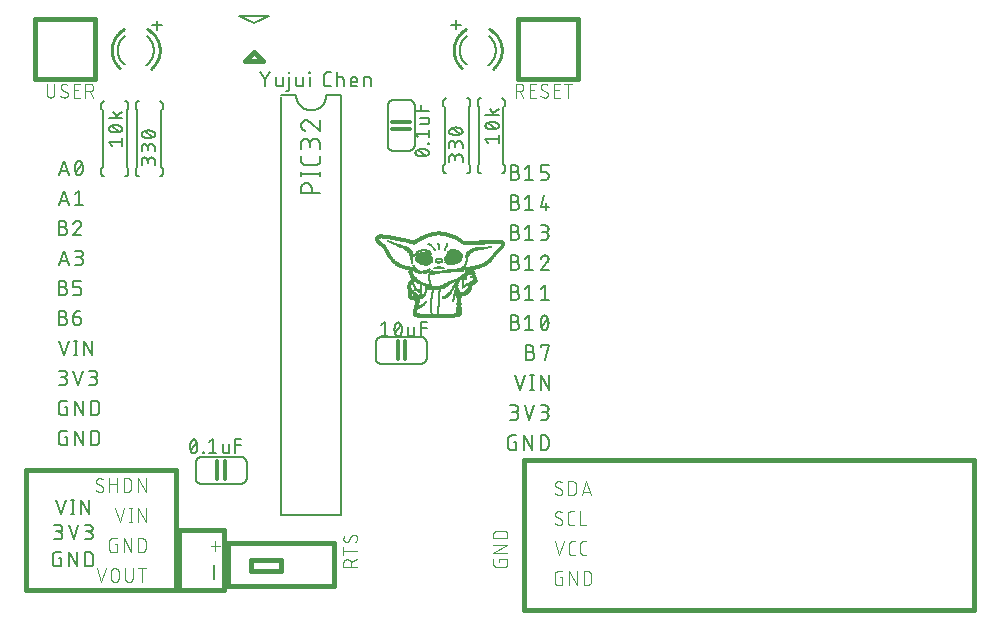
<source format=gbr>
G04 EAGLE Gerber RS-274X export*
G75*
%MOMM*%
%FSLAX34Y34*%
%LPD*%
%INSilkscreen Top*%
%IPPOS*%
%AMOC8*
5,1,8,0,0,1.08239X$1,22.5*%
G01*
%ADD10C,0.203200*%
%ADD11C,0.406400*%
%ADD12R,0.152400X0.025400*%
%ADD13R,0.457200X0.025400*%
%ADD14R,0.787400X0.025400*%
%ADD15R,1.295400X0.025400*%
%ADD16R,3.225800X0.025400*%
%ADD17R,3.581400X0.025400*%
%ADD18R,3.759200X0.025400*%
%ADD19R,3.886200X0.025400*%
%ADD20R,3.937000X0.025400*%
%ADD21R,4.013200X0.025400*%
%ADD22R,4.038600X0.025400*%
%ADD23R,4.064000X0.025400*%
%ADD24R,1.117600X0.025400*%
%ADD25R,0.355600X0.025400*%
%ADD26R,0.990600X0.025400*%
%ADD27R,0.762000X0.025400*%
%ADD28R,0.228600X0.025400*%
%ADD29R,0.177800X0.025400*%
%ADD30R,0.558800X0.025400*%
%ADD31R,0.635000X0.025400*%
%ADD32R,0.381000X0.025400*%
%ADD33R,0.508000X0.025400*%
%ADD34R,0.304800X0.025400*%
%ADD35R,0.431800X0.025400*%
%ADD36R,0.203200X0.025400*%
%ADD37R,0.330200X0.025400*%
%ADD38R,0.482600X0.025400*%
%ADD39R,0.533400X0.025400*%
%ADD40R,0.584200X0.025400*%
%ADD41R,0.406400X0.025400*%
%ADD42R,0.685800X0.025400*%
%ADD43R,0.711200X0.025400*%
%ADD44R,0.279400X0.025400*%
%ADD45R,0.254000X0.025400*%
%ADD46R,0.127000X0.025400*%
%ADD47R,0.101600X0.025400*%
%ADD48R,0.838200X0.025400*%
%ADD49R,0.863600X0.025400*%
%ADD50R,0.889000X0.025400*%
%ADD51R,0.939800X0.025400*%
%ADD52R,1.219200X0.025400*%
%ADD53R,1.244600X0.025400*%
%ADD54R,0.660400X0.025400*%
%ADD55R,0.736600X0.025400*%
%ADD56R,0.812800X0.025400*%
%ADD57R,1.066800X0.025400*%
%ADD58R,1.143000X0.025400*%
%ADD59R,1.168400X0.025400*%
%ADD60R,1.193800X0.025400*%
%ADD61R,1.270000X0.025400*%
%ADD62R,0.609600X0.025400*%
%ADD63R,0.076200X0.025400*%
%ADD64R,1.320800X0.025400*%
%ADD65R,1.346200X0.025400*%
%ADD66R,1.600200X0.025400*%
%ADD67R,0.050800X0.025400*%
%ADD68R,1.676400X0.025400*%
%ADD69R,1.727200X0.025400*%
%ADD70R,1.752600X0.025400*%
%ADD71R,1.778000X0.025400*%
%ADD72R,1.803400X0.025400*%
%ADD73R,0.965200X0.025400*%
%ADD74R,1.016000X0.025400*%
%ADD75R,0.914400X0.025400*%
%ADD76R,1.092200X0.025400*%
%ADD77R,2.209800X0.025400*%
%ADD78R,2.971800X0.025400*%
%ADD79R,3.429000X0.025400*%
%ADD80R,3.810000X0.025400*%
%ADD81R,1.854200X0.025400*%
%ADD82R,1.981200X0.025400*%
%ADD83R,1.930400X0.025400*%
%ADD84R,1.879600X0.025400*%
%ADD85R,1.422400X0.025400*%
%ADD86R,2.260600X0.025400*%
%ADD87R,2.362200X0.025400*%
%ADD88R,2.438400X0.025400*%
%ADD89R,0.025400X0.025400*%
%ADD90R,1.701800X0.025400*%
%ADD91R,1.041400X0.025400*%
%ADD92R,1.371600X0.025400*%
%ADD93R,1.397000X0.025400*%
%ADD94R,1.447800X0.025400*%
%ADD95R,1.473200X0.025400*%
%ADD96R,1.498600X0.025400*%
%ADD97R,1.828800X0.025400*%
%ADD98R,2.667000X0.025400*%
%ADD99R,3.632200X0.025400*%
%ADD100R,3.657600X0.025400*%
%ADD101R,3.708400X0.025400*%
%ADD102R,3.784600X0.025400*%
%ADD103R,1.549400X0.025400*%
%ADD104R,3.175000X0.025400*%
%ADD105R,1.905000X0.025400*%
%ADD106R,2.032000X0.025400*%
%ADD107R,1.524000X0.025400*%
%ADD108R,2.133600X0.025400*%
%ADD109R,2.336800X0.025400*%
%ADD110R,2.057400X0.025400*%
%ADD111R,1.574800X0.025400*%
%ADD112C,0.152400*%
%ADD113C,0.304800*%
%ADD114C,0.127000*%
%ADD115C,0.254000*%
%ADD116C,0.177800*%
%ADD117C,0.101600*%


D10*
X40386Y364236D02*
X44450Y376428D01*
X48514Y364236D01*
X47498Y367284D02*
X41402Y367284D01*
X53865Y370332D02*
X53868Y370572D01*
X53876Y370812D01*
X53891Y371051D01*
X53911Y371290D01*
X53936Y371528D01*
X53968Y371766D01*
X54005Y372003D01*
X54048Y372239D01*
X54096Y372474D01*
X54150Y372708D01*
X54209Y372940D01*
X54274Y373171D01*
X54345Y373400D01*
X54421Y373628D01*
X54502Y373853D01*
X54589Y374077D01*
X54681Y374299D01*
X54778Y374518D01*
X54881Y374735D01*
X54915Y374826D01*
X54952Y374916D01*
X54992Y375004D01*
X55035Y375091D01*
X55082Y375176D01*
X55133Y375259D01*
X55186Y375340D01*
X55243Y375419D01*
X55302Y375496D01*
X55365Y375571D01*
X55430Y375642D01*
X55498Y375712D01*
X55569Y375778D01*
X55642Y375842D01*
X55717Y375903D01*
X55795Y375961D01*
X55876Y376016D01*
X55958Y376068D01*
X56042Y376116D01*
X56128Y376162D01*
X56215Y376204D01*
X56305Y376242D01*
X56395Y376277D01*
X56487Y376308D01*
X56580Y376336D01*
X56674Y376361D01*
X56769Y376381D01*
X56865Y376398D01*
X56961Y376411D01*
X57058Y376420D01*
X57155Y376426D01*
X57252Y376428D01*
X57349Y376426D01*
X57446Y376420D01*
X57543Y376411D01*
X57639Y376398D01*
X57735Y376381D01*
X57830Y376361D01*
X57924Y376336D01*
X58017Y376308D01*
X58109Y376277D01*
X58199Y376242D01*
X58289Y376204D01*
X58376Y376162D01*
X58462Y376116D01*
X58546Y376068D01*
X58628Y376016D01*
X58709Y375961D01*
X58787Y375903D01*
X58862Y375842D01*
X58935Y375778D01*
X59006Y375712D01*
X59074Y375642D01*
X59139Y375571D01*
X59202Y375496D01*
X59261Y375419D01*
X59318Y375340D01*
X59371Y375259D01*
X59422Y375176D01*
X59469Y375091D01*
X59512Y375004D01*
X59552Y374916D01*
X59589Y374826D01*
X59623Y374735D01*
X59622Y374735D02*
X59725Y374518D01*
X59822Y374299D01*
X59914Y374077D01*
X60001Y373853D01*
X60082Y373628D01*
X60158Y373400D01*
X60229Y373171D01*
X60294Y372940D01*
X60353Y372708D01*
X60407Y372474D01*
X60455Y372239D01*
X60498Y372003D01*
X60535Y371766D01*
X60567Y371528D01*
X60592Y371290D01*
X60612Y371051D01*
X60627Y370812D01*
X60635Y370572D01*
X60638Y370332D01*
X53865Y370332D02*
X53868Y370092D01*
X53876Y369852D01*
X53891Y369613D01*
X53911Y369374D01*
X53936Y369136D01*
X53968Y368898D01*
X54005Y368661D01*
X54048Y368425D01*
X54096Y368190D01*
X54150Y367956D01*
X54209Y367724D01*
X54274Y367493D01*
X54345Y367264D01*
X54421Y367036D01*
X54502Y366811D01*
X54589Y366587D01*
X54681Y366365D01*
X54778Y366146D01*
X54881Y365929D01*
X54915Y365838D01*
X54952Y365748D01*
X54992Y365660D01*
X55035Y365573D01*
X55082Y365488D01*
X55133Y365405D01*
X55186Y365324D01*
X55243Y365245D01*
X55302Y365168D01*
X55365Y365093D01*
X55430Y365022D01*
X55498Y364952D01*
X55569Y364886D01*
X55642Y364822D01*
X55717Y364761D01*
X55795Y364703D01*
X55876Y364648D01*
X55958Y364596D01*
X56042Y364548D01*
X56128Y364502D01*
X56215Y364460D01*
X56305Y364422D01*
X56395Y364387D01*
X56487Y364356D01*
X56580Y364328D01*
X56674Y364303D01*
X56769Y364283D01*
X56865Y364266D01*
X56961Y364253D01*
X57058Y364244D01*
X57155Y364238D01*
X57252Y364236D01*
X59622Y365929D02*
X59725Y366146D01*
X59822Y366365D01*
X59914Y366587D01*
X60001Y366811D01*
X60082Y367036D01*
X60158Y367264D01*
X60229Y367493D01*
X60294Y367724D01*
X60353Y367956D01*
X60407Y368190D01*
X60455Y368425D01*
X60498Y368661D01*
X60535Y368898D01*
X60567Y369136D01*
X60592Y369374D01*
X60612Y369613D01*
X60627Y369852D01*
X60635Y370092D01*
X60638Y370332D01*
X59623Y365929D02*
X59589Y365838D01*
X59552Y365748D01*
X59512Y365660D01*
X59469Y365573D01*
X59422Y365488D01*
X59371Y365405D01*
X59318Y365324D01*
X59261Y365245D01*
X59202Y365168D01*
X59139Y365093D01*
X59074Y365022D01*
X59006Y364952D01*
X58935Y364886D01*
X58862Y364822D01*
X58787Y364761D01*
X58709Y364703D01*
X58628Y364648D01*
X58546Y364596D01*
X58462Y364548D01*
X58376Y364502D01*
X58289Y364460D01*
X58199Y364422D01*
X58109Y364387D01*
X58017Y364356D01*
X57924Y364328D01*
X57830Y364303D01*
X57735Y364283D01*
X57639Y364266D01*
X57543Y364253D01*
X57446Y364244D01*
X57349Y364238D01*
X57252Y364236D01*
X54542Y366945D02*
X59961Y373719D01*
X44450Y351028D02*
X40386Y338836D01*
X48514Y338836D02*
X44450Y351028D01*
X47498Y341884D02*
X41402Y341884D01*
X53865Y348319D02*
X57252Y351028D01*
X57252Y338836D01*
X60638Y338836D02*
X53865Y338836D01*
X43773Y320209D02*
X40386Y320209D01*
X43773Y320210D02*
X43889Y320208D01*
X44004Y320202D01*
X44119Y320192D01*
X44234Y320178D01*
X44348Y320161D01*
X44462Y320139D01*
X44575Y320114D01*
X44687Y320084D01*
X44798Y320051D01*
X44907Y320014D01*
X45016Y319974D01*
X45122Y319930D01*
X45228Y319882D01*
X45331Y319830D01*
X45433Y319775D01*
X45533Y319717D01*
X45631Y319655D01*
X45726Y319590D01*
X45820Y319522D01*
X45910Y319450D01*
X45999Y319376D01*
X46085Y319298D01*
X46168Y319218D01*
X46248Y319135D01*
X46326Y319049D01*
X46400Y318960D01*
X46472Y318870D01*
X46540Y318776D01*
X46605Y318681D01*
X46667Y318583D01*
X46725Y318483D01*
X46780Y318381D01*
X46832Y318278D01*
X46880Y318172D01*
X46924Y318066D01*
X46964Y317957D01*
X47001Y317848D01*
X47034Y317737D01*
X47064Y317625D01*
X47089Y317512D01*
X47111Y317398D01*
X47128Y317284D01*
X47142Y317169D01*
X47152Y317054D01*
X47158Y316939D01*
X47160Y316823D01*
X47158Y316707D01*
X47152Y316592D01*
X47142Y316477D01*
X47128Y316362D01*
X47111Y316248D01*
X47089Y316134D01*
X47064Y316021D01*
X47034Y315909D01*
X47001Y315798D01*
X46964Y315689D01*
X46924Y315580D01*
X46880Y315474D01*
X46832Y315368D01*
X46780Y315265D01*
X46725Y315163D01*
X46667Y315063D01*
X46605Y314965D01*
X46540Y314870D01*
X46472Y314776D01*
X46400Y314686D01*
X46326Y314597D01*
X46248Y314511D01*
X46168Y314428D01*
X46085Y314348D01*
X45999Y314270D01*
X45910Y314196D01*
X45820Y314124D01*
X45726Y314056D01*
X45631Y313991D01*
X45533Y313929D01*
X45433Y313871D01*
X45331Y313816D01*
X45228Y313764D01*
X45122Y313716D01*
X45016Y313672D01*
X44907Y313632D01*
X44798Y313595D01*
X44687Y313562D01*
X44575Y313532D01*
X44462Y313507D01*
X44348Y313485D01*
X44234Y313468D01*
X44119Y313454D01*
X44004Y313444D01*
X43889Y313438D01*
X43773Y313436D01*
X40386Y313436D01*
X40386Y325628D01*
X43773Y325628D01*
X43876Y325626D01*
X43978Y325620D01*
X44080Y325611D01*
X44182Y325597D01*
X44283Y325580D01*
X44383Y325558D01*
X44482Y325533D01*
X44581Y325505D01*
X44678Y325472D01*
X44774Y325436D01*
X44869Y325397D01*
X44962Y325353D01*
X45053Y325307D01*
X45142Y325256D01*
X45230Y325203D01*
X45315Y325146D01*
X45398Y325086D01*
X45479Y325023D01*
X45558Y324957D01*
X45633Y324888D01*
X45707Y324816D01*
X45777Y324742D01*
X45845Y324665D01*
X45909Y324585D01*
X45971Y324503D01*
X46029Y324419D01*
X46084Y324332D01*
X46136Y324244D01*
X46184Y324153D01*
X46229Y324061D01*
X46271Y323968D01*
X46309Y323872D01*
X46343Y323776D01*
X46374Y323678D01*
X46400Y323579D01*
X46424Y323479D01*
X46443Y323378D01*
X46458Y323277D01*
X46470Y323175D01*
X46478Y323073D01*
X46482Y322970D01*
X46482Y322868D01*
X46478Y322765D01*
X46470Y322663D01*
X46458Y322561D01*
X46443Y322460D01*
X46424Y322359D01*
X46400Y322259D01*
X46374Y322160D01*
X46343Y322062D01*
X46309Y321966D01*
X46271Y321870D01*
X46229Y321777D01*
X46184Y321685D01*
X46136Y321594D01*
X46084Y321506D01*
X46029Y321419D01*
X45971Y321335D01*
X45909Y321253D01*
X45845Y321173D01*
X45777Y321096D01*
X45707Y321022D01*
X45633Y320950D01*
X45558Y320881D01*
X45479Y320815D01*
X45398Y320752D01*
X45315Y320692D01*
X45230Y320635D01*
X45142Y320582D01*
X45053Y320531D01*
X44962Y320485D01*
X44869Y320441D01*
X44774Y320402D01*
X44678Y320366D01*
X44581Y320333D01*
X44482Y320305D01*
X44383Y320280D01*
X44283Y320258D01*
X44182Y320241D01*
X44080Y320227D01*
X43978Y320218D01*
X43876Y320212D01*
X43773Y320210D01*
X56222Y325628D02*
X56331Y325626D01*
X56439Y325620D01*
X56548Y325611D01*
X56656Y325597D01*
X56763Y325580D01*
X56870Y325558D01*
X56976Y325533D01*
X57081Y325505D01*
X57185Y325472D01*
X57287Y325436D01*
X57388Y325396D01*
X57488Y325353D01*
X57586Y325306D01*
X57683Y325255D01*
X57777Y325201D01*
X57870Y325144D01*
X57960Y325084D01*
X58049Y325020D01*
X58135Y324953D01*
X58218Y324884D01*
X58299Y324811D01*
X58377Y324735D01*
X58453Y324657D01*
X58526Y324576D01*
X58595Y324493D01*
X58662Y324407D01*
X58726Y324318D01*
X58786Y324228D01*
X58843Y324135D01*
X58897Y324041D01*
X58948Y323944D01*
X58995Y323846D01*
X59038Y323746D01*
X59078Y323645D01*
X59114Y323543D01*
X59147Y323439D01*
X59175Y323334D01*
X59200Y323228D01*
X59222Y323121D01*
X59239Y323014D01*
X59253Y322906D01*
X59262Y322797D01*
X59268Y322689D01*
X59270Y322580D01*
X56222Y325628D02*
X56099Y325626D01*
X55976Y325620D01*
X55853Y325611D01*
X55731Y325597D01*
X55609Y325580D01*
X55488Y325559D01*
X55367Y325534D01*
X55247Y325505D01*
X55129Y325472D01*
X55011Y325436D01*
X54895Y325396D01*
X54779Y325353D01*
X54666Y325305D01*
X54553Y325255D01*
X54443Y325201D01*
X54334Y325143D01*
X54227Y325082D01*
X54122Y325017D01*
X54019Y324950D01*
X53919Y324879D01*
X53820Y324805D01*
X53724Y324728D01*
X53631Y324648D01*
X53540Y324565D01*
X53451Y324479D01*
X53366Y324391D01*
X53283Y324300D01*
X53203Y324206D01*
X53126Y324110D01*
X53052Y324011D01*
X52982Y323911D01*
X52914Y323808D01*
X52850Y323703D01*
X52789Y323596D01*
X52731Y323487D01*
X52677Y323376D01*
X52627Y323264D01*
X52580Y323150D01*
X52536Y323035D01*
X52497Y322919D01*
X58254Y320209D02*
X58333Y320287D01*
X58409Y320367D01*
X58482Y320449D01*
X58552Y320535D01*
X58620Y320622D01*
X58685Y320712D01*
X58746Y320803D01*
X58804Y320897D01*
X58860Y320993D01*
X58911Y321090D01*
X58960Y321190D01*
X59005Y321290D01*
X59047Y321393D01*
X59085Y321496D01*
X59120Y321601D01*
X59151Y321707D01*
X59179Y321814D01*
X59203Y321922D01*
X59224Y322030D01*
X59240Y322139D01*
X59253Y322249D01*
X59263Y322359D01*
X59268Y322470D01*
X59270Y322580D01*
X58254Y320209D02*
X52497Y313436D01*
X59270Y313436D01*
X44450Y300228D02*
X40386Y288036D01*
X48514Y288036D02*
X44450Y300228D01*
X47498Y291084D02*
X41402Y291084D01*
X53865Y288036D02*
X57252Y288036D01*
X57368Y288038D01*
X57483Y288044D01*
X57598Y288054D01*
X57713Y288068D01*
X57827Y288085D01*
X57941Y288107D01*
X58054Y288132D01*
X58166Y288162D01*
X58277Y288195D01*
X58386Y288232D01*
X58495Y288272D01*
X58601Y288316D01*
X58707Y288364D01*
X58810Y288416D01*
X58912Y288471D01*
X59012Y288529D01*
X59110Y288591D01*
X59205Y288656D01*
X59299Y288724D01*
X59389Y288796D01*
X59478Y288870D01*
X59564Y288948D01*
X59647Y289028D01*
X59727Y289111D01*
X59805Y289197D01*
X59879Y289286D01*
X59951Y289376D01*
X60019Y289470D01*
X60084Y289565D01*
X60146Y289663D01*
X60204Y289763D01*
X60259Y289865D01*
X60311Y289968D01*
X60359Y290074D01*
X60403Y290180D01*
X60443Y290289D01*
X60480Y290398D01*
X60513Y290509D01*
X60543Y290621D01*
X60568Y290734D01*
X60590Y290848D01*
X60607Y290962D01*
X60621Y291077D01*
X60631Y291192D01*
X60637Y291307D01*
X60639Y291423D01*
X60637Y291539D01*
X60631Y291654D01*
X60621Y291769D01*
X60607Y291884D01*
X60590Y291998D01*
X60568Y292112D01*
X60543Y292225D01*
X60513Y292337D01*
X60480Y292448D01*
X60443Y292557D01*
X60403Y292666D01*
X60359Y292772D01*
X60311Y292878D01*
X60259Y292981D01*
X60204Y293083D01*
X60146Y293183D01*
X60084Y293281D01*
X60019Y293376D01*
X59951Y293470D01*
X59879Y293560D01*
X59805Y293649D01*
X59727Y293735D01*
X59647Y293818D01*
X59564Y293898D01*
X59478Y293976D01*
X59389Y294050D01*
X59299Y294122D01*
X59205Y294190D01*
X59110Y294255D01*
X59012Y294317D01*
X58912Y294375D01*
X58810Y294430D01*
X58707Y294482D01*
X58601Y294530D01*
X58495Y294574D01*
X58386Y294614D01*
X58277Y294651D01*
X58166Y294684D01*
X58054Y294714D01*
X57941Y294739D01*
X57827Y294761D01*
X57713Y294778D01*
X57598Y294792D01*
X57483Y294802D01*
X57368Y294808D01*
X57252Y294810D01*
X57929Y300228D02*
X53865Y300228D01*
X57929Y300228D02*
X58032Y300226D01*
X58134Y300220D01*
X58236Y300211D01*
X58338Y300197D01*
X58439Y300180D01*
X58539Y300158D01*
X58638Y300133D01*
X58737Y300105D01*
X58834Y300072D01*
X58930Y300036D01*
X59025Y299997D01*
X59118Y299953D01*
X59209Y299907D01*
X59298Y299856D01*
X59386Y299803D01*
X59471Y299746D01*
X59554Y299686D01*
X59635Y299623D01*
X59714Y299557D01*
X59789Y299488D01*
X59863Y299416D01*
X59933Y299342D01*
X60001Y299265D01*
X60065Y299185D01*
X60127Y299103D01*
X60185Y299019D01*
X60240Y298932D01*
X60292Y298844D01*
X60340Y298753D01*
X60385Y298661D01*
X60427Y298568D01*
X60465Y298472D01*
X60499Y298376D01*
X60530Y298278D01*
X60556Y298179D01*
X60580Y298079D01*
X60599Y297978D01*
X60614Y297877D01*
X60626Y297775D01*
X60634Y297673D01*
X60638Y297570D01*
X60638Y297468D01*
X60634Y297365D01*
X60626Y297263D01*
X60614Y297161D01*
X60599Y297060D01*
X60580Y296959D01*
X60556Y296859D01*
X60530Y296760D01*
X60499Y296662D01*
X60465Y296566D01*
X60427Y296470D01*
X60385Y296377D01*
X60340Y296285D01*
X60292Y296194D01*
X60240Y296106D01*
X60185Y296019D01*
X60127Y295935D01*
X60065Y295853D01*
X60001Y295773D01*
X59933Y295696D01*
X59863Y295622D01*
X59789Y295550D01*
X59714Y295481D01*
X59635Y295415D01*
X59554Y295352D01*
X59471Y295292D01*
X59386Y295235D01*
X59298Y295182D01*
X59209Y295131D01*
X59118Y295085D01*
X59025Y295041D01*
X58930Y295002D01*
X58834Y294966D01*
X58737Y294933D01*
X58638Y294905D01*
X58539Y294880D01*
X58439Y294858D01*
X58338Y294841D01*
X58236Y294827D01*
X58134Y294818D01*
X58032Y294812D01*
X57929Y294810D01*
X57929Y294809D02*
X55220Y294809D01*
X43773Y269409D02*
X40386Y269409D01*
X43773Y269410D02*
X43889Y269408D01*
X44004Y269402D01*
X44119Y269392D01*
X44234Y269378D01*
X44348Y269361D01*
X44462Y269339D01*
X44575Y269314D01*
X44687Y269284D01*
X44798Y269251D01*
X44907Y269214D01*
X45016Y269174D01*
X45122Y269130D01*
X45228Y269082D01*
X45331Y269030D01*
X45433Y268975D01*
X45533Y268917D01*
X45631Y268855D01*
X45726Y268790D01*
X45820Y268722D01*
X45910Y268650D01*
X45999Y268576D01*
X46085Y268498D01*
X46168Y268418D01*
X46248Y268335D01*
X46326Y268249D01*
X46400Y268160D01*
X46472Y268070D01*
X46540Y267976D01*
X46605Y267881D01*
X46667Y267783D01*
X46725Y267683D01*
X46780Y267581D01*
X46832Y267478D01*
X46880Y267372D01*
X46924Y267266D01*
X46964Y267157D01*
X47001Y267048D01*
X47034Y266937D01*
X47064Y266825D01*
X47089Y266712D01*
X47111Y266598D01*
X47128Y266484D01*
X47142Y266369D01*
X47152Y266254D01*
X47158Y266139D01*
X47160Y266023D01*
X47158Y265907D01*
X47152Y265792D01*
X47142Y265677D01*
X47128Y265562D01*
X47111Y265448D01*
X47089Y265334D01*
X47064Y265221D01*
X47034Y265109D01*
X47001Y264998D01*
X46964Y264889D01*
X46924Y264780D01*
X46880Y264674D01*
X46832Y264568D01*
X46780Y264465D01*
X46725Y264363D01*
X46667Y264263D01*
X46605Y264165D01*
X46540Y264070D01*
X46472Y263976D01*
X46400Y263886D01*
X46326Y263797D01*
X46248Y263711D01*
X46168Y263628D01*
X46085Y263548D01*
X45999Y263470D01*
X45910Y263396D01*
X45820Y263324D01*
X45726Y263256D01*
X45631Y263191D01*
X45533Y263129D01*
X45433Y263071D01*
X45331Y263016D01*
X45228Y262964D01*
X45122Y262916D01*
X45016Y262872D01*
X44907Y262832D01*
X44798Y262795D01*
X44687Y262762D01*
X44575Y262732D01*
X44462Y262707D01*
X44348Y262685D01*
X44234Y262668D01*
X44119Y262654D01*
X44004Y262644D01*
X43889Y262638D01*
X43773Y262636D01*
X40386Y262636D01*
X40386Y274828D01*
X43773Y274828D01*
X43876Y274826D01*
X43978Y274820D01*
X44080Y274811D01*
X44182Y274797D01*
X44283Y274780D01*
X44383Y274758D01*
X44482Y274733D01*
X44581Y274705D01*
X44678Y274672D01*
X44774Y274636D01*
X44869Y274597D01*
X44962Y274553D01*
X45053Y274507D01*
X45142Y274456D01*
X45230Y274403D01*
X45315Y274346D01*
X45398Y274286D01*
X45479Y274223D01*
X45558Y274157D01*
X45633Y274088D01*
X45707Y274016D01*
X45777Y273942D01*
X45845Y273865D01*
X45909Y273785D01*
X45971Y273703D01*
X46029Y273619D01*
X46084Y273532D01*
X46136Y273444D01*
X46184Y273353D01*
X46229Y273261D01*
X46271Y273168D01*
X46309Y273072D01*
X46343Y272976D01*
X46374Y272878D01*
X46400Y272779D01*
X46424Y272679D01*
X46443Y272578D01*
X46458Y272477D01*
X46470Y272375D01*
X46478Y272273D01*
X46482Y272170D01*
X46482Y272068D01*
X46478Y271965D01*
X46470Y271863D01*
X46458Y271761D01*
X46443Y271660D01*
X46424Y271559D01*
X46400Y271459D01*
X46374Y271360D01*
X46343Y271262D01*
X46309Y271166D01*
X46271Y271070D01*
X46229Y270977D01*
X46184Y270885D01*
X46136Y270794D01*
X46084Y270706D01*
X46029Y270619D01*
X45971Y270535D01*
X45909Y270453D01*
X45845Y270373D01*
X45777Y270296D01*
X45707Y270222D01*
X45633Y270150D01*
X45558Y270081D01*
X45479Y270015D01*
X45398Y269952D01*
X45315Y269892D01*
X45230Y269835D01*
X45142Y269782D01*
X45053Y269731D01*
X44962Y269685D01*
X44869Y269641D01*
X44774Y269602D01*
X44678Y269566D01*
X44581Y269533D01*
X44482Y269505D01*
X44383Y269480D01*
X44283Y269458D01*
X44182Y269441D01*
X44080Y269427D01*
X43978Y269418D01*
X43876Y269412D01*
X43773Y269410D01*
X52497Y262636D02*
X56561Y262636D01*
X56662Y262638D01*
X56763Y262644D01*
X56864Y262653D01*
X56965Y262666D01*
X57065Y262683D01*
X57164Y262704D01*
X57262Y262728D01*
X57359Y262756D01*
X57456Y262788D01*
X57551Y262823D01*
X57644Y262862D01*
X57736Y262904D01*
X57827Y262950D01*
X57915Y262999D01*
X58002Y263051D01*
X58087Y263107D01*
X58170Y263165D01*
X58250Y263227D01*
X58328Y263292D01*
X58404Y263359D01*
X58477Y263429D01*
X58547Y263502D01*
X58614Y263578D01*
X58679Y263656D01*
X58741Y263736D01*
X58799Y263819D01*
X58855Y263904D01*
X58907Y263991D01*
X58956Y264079D01*
X59002Y264170D01*
X59044Y264262D01*
X59083Y264355D01*
X59118Y264450D01*
X59150Y264547D01*
X59178Y264644D01*
X59202Y264742D01*
X59223Y264841D01*
X59240Y264941D01*
X59253Y265042D01*
X59262Y265143D01*
X59268Y265244D01*
X59270Y265345D01*
X59270Y266700D01*
X59268Y266801D01*
X59262Y266902D01*
X59253Y267003D01*
X59240Y267104D01*
X59223Y267204D01*
X59202Y267303D01*
X59178Y267401D01*
X59150Y267498D01*
X59118Y267595D01*
X59083Y267690D01*
X59044Y267783D01*
X59002Y267875D01*
X58956Y267966D01*
X58907Y268055D01*
X58855Y268141D01*
X58799Y268226D01*
X58741Y268309D01*
X58679Y268389D01*
X58614Y268467D01*
X58547Y268543D01*
X58477Y268616D01*
X58404Y268686D01*
X58328Y268753D01*
X58250Y268818D01*
X58170Y268880D01*
X58087Y268938D01*
X58002Y268994D01*
X57916Y269046D01*
X57827Y269095D01*
X57736Y269141D01*
X57644Y269183D01*
X57551Y269222D01*
X57456Y269257D01*
X57359Y269289D01*
X57262Y269317D01*
X57164Y269341D01*
X57065Y269362D01*
X56965Y269379D01*
X56864Y269392D01*
X56763Y269401D01*
X56662Y269407D01*
X56561Y269409D01*
X52497Y269409D01*
X52497Y274828D01*
X59270Y274828D01*
X43773Y244009D02*
X40386Y244009D01*
X43773Y244010D02*
X43889Y244008D01*
X44004Y244002D01*
X44119Y243992D01*
X44234Y243978D01*
X44348Y243961D01*
X44462Y243939D01*
X44575Y243914D01*
X44687Y243884D01*
X44798Y243851D01*
X44907Y243814D01*
X45016Y243774D01*
X45122Y243730D01*
X45228Y243682D01*
X45331Y243630D01*
X45433Y243575D01*
X45533Y243517D01*
X45631Y243455D01*
X45726Y243390D01*
X45820Y243322D01*
X45910Y243250D01*
X45999Y243176D01*
X46085Y243098D01*
X46168Y243018D01*
X46248Y242935D01*
X46326Y242849D01*
X46400Y242760D01*
X46472Y242670D01*
X46540Y242576D01*
X46605Y242481D01*
X46667Y242383D01*
X46725Y242283D01*
X46780Y242181D01*
X46832Y242078D01*
X46880Y241972D01*
X46924Y241866D01*
X46964Y241757D01*
X47001Y241648D01*
X47034Y241537D01*
X47064Y241425D01*
X47089Y241312D01*
X47111Y241198D01*
X47128Y241084D01*
X47142Y240969D01*
X47152Y240854D01*
X47158Y240739D01*
X47160Y240623D01*
X47158Y240507D01*
X47152Y240392D01*
X47142Y240277D01*
X47128Y240162D01*
X47111Y240048D01*
X47089Y239934D01*
X47064Y239821D01*
X47034Y239709D01*
X47001Y239598D01*
X46964Y239489D01*
X46924Y239380D01*
X46880Y239274D01*
X46832Y239168D01*
X46780Y239065D01*
X46725Y238963D01*
X46667Y238863D01*
X46605Y238765D01*
X46540Y238670D01*
X46472Y238576D01*
X46400Y238486D01*
X46326Y238397D01*
X46248Y238311D01*
X46168Y238228D01*
X46085Y238148D01*
X45999Y238070D01*
X45910Y237996D01*
X45820Y237924D01*
X45726Y237856D01*
X45631Y237791D01*
X45533Y237729D01*
X45433Y237671D01*
X45331Y237616D01*
X45228Y237564D01*
X45122Y237516D01*
X45016Y237472D01*
X44907Y237432D01*
X44798Y237395D01*
X44687Y237362D01*
X44575Y237332D01*
X44462Y237307D01*
X44348Y237285D01*
X44234Y237268D01*
X44119Y237254D01*
X44004Y237244D01*
X43889Y237238D01*
X43773Y237236D01*
X40386Y237236D01*
X40386Y249428D01*
X43773Y249428D01*
X43876Y249426D01*
X43978Y249420D01*
X44080Y249411D01*
X44182Y249397D01*
X44283Y249380D01*
X44383Y249358D01*
X44482Y249333D01*
X44581Y249305D01*
X44678Y249272D01*
X44774Y249236D01*
X44869Y249197D01*
X44962Y249153D01*
X45053Y249107D01*
X45142Y249056D01*
X45230Y249003D01*
X45315Y248946D01*
X45398Y248886D01*
X45479Y248823D01*
X45558Y248757D01*
X45633Y248688D01*
X45707Y248616D01*
X45777Y248542D01*
X45845Y248465D01*
X45909Y248385D01*
X45971Y248303D01*
X46029Y248219D01*
X46084Y248132D01*
X46136Y248044D01*
X46184Y247953D01*
X46229Y247861D01*
X46271Y247768D01*
X46309Y247672D01*
X46343Y247576D01*
X46374Y247478D01*
X46400Y247379D01*
X46424Y247279D01*
X46443Y247178D01*
X46458Y247077D01*
X46470Y246975D01*
X46478Y246873D01*
X46482Y246770D01*
X46482Y246668D01*
X46478Y246565D01*
X46470Y246463D01*
X46458Y246361D01*
X46443Y246260D01*
X46424Y246159D01*
X46400Y246059D01*
X46374Y245960D01*
X46343Y245862D01*
X46309Y245766D01*
X46271Y245670D01*
X46229Y245577D01*
X46184Y245485D01*
X46136Y245394D01*
X46084Y245306D01*
X46029Y245219D01*
X45971Y245135D01*
X45909Y245053D01*
X45845Y244973D01*
X45777Y244896D01*
X45707Y244822D01*
X45633Y244750D01*
X45558Y244681D01*
X45479Y244615D01*
X45398Y244552D01*
X45315Y244492D01*
X45230Y244435D01*
X45142Y244382D01*
X45053Y244331D01*
X44962Y244285D01*
X44869Y244241D01*
X44774Y244202D01*
X44678Y244166D01*
X44581Y244133D01*
X44482Y244105D01*
X44383Y244080D01*
X44283Y244058D01*
X44182Y244041D01*
X44080Y244027D01*
X43978Y244018D01*
X43876Y244012D01*
X43773Y244010D01*
X52497Y244009D02*
X56561Y244009D01*
X56662Y244007D01*
X56763Y244001D01*
X56864Y243992D01*
X56965Y243979D01*
X57065Y243962D01*
X57164Y243941D01*
X57262Y243917D01*
X57359Y243889D01*
X57456Y243857D01*
X57551Y243822D01*
X57644Y243783D01*
X57736Y243741D01*
X57827Y243695D01*
X57916Y243646D01*
X58002Y243594D01*
X58087Y243538D01*
X58170Y243480D01*
X58250Y243418D01*
X58328Y243353D01*
X58404Y243286D01*
X58477Y243216D01*
X58547Y243143D01*
X58614Y243067D01*
X58679Y242989D01*
X58741Y242909D01*
X58799Y242826D01*
X58855Y242741D01*
X58907Y242655D01*
X58956Y242566D01*
X59002Y242475D01*
X59044Y242383D01*
X59083Y242290D01*
X59118Y242195D01*
X59150Y242098D01*
X59178Y242001D01*
X59202Y241903D01*
X59223Y241804D01*
X59240Y241704D01*
X59253Y241603D01*
X59262Y241502D01*
X59268Y241401D01*
X59270Y241300D01*
X59270Y240623D01*
X59268Y240507D01*
X59262Y240392D01*
X59252Y240277D01*
X59238Y240162D01*
X59221Y240048D01*
X59199Y239934D01*
X59174Y239821D01*
X59144Y239709D01*
X59111Y239598D01*
X59074Y239489D01*
X59034Y239380D01*
X58990Y239274D01*
X58942Y239168D01*
X58890Y239065D01*
X58835Y238963D01*
X58777Y238863D01*
X58715Y238765D01*
X58650Y238670D01*
X58582Y238576D01*
X58510Y238486D01*
X58436Y238397D01*
X58358Y238311D01*
X58278Y238228D01*
X58195Y238148D01*
X58109Y238070D01*
X58020Y237996D01*
X57930Y237924D01*
X57836Y237856D01*
X57741Y237791D01*
X57643Y237729D01*
X57543Y237671D01*
X57441Y237616D01*
X57338Y237564D01*
X57232Y237516D01*
X57126Y237472D01*
X57017Y237432D01*
X56908Y237395D01*
X56797Y237362D01*
X56685Y237332D01*
X56572Y237307D01*
X56458Y237285D01*
X56344Y237268D01*
X56229Y237254D01*
X56114Y237244D01*
X55999Y237238D01*
X55883Y237236D01*
X55767Y237238D01*
X55652Y237244D01*
X55537Y237254D01*
X55422Y237268D01*
X55308Y237285D01*
X55194Y237307D01*
X55081Y237332D01*
X54969Y237362D01*
X54858Y237395D01*
X54749Y237432D01*
X54640Y237472D01*
X54534Y237516D01*
X54428Y237564D01*
X54325Y237616D01*
X54223Y237671D01*
X54123Y237729D01*
X54025Y237791D01*
X53930Y237856D01*
X53836Y237924D01*
X53746Y237996D01*
X53657Y238070D01*
X53571Y238148D01*
X53488Y238228D01*
X53408Y238311D01*
X53330Y238397D01*
X53256Y238486D01*
X53184Y238576D01*
X53116Y238670D01*
X53051Y238765D01*
X52989Y238863D01*
X52931Y238963D01*
X52876Y239065D01*
X52824Y239168D01*
X52776Y239274D01*
X52732Y239380D01*
X52692Y239489D01*
X52655Y239598D01*
X52622Y239709D01*
X52592Y239821D01*
X52567Y239934D01*
X52545Y240048D01*
X52528Y240162D01*
X52514Y240277D01*
X52504Y240392D01*
X52498Y240507D01*
X52496Y240623D01*
X52497Y240623D02*
X52497Y244009D01*
X52496Y244009D02*
X52498Y244156D01*
X52504Y244302D01*
X52514Y244449D01*
X52528Y244595D01*
X52546Y244741D01*
X52567Y244886D01*
X52593Y245030D01*
X52623Y245174D01*
X52656Y245317D01*
X52694Y245459D01*
X52735Y245600D01*
X52780Y245739D01*
X52828Y245878D01*
X52881Y246015D01*
X52937Y246150D01*
X52997Y246284D01*
X53060Y246417D01*
X53127Y246547D01*
X53198Y246676D01*
X53272Y246803D01*
X53349Y246927D01*
X53430Y247050D01*
X53514Y247170D01*
X53601Y247288D01*
X53691Y247404D01*
X53785Y247517D01*
X53881Y247628D01*
X53981Y247736D01*
X54083Y247841D01*
X54188Y247943D01*
X54296Y248043D01*
X54407Y248139D01*
X54520Y248233D01*
X54636Y248323D01*
X54754Y248410D01*
X54874Y248494D01*
X54996Y248575D01*
X55121Y248652D01*
X55248Y248726D01*
X55377Y248797D01*
X55507Y248864D01*
X55640Y248927D01*
X55774Y248987D01*
X55909Y249043D01*
X56046Y249096D01*
X56185Y249144D01*
X56324Y249189D01*
X56465Y249230D01*
X56607Y249268D01*
X56750Y249301D01*
X56894Y249331D01*
X57038Y249357D01*
X57183Y249378D01*
X57329Y249396D01*
X57475Y249410D01*
X57622Y249420D01*
X57768Y249426D01*
X57915Y249428D01*
X40386Y224028D02*
X44450Y211836D01*
X48514Y224028D01*
X54691Y224028D02*
X54691Y211836D01*
X53337Y211836D02*
X56046Y211836D01*
X56046Y224028D02*
X53337Y224028D01*
X61973Y224028D02*
X61973Y211836D01*
X68746Y211836D02*
X61973Y224028D01*
X68746Y224028D02*
X68746Y211836D01*
X43773Y186436D02*
X40386Y186436D01*
X43773Y186436D02*
X43889Y186438D01*
X44004Y186444D01*
X44119Y186454D01*
X44234Y186468D01*
X44348Y186485D01*
X44462Y186507D01*
X44575Y186532D01*
X44687Y186562D01*
X44798Y186595D01*
X44907Y186632D01*
X45016Y186672D01*
X45122Y186716D01*
X45228Y186764D01*
X45331Y186816D01*
X45433Y186871D01*
X45533Y186929D01*
X45631Y186991D01*
X45726Y187056D01*
X45820Y187124D01*
X45910Y187196D01*
X45999Y187270D01*
X46085Y187348D01*
X46168Y187428D01*
X46248Y187511D01*
X46326Y187597D01*
X46400Y187686D01*
X46472Y187776D01*
X46540Y187870D01*
X46605Y187965D01*
X46667Y188063D01*
X46725Y188163D01*
X46780Y188265D01*
X46832Y188368D01*
X46880Y188474D01*
X46924Y188580D01*
X46964Y188689D01*
X47001Y188798D01*
X47034Y188909D01*
X47064Y189021D01*
X47089Y189134D01*
X47111Y189248D01*
X47128Y189362D01*
X47142Y189477D01*
X47152Y189592D01*
X47158Y189707D01*
X47160Y189823D01*
X47158Y189939D01*
X47152Y190054D01*
X47142Y190169D01*
X47128Y190284D01*
X47111Y190398D01*
X47089Y190512D01*
X47064Y190625D01*
X47034Y190737D01*
X47001Y190848D01*
X46964Y190957D01*
X46924Y191066D01*
X46880Y191172D01*
X46832Y191278D01*
X46780Y191381D01*
X46725Y191483D01*
X46667Y191583D01*
X46605Y191681D01*
X46540Y191776D01*
X46472Y191870D01*
X46400Y191960D01*
X46326Y192049D01*
X46248Y192135D01*
X46168Y192218D01*
X46085Y192298D01*
X45999Y192376D01*
X45910Y192450D01*
X45820Y192522D01*
X45726Y192590D01*
X45631Y192655D01*
X45533Y192717D01*
X45433Y192775D01*
X45331Y192830D01*
X45228Y192882D01*
X45122Y192930D01*
X45016Y192974D01*
X44907Y193014D01*
X44798Y193051D01*
X44687Y193084D01*
X44575Y193114D01*
X44462Y193139D01*
X44348Y193161D01*
X44234Y193178D01*
X44119Y193192D01*
X44004Y193202D01*
X43889Y193208D01*
X43773Y193210D01*
X44450Y198628D02*
X40386Y198628D01*
X44450Y198628D02*
X44553Y198626D01*
X44655Y198620D01*
X44757Y198611D01*
X44859Y198597D01*
X44960Y198580D01*
X45060Y198558D01*
X45159Y198533D01*
X45258Y198505D01*
X45355Y198472D01*
X45451Y198436D01*
X45546Y198397D01*
X45639Y198353D01*
X45730Y198307D01*
X45819Y198256D01*
X45907Y198203D01*
X45992Y198146D01*
X46075Y198086D01*
X46156Y198023D01*
X46235Y197957D01*
X46310Y197888D01*
X46384Y197816D01*
X46454Y197742D01*
X46522Y197665D01*
X46586Y197585D01*
X46648Y197503D01*
X46706Y197419D01*
X46761Y197332D01*
X46813Y197244D01*
X46861Y197153D01*
X46906Y197061D01*
X46948Y196968D01*
X46986Y196872D01*
X47020Y196776D01*
X47051Y196678D01*
X47077Y196579D01*
X47101Y196479D01*
X47120Y196378D01*
X47135Y196277D01*
X47147Y196175D01*
X47155Y196073D01*
X47159Y195970D01*
X47159Y195868D01*
X47155Y195765D01*
X47147Y195663D01*
X47135Y195561D01*
X47120Y195460D01*
X47101Y195359D01*
X47077Y195259D01*
X47051Y195160D01*
X47020Y195062D01*
X46986Y194966D01*
X46948Y194870D01*
X46906Y194777D01*
X46861Y194685D01*
X46813Y194594D01*
X46761Y194506D01*
X46706Y194419D01*
X46648Y194335D01*
X46586Y194253D01*
X46522Y194173D01*
X46454Y194096D01*
X46384Y194022D01*
X46310Y193950D01*
X46235Y193881D01*
X46156Y193815D01*
X46075Y193752D01*
X45992Y193692D01*
X45907Y193635D01*
X45819Y193582D01*
X45730Y193531D01*
X45639Y193485D01*
X45546Y193441D01*
X45451Y193402D01*
X45355Y193366D01*
X45258Y193333D01*
X45159Y193305D01*
X45060Y193280D01*
X44960Y193258D01*
X44859Y193241D01*
X44757Y193227D01*
X44655Y193218D01*
X44553Y193212D01*
X44450Y193210D01*
X44450Y193209D02*
X41741Y193209D01*
X52510Y198628D02*
X56574Y186436D01*
X60638Y198628D01*
X65989Y186436D02*
X69376Y186436D01*
X69492Y186438D01*
X69607Y186444D01*
X69722Y186454D01*
X69837Y186468D01*
X69951Y186485D01*
X70065Y186507D01*
X70178Y186532D01*
X70290Y186562D01*
X70401Y186595D01*
X70510Y186632D01*
X70619Y186672D01*
X70725Y186716D01*
X70831Y186764D01*
X70934Y186816D01*
X71036Y186871D01*
X71136Y186929D01*
X71234Y186991D01*
X71329Y187056D01*
X71423Y187124D01*
X71513Y187196D01*
X71602Y187270D01*
X71688Y187348D01*
X71771Y187428D01*
X71851Y187511D01*
X71929Y187597D01*
X72003Y187686D01*
X72075Y187776D01*
X72143Y187870D01*
X72208Y187965D01*
X72270Y188063D01*
X72328Y188163D01*
X72383Y188265D01*
X72435Y188368D01*
X72483Y188474D01*
X72527Y188580D01*
X72567Y188689D01*
X72604Y188798D01*
X72637Y188909D01*
X72667Y189021D01*
X72692Y189134D01*
X72714Y189248D01*
X72731Y189362D01*
X72745Y189477D01*
X72755Y189592D01*
X72761Y189707D01*
X72763Y189823D01*
X72761Y189939D01*
X72755Y190054D01*
X72745Y190169D01*
X72731Y190284D01*
X72714Y190398D01*
X72692Y190512D01*
X72667Y190625D01*
X72637Y190737D01*
X72604Y190848D01*
X72567Y190957D01*
X72527Y191066D01*
X72483Y191172D01*
X72435Y191278D01*
X72383Y191381D01*
X72328Y191483D01*
X72270Y191583D01*
X72208Y191681D01*
X72143Y191776D01*
X72075Y191870D01*
X72003Y191960D01*
X71929Y192049D01*
X71851Y192135D01*
X71771Y192218D01*
X71688Y192298D01*
X71602Y192376D01*
X71513Y192450D01*
X71423Y192522D01*
X71329Y192590D01*
X71234Y192655D01*
X71136Y192717D01*
X71036Y192775D01*
X70934Y192830D01*
X70831Y192882D01*
X70725Y192930D01*
X70619Y192974D01*
X70510Y193014D01*
X70401Y193051D01*
X70290Y193084D01*
X70178Y193114D01*
X70065Y193139D01*
X69951Y193161D01*
X69837Y193178D01*
X69722Y193192D01*
X69607Y193202D01*
X69492Y193208D01*
X69376Y193210D01*
X70053Y198628D02*
X65989Y198628D01*
X70053Y198628D02*
X70156Y198626D01*
X70258Y198620D01*
X70360Y198611D01*
X70462Y198597D01*
X70563Y198580D01*
X70663Y198558D01*
X70762Y198533D01*
X70861Y198505D01*
X70958Y198472D01*
X71054Y198436D01*
X71149Y198397D01*
X71242Y198353D01*
X71333Y198307D01*
X71422Y198256D01*
X71510Y198203D01*
X71595Y198146D01*
X71678Y198086D01*
X71759Y198023D01*
X71838Y197957D01*
X71913Y197888D01*
X71987Y197816D01*
X72057Y197742D01*
X72125Y197665D01*
X72189Y197585D01*
X72251Y197503D01*
X72309Y197419D01*
X72364Y197332D01*
X72416Y197244D01*
X72464Y197153D01*
X72509Y197061D01*
X72551Y196968D01*
X72589Y196872D01*
X72623Y196776D01*
X72654Y196678D01*
X72680Y196579D01*
X72704Y196479D01*
X72723Y196378D01*
X72738Y196277D01*
X72750Y196175D01*
X72758Y196073D01*
X72762Y195970D01*
X72762Y195868D01*
X72758Y195765D01*
X72750Y195663D01*
X72738Y195561D01*
X72723Y195460D01*
X72704Y195359D01*
X72680Y195259D01*
X72654Y195160D01*
X72623Y195062D01*
X72589Y194966D01*
X72551Y194870D01*
X72509Y194777D01*
X72464Y194685D01*
X72416Y194594D01*
X72364Y194506D01*
X72309Y194419D01*
X72251Y194335D01*
X72189Y194253D01*
X72125Y194173D01*
X72057Y194096D01*
X71987Y194022D01*
X71913Y193950D01*
X71838Y193881D01*
X71759Y193815D01*
X71678Y193752D01*
X71595Y193692D01*
X71510Y193635D01*
X71422Y193582D01*
X71333Y193531D01*
X71242Y193485D01*
X71149Y193441D01*
X71054Y193402D01*
X70958Y193366D01*
X70861Y193333D01*
X70762Y193305D01*
X70663Y193280D01*
X70563Y193258D01*
X70462Y193241D01*
X70360Y193227D01*
X70258Y193218D01*
X70156Y193212D01*
X70053Y193210D01*
X70053Y193209D02*
X67344Y193209D01*
X47159Y167809D02*
X45127Y167809D01*
X47159Y167809D02*
X47159Y161036D01*
X43095Y161036D01*
X42994Y161038D01*
X42893Y161044D01*
X42792Y161053D01*
X42691Y161066D01*
X42591Y161083D01*
X42492Y161104D01*
X42394Y161128D01*
X42297Y161156D01*
X42200Y161188D01*
X42105Y161223D01*
X42012Y161262D01*
X41920Y161304D01*
X41829Y161350D01*
X41741Y161399D01*
X41654Y161451D01*
X41569Y161507D01*
X41486Y161565D01*
X41406Y161627D01*
X41328Y161692D01*
X41252Y161759D01*
X41179Y161829D01*
X41109Y161902D01*
X41042Y161978D01*
X40977Y162056D01*
X40915Y162136D01*
X40857Y162219D01*
X40801Y162304D01*
X40749Y162391D01*
X40700Y162479D01*
X40654Y162570D01*
X40612Y162662D01*
X40573Y162755D01*
X40538Y162850D01*
X40506Y162947D01*
X40478Y163044D01*
X40454Y163142D01*
X40433Y163241D01*
X40416Y163341D01*
X40403Y163442D01*
X40394Y163543D01*
X40388Y163644D01*
X40386Y163745D01*
X40386Y170519D01*
X40388Y170623D01*
X40394Y170726D01*
X40404Y170830D01*
X40418Y170933D01*
X40436Y171035D01*
X40457Y171136D01*
X40483Y171237D01*
X40512Y171336D01*
X40545Y171435D01*
X40582Y171532D01*
X40623Y171627D01*
X40667Y171721D01*
X40715Y171813D01*
X40766Y171903D01*
X40821Y171992D01*
X40879Y172078D01*
X40941Y172161D01*
X41005Y172243D01*
X41073Y172321D01*
X41143Y172397D01*
X41216Y172471D01*
X41293Y172541D01*
X41371Y172609D01*
X41453Y172673D01*
X41536Y172735D01*
X41622Y172793D01*
X41711Y172848D01*
X41801Y172899D01*
X41893Y172947D01*
X41987Y172991D01*
X42082Y173032D01*
X42179Y173069D01*
X42278Y173102D01*
X42377Y173131D01*
X42478Y173157D01*
X42579Y173178D01*
X42681Y173196D01*
X42784Y173210D01*
X42888Y173220D01*
X42991Y173226D01*
X43095Y173228D01*
X47159Y173228D01*
X54041Y173228D02*
X54041Y161036D01*
X60814Y161036D02*
X54041Y173228D01*
X60814Y173228D02*
X60814Y161036D01*
X67696Y161036D02*
X67696Y173228D01*
X71083Y173228D01*
X71199Y173226D01*
X71314Y173220D01*
X71429Y173210D01*
X71544Y173196D01*
X71658Y173179D01*
X71772Y173157D01*
X71885Y173132D01*
X71997Y173102D01*
X72108Y173069D01*
X72217Y173032D01*
X72326Y172992D01*
X72432Y172948D01*
X72538Y172900D01*
X72641Y172848D01*
X72743Y172793D01*
X72843Y172735D01*
X72941Y172673D01*
X73036Y172608D01*
X73130Y172540D01*
X73221Y172468D01*
X73309Y172394D01*
X73395Y172316D01*
X73478Y172236D01*
X73558Y172153D01*
X73636Y172067D01*
X73710Y171978D01*
X73782Y171888D01*
X73850Y171794D01*
X73915Y171699D01*
X73977Y171601D01*
X74035Y171501D01*
X74090Y171399D01*
X74142Y171296D01*
X74190Y171190D01*
X74234Y171084D01*
X74274Y170975D01*
X74311Y170866D01*
X74344Y170755D01*
X74374Y170643D01*
X74399Y170530D01*
X74421Y170416D01*
X74438Y170302D01*
X74452Y170187D01*
X74462Y170072D01*
X74468Y169957D01*
X74470Y169841D01*
X74469Y169841D02*
X74469Y164423D01*
X74470Y164423D02*
X74468Y164307D01*
X74462Y164192D01*
X74452Y164077D01*
X74438Y163962D01*
X74421Y163848D01*
X74399Y163734D01*
X74374Y163621D01*
X74344Y163509D01*
X74311Y163398D01*
X74274Y163289D01*
X74234Y163180D01*
X74190Y163074D01*
X74142Y162968D01*
X74090Y162865D01*
X74035Y162763D01*
X73977Y162663D01*
X73915Y162565D01*
X73850Y162470D01*
X73782Y162376D01*
X73710Y162286D01*
X73636Y162197D01*
X73558Y162111D01*
X73478Y162028D01*
X73395Y161948D01*
X73309Y161870D01*
X73221Y161796D01*
X73130Y161724D01*
X73036Y161656D01*
X72941Y161591D01*
X72843Y161529D01*
X72743Y161471D01*
X72641Y161416D01*
X72538Y161364D01*
X72432Y161316D01*
X72326Y161272D01*
X72217Y161232D01*
X72108Y161195D01*
X71997Y161162D01*
X71885Y161132D01*
X71772Y161107D01*
X71659Y161085D01*
X71544Y161068D01*
X71429Y161054D01*
X71314Y161044D01*
X71199Y161038D01*
X71083Y161036D01*
X67696Y161036D01*
X47159Y142409D02*
X45127Y142409D01*
X47159Y142409D02*
X47159Y135636D01*
X43095Y135636D01*
X42994Y135638D01*
X42893Y135644D01*
X42792Y135653D01*
X42691Y135666D01*
X42591Y135683D01*
X42492Y135704D01*
X42394Y135728D01*
X42297Y135756D01*
X42200Y135788D01*
X42105Y135823D01*
X42012Y135862D01*
X41920Y135904D01*
X41829Y135950D01*
X41741Y135999D01*
X41654Y136051D01*
X41569Y136107D01*
X41486Y136165D01*
X41406Y136227D01*
X41328Y136292D01*
X41252Y136359D01*
X41179Y136429D01*
X41109Y136502D01*
X41042Y136578D01*
X40977Y136656D01*
X40915Y136736D01*
X40857Y136819D01*
X40801Y136904D01*
X40749Y136991D01*
X40700Y137079D01*
X40654Y137170D01*
X40612Y137262D01*
X40573Y137355D01*
X40538Y137450D01*
X40506Y137547D01*
X40478Y137644D01*
X40454Y137742D01*
X40433Y137841D01*
X40416Y137941D01*
X40403Y138042D01*
X40394Y138143D01*
X40388Y138244D01*
X40386Y138345D01*
X40386Y145119D01*
X40388Y145223D01*
X40394Y145326D01*
X40404Y145430D01*
X40418Y145533D01*
X40436Y145635D01*
X40457Y145736D01*
X40483Y145837D01*
X40512Y145936D01*
X40545Y146035D01*
X40582Y146132D01*
X40623Y146227D01*
X40667Y146321D01*
X40715Y146413D01*
X40766Y146503D01*
X40821Y146592D01*
X40879Y146678D01*
X40941Y146761D01*
X41005Y146843D01*
X41073Y146921D01*
X41143Y146997D01*
X41216Y147071D01*
X41293Y147141D01*
X41371Y147209D01*
X41453Y147273D01*
X41536Y147335D01*
X41622Y147393D01*
X41711Y147448D01*
X41801Y147499D01*
X41893Y147547D01*
X41987Y147591D01*
X42082Y147632D01*
X42179Y147669D01*
X42278Y147702D01*
X42377Y147731D01*
X42478Y147757D01*
X42579Y147778D01*
X42681Y147796D01*
X42784Y147810D01*
X42888Y147820D01*
X42991Y147826D01*
X43095Y147828D01*
X47159Y147828D01*
X54041Y147828D02*
X54041Y135636D01*
X60814Y135636D02*
X54041Y147828D01*
X60814Y147828D02*
X60814Y135636D01*
X67696Y135636D02*
X67696Y147828D01*
X71083Y147828D01*
X71199Y147826D01*
X71314Y147820D01*
X71429Y147810D01*
X71544Y147796D01*
X71658Y147779D01*
X71772Y147757D01*
X71885Y147732D01*
X71997Y147702D01*
X72108Y147669D01*
X72217Y147632D01*
X72326Y147592D01*
X72432Y147548D01*
X72538Y147500D01*
X72641Y147448D01*
X72743Y147393D01*
X72843Y147335D01*
X72941Y147273D01*
X73036Y147208D01*
X73130Y147140D01*
X73221Y147068D01*
X73309Y146994D01*
X73395Y146916D01*
X73478Y146836D01*
X73558Y146753D01*
X73636Y146667D01*
X73710Y146578D01*
X73782Y146488D01*
X73850Y146394D01*
X73915Y146299D01*
X73977Y146201D01*
X74035Y146101D01*
X74090Y145999D01*
X74142Y145896D01*
X74190Y145790D01*
X74234Y145684D01*
X74274Y145575D01*
X74311Y145466D01*
X74344Y145355D01*
X74374Y145243D01*
X74399Y145130D01*
X74421Y145016D01*
X74438Y144902D01*
X74452Y144787D01*
X74462Y144672D01*
X74468Y144557D01*
X74470Y144441D01*
X74469Y144441D02*
X74469Y139023D01*
X74470Y139023D02*
X74468Y138907D01*
X74462Y138792D01*
X74452Y138677D01*
X74438Y138562D01*
X74421Y138448D01*
X74399Y138334D01*
X74374Y138221D01*
X74344Y138109D01*
X74311Y137998D01*
X74274Y137889D01*
X74234Y137780D01*
X74190Y137674D01*
X74142Y137568D01*
X74090Y137465D01*
X74035Y137363D01*
X73977Y137263D01*
X73915Y137165D01*
X73850Y137070D01*
X73782Y136976D01*
X73710Y136886D01*
X73636Y136797D01*
X73558Y136711D01*
X73478Y136628D01*
X73395Y136548D01*
X73309Y136470D01*
X73221Y136396D01*
X73130Y136324D01*
X73036Y136256D01*
X72941Y136191D01*
X72843Y136129D01*
X72743Y136071D01*
X72641Y136016D01*
X72538Y135964D01*
X72432Y135916D01*
X72326Y135872D01*
X72217Y135832D01*
X72108Y135795D01*
X71997Y135762D01*
X71885Y135732D01*
X71772Y135707D01*
X71659Y135685D01*
X71544Y135668D01*
X71429Y135654D01*
X71314Y135644D01*
X71199Y135638D01*
X71083Y135636D01*
X67696Y135636D01*
X423228Y366945D02*
X426615Y366945D01*
X426615Y366946D02*
X426731Y366944D01*
X426846Y366938D01*
X426961Y366928D01*
X427076Y366914D01*
X427190Y366897D01*
X427304Y366875D01*
X427417Y366850D01*
X427529Y366820D01*
X427640Y366787D01*
X427749Y366750D01*
X427858Y366710D01*
X427964Y366666D01*
X428070Y366618D01*
X428173Y366566D01*
X428275Y366511D01*
X428375Y366453D01*
X428473Y366391D01*
X428568Y366326D01*
X428662Y366258D01*
X428752Y366186D01*
X428841Y366112D01*
X428927Y366034D01*
X429010Y365954D01*
X429090Y365871D01*
X429168Y365785D01*
X429242Y365696D01*
X429314Y365606D01*
X429382Y365512D01*
X429447Y365417D01*
X429509Y365319D01*
X429567Y365219D01*
X429622Y365117D01*
X429674Y365014D01*
X429722Y364908D01*
X429766Y364802D01*
X429806Y364693D01*
X429843Y364584D01*
X429876Y364473D01*
X429906Y364361D01*
X429931Y364248D01*
X429953Y364134D01*
X429970Y364020D01*
X429984Y363905D01*
X429994Y363790D01*
X430000Y363675D01*
X430002Y363559D01*
X430000Y363443D01*
X429994Y363328D01*
X429984Y363213D01*
X429970Y363098D01*
X429953Y362984D01*
X429931Y362870D01*
X429906Y362757D01*
X429876Y362645D01*
X429843Y362534D01*
X429806Y362425D01*
X429766Y362316D01*
X429722Y362210D01*
X429674Y362104D01*
X429622Y362001D01*
X429567Y361899D01*
X429509Y361799D01*
X429447Y361701D01*
X429382Y361606D01*
X429314Y361512D01*
X429242Y361422D01*
X429168Y361333D01*
X429090Y361247D01*
X429010Y361164D01*
X428927Y361084D01*
X428841Y361006D01*
X428752Y360932D01*
X428662Y360860D01*
X428568Y360792D01*
X428473Y360727D01*
X428375Y360665D01*
X428275Y360607D01*
X428173Y360552D01*
X428070Y360500D01*
X427964Y360452D01*
X427858Y360408D01*
X427749Y360368D01*
X427640Y360331D01*
X427529Y360298D01*
X427417Y360268D01*
X427304Y360243D01*
X427190Y360221D01*
X427076Y360204D01*
X426961Y360190D01*
X426846Y360180D01*
X426731Y360174D01*
X426615Y360172D01*
X423228Y360172D01*
X423228Y372364D01*
X426615Y372364D01*
X426718Y372362D01*
X426820Y372356D01*
X426922Y372347D01*
X427024Y372333D01*
X427125Y372316D01*
X427225Y372294D01*
X427324Y372269D01*
X427423Y372241D01*
X427520Y372208D01*
X427616Y372172D01*
X427711Y372133D01*
X427804Y372089D01*
X427895Y372043D01*
X427984Y371992D01*
X428072Y371939D01*
X428157Y371882D01*
X428240Y371822D01*
X428321Y371759D01*
X428400Y371693D01*
X428475Y371624D01*
X428549Y371552D01*
X428619Y371478D01*
X428687Y371401D01*
X428751Y371321D01*
X428813Y371239D01*
X428871Y371155D01*
X428926Y371068D01*
X428978Y370980D01*
X429026Y370889D01*
X429071Y370797D01*
X429113Y370704D01*
X429151Y370608D01*
X429185Y370512D01*
X429216Y370414D01*
X429242Y370315D01*
X429266Y370215D01*
X429285Y370114D01*
X429300Y370013D01*
X429312Y369911D01*
X429320Y369809D01*
X429324Y369706D01*
X429324Y369604D01*
X429320Y369501D01*
X429312Y369399D01*
X429300Y369297D01*
X429285Y369196D01*
X429266Y369095D01*
X429242Y368995D01*
X429216Y368896D01*
X429185Y368798D01*
X429151Y368702D01*
X429113Y368606D01*
X429071Y368513D01*
X429026Y368421D01*
X428978Y368330D01*
X428926Y368242D01*
X428871Y368155D01*
X428813Y368071D01*
X428751Y367989D01*
X428687Y367909D01*
X428619Y367832D01*
X428549Y367758D01*
X428475Y367686D01*
X428400Y367617D01*
X428321Y367551D01*
X428240Y367488D01*
X428157Y367428D01*
X428072Y367371D01*
X427984Y367318D01*
X427895Y367267D01*
X427804Y367221D01*
X427711Y367177D01*
X427616Y367138D01*
X427520Y367102D01*
X427423Y367069D01*
X427324Y367041D01*
X427225Y367016D01*
X427125Y366994D01*
X427024Y366977D01*
X426922Y366963D01*
X426820Y366954D01*
X426718Y366948D01*
X426615Y366946D01*
X435339Y369655D02*
X438726Y372364D01*
X438726Y360172D01*
X442112Y360172D02*
X435339Y360172D01*
X448141Y360172D02*
X452205Y360172D01*
X452306Y360174D01*
X452407Y360180D01*
X452508Y360189D01*
X452609Y360202D01*
X452709Y360219D01*
X452808Y360240D01*
X452906Y360264D01*
X453003Y360292D01*
X453100Y360324D01*
X453195Y360359D01*
X453288Y360398D01*
X453380Y360440D01*
X453471Y360486D01*
X453560Y360535D01*
X453646Y360587D01*
X453731Y360643D01*
X453814Y360701D01*
X453894Y360763D01*
X453972Y360828D01*
X454048Y360895D01*
X454121Y360965D01*
X454191Y361038D01*
X454258Y361114D01*
X454323Y361192D01*
X454385Y361272D01*
X454443Y361355D01*
X454499Y361440D01*
X454551Y361527D01*
X454600Y361615D01*
X454646Y361706D01*
X454688Y361798D01*
X454727Y361891D01*
X454762Y361986D01*
X454794Y362083D01*
X454822Y362180D01*
X454846Y362278D01*
X454867Y362377D01*
X454884Y362477D01*
X454897Y362578D01*
X454906Y362679D01*
X454912Y362780D01*
X454914Y362881D01*
X454914Y364236D01*
X454912Y364337D01*
X454906Y364438D01*
X454897Y364539D01*
X454884Y364640D01*
X454867Y364740D01*
X454846Y364839D01*
X454822Y364937D01*
X454794Y365034D01*
X454762Y365131D01*
X454727Y365226D01*
X454688Y365319D01*
X454646Y365411D01*
X454600Y365502D01*
X454551Y365591D01*
X454499Y365677D01*
X454443Y365762D01*
X454385Y365845D01*
X454323Y365925D01*
X454258Y366003D01*
X454191Y366079D01*
X454121Y366152D01*
X454048Y366222D01*
X453972Y366289D01*
X453894Y366354D01*
X453814Y366416D01*
X453731Y366474D01*
X453646Y366530D01*
X453560Y366582D01*
X453471Y366631D01*
X453380Y366677D01*
X453288Y366719D01*
X453195Y366758D01*
X453100Y366793D01*
X453003Y366825D01*
X452906Y366853D01*
X452808Y366877D01*
X452709Y366898D01*
X452609Y366915D01*
X452508Y366928D01*
X452407Y366937D01*
X452306Y366943D01*
X452205Y366945D01*
X448141Y366945D01*
X448141Y372364D01*
X454914Y372364D01*
X426615Y341545D02*
X423228Y341545D01*
X426615Y341546D02*
X426731Y341544D01*
X426846Y341538D01*
X426961Y341528D01*
X427076Y341514D01*
X427190Y341497D01*
X427304Y341475D01*
X427417Y341450D01*
X427529Y341420D01*
X427640Y341387D01*
X427749Y341350D01*
X427858Y341310D01*
X427964Y341266D01*
X428070Y341218D01*
X428173Y341166D01*
X428275Y341111D01*
X428375Y341053D01*
X428473Y340991D01*
X428568Y340926D01*
X428662Y340858D01*
X428752Y340786D01*
X428841Y340712D01*
X428927Y340634D01*
X429010Y340554D01*
X429090Y340471D01*
X429168Y340385D01*
X429242Y340296D01*
X429314Y340206D01*
X429382Y340112D01*
X429447Y340017D01*
X429509Y339919D01*
X429567Y339819D01*
X429622Y339717D01*
X429674Y339614D01*
X429722Y339508D01*
X429766Y339402D01*
X429806Y339293D01*
X429843Y339184D01*
X429876Y339073D01*
X429906Y338961D01*
X429931Y338848D01*
X429953Y338734D01*
X429970Y338620D01*
X429984Y338505D01*
X429994Y338390D01*
X430000Y338275D01*
X430002Y338159D01*
X430000Y338043D01*
X429994Y337928D01*
X429984Y337813D01*
X429970Y337698D01*
X429953Y337584D01*
X429931Y337470D01*
X429906Y337357D01*
X429876Y337245D01*
X429843Y337134D01*
X429806Y337025D01*
X429766Y336916D01*
X429722Y336810D01*
X429674Y336704D01*
X429622Y336601D01*
X429567Y336499D01*
X429509Y336399D01*
X429447Y336301D01*
X429382Y336206D01*
X429314Y336112D01*
X429242Y336022D01*
X429168Y335933D01*
X429090Y335847D01*
X429010Y335764D01*
X428927Y335684D01*
X428841Y335606D01*
X428752Y335532D01*
X428662Y335460D01*
X428568Y335392D01*
X428473Y335327D01*
X428375Y335265D01*
X428275Y335207D01*
X428173Y335152D01*
X428070Y335100D01*
X427964Y335052D01*
X427858Y335008D01*
X427749Y334968D01*
X427640Y334931D01*
X427529Y334898D01*
X427417Y334868D01*
X427304Y334843D01*
X427190Y334821D01*
X427076Y334804D01*
X426961Y334790D01*
X426846Y334780D01*
X426731Y334774D01*
X426615Y334772D01*
X423228Y334772D01*
X423228Y346964D01*
X426615Y346964D01*
X426718Y346962D01*
X426820Y346956D01*
X426922Y346947D01*
X427024Y346933D01*
X427125Y346916D01*
X427225Y346894D01*
X427324Y346869D01*
X427423Y346841D01*
X427520Y346808D01*
X427616Y346772D01*
X427711Y346733D01*
X427804Y346689D01*
X427895Y346643D01*
X427984Y346592D01*
X428072Y346539D01*
X428157Y346482D01*
X428240Y346422D01*
X428321Y346359D01*
X428400Y346293D01*
X428475Y346224D01*
X428549Y346152D01*
X428619Y346078D01*
X428687Y346001D01*
X428751Y345921D01*
X428813Y345839D01*
X428871Y345755D01*
X428926Y345668D01*
X428978Y345580D01*
X429026Y345489D01*
X429071Y345397D01*
X429113Y345304D01*
X429151Y345208D01*
X429185Y345112D01*
X429216Y345014D01*
X429242Y344915D01*
X429266Y344815D01*
X429285Y344714D01*
X429300Y344613D01*
X429312Y344511D01*
X429320Y344409D01*
X429324Y344306D01*
X429324Y344204D01*
X429320Y344101D01*
X429312Y343999D01*
X429300Y343897D01*
X429285Y343796D01*
X429266Y343695D01*
X429242Y343595D01*
X429216Y343496D01*
X429185Y343398D01*
X429151Y343302D01*
X429113Y343206D01*
X429071Y343113D01*
X429026Y343021D01*
X428978Y342930D01*
X428926Y342842D01*
X428871Y342755D01*
X428813Y342671D01*
X428751Y342589D01*
X428687Y342509D01*
X428619Y342432D01*
X428549Y342358D01*
X428475Y342286D01*
X428400Y342217D01*
X428321Y342151D01*
X428240Y342088D01*
X428157Y342028D01*
X428072Y341971D01*
X427984Y341918D01*
X427895Y341867D01*
X427804Y341821D01*
X427711Y341777D01*
X427616Y341738D01*
X427520Y341702D01*
X427423Y341669D01*
X427324Y341641D01*
X427225Y341616D01*
X427125Y341594D01*
X427024Y341577D01*
X426922Y341563D01*
X426820Y341554D01*
X426718Y341548D01*
X426615Y341546D01*
X435339Y344255D02*
X438726Y346964D01*
X438726Y334772D01*
X442112Y334772D02*
X435339Y334772D01*
X448141Y337481D02*
X450850Y346964D01*
X448141Y337481D02*
X454914Y337481D01*
X452882Y334772D02*
X452882Y340191D01*
X426615Y316145D02*
X423228Y316145D01*
X426615Y316146D02*
X426731Y316144D01*
X426846Y316138D01*
X426961Y316128D01*
X427076Y316114D01*
X427190Y316097D01*
X427304Y316075D01*
X427417Y316050D01*
X427529Y316020D01*
X427640Y315987D01*
X427749Y315950D01*
X427858Y315910D01*
X427964Y315866D01*
X428070Y315818D01*
X428173Y315766D01*
X428275Y315711D01*
X428375Y315653D01*
X428473Y315591D01*
X428568Y315526D01*
X428662Y315458D01*
X428752Y315386D01*
X428841Y315312D01*
X428927Y315234D01*
X429010Y315154D01*
X429090Y315071D01*
X429168Y314985D01*
X429242Y314896D01*
X429314Y314806D01*
X429382Y314712D01*
X429447Y314617D01*
X429509Y314519D01*
X429567Y314419D01*
X429622Y314317D01*
X429674Y314214D01*
X429722Y314108D01*
X429766Y314002D01*
X429806Y313893D01*
X429843Y313784D01*
X429876Y313673D01*
X429906Y313561D01*
X429931Y313448D01*
X429953Y313334D01*
X429970Y313220D01*
X429984Y313105D01*
X429994Y312990D01*
X430000Y312875D01*
X430002Y312759D01*
X430000Y312643D01*
X429994Y312528D01*
X429984Y312413D01*
X429970Y312298D01*
X429953Y312184D01*
X429931Y312070D01*
X429906Y311957D01*
X429876Y311845D01*
X429843Y311734D01*
X429806Y311625D01*
X429766Y311516D01*
X429722Y311410D01*
X429674Y311304D01*
X429622Y311201D01*
X429567Y311099D01*
X429509Y310999D01*
X429447Y310901D01*
X429382Y310806D01*
X429314Y310712D01*
X429242Y310622D01*
X429168Y310533D01*
X429090Y310447D01*
X429010Y310364D01*
X428927Y310284D01*
X428841Y310206D01*
X428752Y310132D01*
X428662Y310060D01*
X428568Y309992D01*
X428473Y309927D01*
X428375Y309865D01*
X428275Y309807D01*
X428173Y309752D01*
X428070Y309700D01*
X427964Y309652D01*
X427858Y309608D01*
X427749Y309568D01*
X427640Y309531D01*
X427529Y309498D01*
X427417Y309468D01*
X427304Y309443D01*
X427190Y309421D01*
X427076Y309404D01*
X426961Y309390D01*
X426846Y309380D01*
X426731Y309374D01*
X426615Y309372D01*
X423228Y309372D01*
X423228Y321564D01*
X426615Y321564D01*
X426718Y321562D01*
X426820Y321556D01*
X426922Y321547D01*
X427024Y321533D01*
X427125Y321516D01*
X427225Y321494D01*
X427324Y321469D01*
X427423Y321441D01*
X427520Y321408D01*
X427616Y321372D01*
X427711Y321333D01*
X427804Y321289D01*
X427895Y321243D01*
X427984Y321192D01*
X428072Y321139D01*
X428157Y321082D01*
X428240Y321022D01*
X428321Y320959D01*
X428400Y320893D01*
X428475Y320824D01*
X428549Y320752D01*
X428619Y320678D01*
X428687Y320601D01*
X428751Y320521D01*
X428813Y320439D01*
X428871Y320355D01*
X428926Y320268D01*
X428978Y320180D01*
X429026Y320089D01*
X429071Y319997D01*
X429113Y319904D01*
X429151Y319808D01*
X429185Y319712D01*
X429216Y319614D01*
X429242Y319515D01*
X429266Y319415D01*
X429285Y319314D01*
X429300Y319213D01*
X429312Y319111D01*
X429320Y319009D01*
X429324Y318906D01*
X429324Y318804D01*
X429320Y318701D01*
X429312Y318599D01*
X429300Y318497D01*
X429285Y318396D01*
X429266Y318295D01*
X429242Y318195D01*
X429216Y318096D01*
X429185Y317998D01*
X429151Y317902D01*
X429113Y317806D01*
X429071Y317713D01*
X429026Y317621D01*
X428978Y317530D01*
X428926Y317442D01*
X428871Y317355D01*
X428813Y317271D01*
X428751Y317189D01*
X428687Y317109D01*
X428619Y317032D01*
X428549Y316958D01*
X428475Y316886D01*
X428400Y316817D01*
X428321Y316751D01*
X428240Y316688D01*
X428157Y316628D01*
X428072Y316571D01*
X427984Y316518D01*
X427895Y316467D01*
X427804Y316421D01*
X427711Y316377D01*
X427616Y316338D01*
X427520Y316302D01*
X427423Y316269D01*
X427324Y316241D01*
X427225Y316216D01*
X427125Y316194D01*
X427024Y316177D01*
X426922Y316163D01*
X426820Y316154D01*
X426718Y316148D01*
X426615Y316146D01*
X435339Y318855D02*
X438726Y321564D01*
X438726Y309372D01*
X442112Y309372D02*
X435339Y309372D01*
X448141Y309372D02*
X451527Y309372D01*
X451643Y309374D01*
X451758Y309380D01*
X451873Y309390D01*
X451988Y309404D01*
X452102Y309421D01*
X452216Y309443D01*
X452329Y309468D01*
X452441Y309498D01*
X452552Y309531D01*
X452661Y309568D01*
X452770Y309608D01*
X452876Y309652D01*
X452982Y309700D01*
X453085Y309752D01*
X453187Y309807D01*
X453287Y309865D01*
X453385Y309927D01*
X453480Y309992D01*
X453574Y310060D01*
X453664Y310132D01*
X453753Y310206D01*
X453839Y310284D01*
X453922Y310364D01*
X454002Y310447D01*
X454080Y310533D01*
X454154Y310622D01*
X454226Y310712D01*
X454294Y310806D01*
X454359Y310901D01*
X454421Y310999D01*
X454479Y311099D01*
X454534Y311201D01*
X454586Y311304D01*
X454634Y311410D01*
X454678Y311516D01*
X454718Y311625D01*
X454755Y311734D01*
X454788Y311845D01*
X454818Y311957D01*
X454843Y312070D01*
X454865Y312184D01*
X454882Y312298D01*
X454896Y312413D01*
X454906Y312528D01*
X454912Y312643D01*
X454914Y312759D01*
X454912Y312875D01*
X454906Y312990D01*
X454896Y313105D01*
X454882Y313220D01*
X454865Y313334D01*
X454843Y313448D01*
X454818Y313561D01*
X454788Y313673D01*
X454755Y313784D01*
X454718Y313893D01*
X454678Y314002D01*
X454634Y314108D01*
X454586Y314214D01*
X454534Y314317D01*
X454479Y314419D01*
X454421Y314519D01*
X454359Y314617D01*
X454294Y314712D01*
X454226Y314806D01*
X454154Y314896D01*
X454080Y314985D01*
X454002Y315071D01*
X453922Y315154D01*
X453839Y315234D01*
X453753Y315312D01*
X453664Y315386D01*
X453574Y315458D01*
X453480Y315526D01*
X453385Y315591D01*
X453287Y315653D01*
X453187Y315711D01*
X453085Y315766D01*
X452982Y315818D01*
X452876Y315866D01*
X452770Y315910D01*
X452661Y315950D01*
X452552Y315987D01*
X452441Y316020D01*
X452329Y316050D01*
X452216Y316075D01*
X452102Y316097D01*
X451988Y316114D01*
X451873Y316128D01*
X451758Y316138D01*
X451643Y316144D01*
X451527Y316146D01*
X452205Y321564D02*
X448141Y321564D01*
X452205Y321564D02*
X452308Y321562D01*
X452410Y321556D01*
X452512Y321547D01*
X452614Y321533D01*
X452715Y321516D01*
X452815Y321494D01*
X452914Y321469D01*
X453013Y321441D01*
X453110Y321408D01*
X453206Y321372D01*
X453301Y321333D01*
X453394Y321289D01*
X453485Y321243D01*
X453574Y321192D01*
X453662Y321139D01*
X453747Y321082D01*
X453830Y321022D01*
X453911Y320959D01*
X453990Y320893D01*
X454065Y320824D01*
X454139Y320752D01*
X454209Y320678D01*
X454277Y320601D01*
X454341Y320521D01*
X454403Y320439D01*
X454461Y320355D01*
X454516Y320268D01*
X454568Y320180D01*
X454616Y320089D01*
X454661Y319997D01*
X454703Y319904D01*
X454741Y319808D01*
X454775Y319712D01*
X454806Y319614D01*
X454832Y319515D01*
X454856Y319415D01*
X454875Y319314D01*
X454890Y319213D01*
X454902Y319111D01*
X454910Y319009D01*
X454914Y318906D01*
X454914Y318804D01*
X454910Y318701D01*
X454902Y318599D01*
X454890Y318497D01*
X454875Y318396D01*
X454856Y318295D01*
X454832Y318195D01*
X454806Y318096D01*
X454775Y317998D01*
X454741Y317902D01*
X454703Y317806D01*
X454661Y317713D01*
X454616Y317621D01*
X454568Y317530D01*
X454516Y317442D01*
X454461Y317355D01*
X454403Y317271D01*
X454341Y317189D01*
X454277Y317109D01*
X454209Y317032D01*
X454139Y316958D01*
X454065Y316886D01*
X453990Y316817D01*
X453911Y316751D01*
X453830Y316688D01*
X453747Y316628D01*
X453662Y316571D01*
X453574Y316518D01*
X453485Y316467D01*
X453394Y316421D01*
X453301Y316377D01*
X453206Y316338D01*
X453110Y316302D01*
X453013Y316269D01*
X452914Y316241D01*
X452815Y316216D01*
X452715Y316194D01*
X452614Y316177D01*
X452512Y316163D01*
X452410Y316154D01*
X452308Y316148D01*
X452205Y316146D01*
X452205Y316145D02*
X449495Y316145D01*
X426615Y290745D02*
X423228Y290745D01*
X426615Y290746D02*
X426731Y290744D01*
X426846Y290738D01*
X426961Y290728D01*
X427076Y290714D01*
X427190Y290697D01*
X427304Y290675D01*
X427417Y290650D01*
X427529Y290620D01*
X427640Y290587D01*
X427749Y290550D01*
X427858Y290510D01*
X427964Y290466D01*
X428070Y290418D01*
X428173Y290366D01*
X428275Y290311D01*
X428375Y290253D01*
X428473Y290191D01*
X428568Y290126D01*
X428662Y290058D01*
X428752Y289986D01*
X428841Y289912D01*
X428927Y289834D01*
X429010Y289754D01*
X429090Y289671D01*
X429168Y289585D01*
X429242Y289496D01*
X429314Y289406D01*
X429382Y289312D01*
X429447Y289217D01*
X429509Y289119D01*
X429567Y289019D01*
X429622Y288917D01*
X429674Y288814D01*
X429722Y288708D01*
X429766Y288602D01*
X429806Y288493D01*
X429843Y288384D01*
X429876Y288273D01*
X429906Y288161D01*
X429931Y288048D01*
X429953Y287934D01*
X429970Y287820D01*
X429984Y287705D01*
X429994Y287590D01*
X430000Y287475D01*
X430002Y287359D01*
X430000Y287243D01*
X429994Y287128D01*
X429984Y287013D01*
X429970Y286898D01*
X429953Y286784D01*
X429931Y286670D01*
X429906Y286557D01*
X429876Y286445D01*
X429843Y286334D01*
X429806Y286225D01*
X429766Y286116D01*
X429722Y286010D01*
X429674Y285904D01*
X429622Y285801D01*
X429567Y285699D01*
X429509Y285599D01*
X429447Y285501D01*
X429382Y285406D01*
X429314Y285312D01*
X429242Y285222D01*
X429168Y285133D01*
X429090Y285047D01*
X429010Y284964D01*
X428927Y284884D01*
X428841Y284806D01*
X428752Y284732D01*
X428662Y284660D01*
X428568Y284592D01*
X428473Y284527D01*
X428375Y284465D01*
X428275Y284407D01*
X428173Y284352D01*
X428070Y284300D01*
X427964Y284252D01*
X427858Y284208D01*
X427749Y284168D01*
X427640Y284131D01*
X427529Y284098D01*
X427417Y284068D01*
X427304Y284043D01*
X427190Y284021D01*
X427076Y284004D01*
X426961Y283990D01*
X426846Y283980D01*
X426731Y283974D01*
X426615Y283972D01*
X423228Y283972D01*
X423228Y296164D01*
X426615Y296164D01*
X426718Y296162D01*
X426820Y296156D01*
X426922Y296147D01*
X427024Y296133D01*
X427125Y296116D01*
X427225Y296094D01*
X427324Y296069D01*
X427423Y296041D01*
X427520Y296008D01*
X427616Y295972D01*
X427711Y295933D01*
X427804Y295889D01*
X427895Y295843D01*
X427984Y295792D01*
X428072Y295739D01*
X428157Y295682D01*
X428240Y295622D01*
X428321Y295559D01*
X428400Y295493D01*
X428475Y295424D01*
X428549Y295352D01*
X428619Y295278D01*
X428687Y295201D01*
X428751Y295121D01*
X428813Y295039D01*
X428871Y294955D01*
X428926Y294868D01*
X428978Y294780D01*
X429026Y294689D01*
X429071Y294597D01*
X429113Y294504D01*
X429151Y294408D01*
X429185Y294312D01*
X429216Y294214D01*
X429242Y294115D01*
X429266Y294015D01*
X429285Y293914D01*
X429300Y293813D01*
X429312Y293711D01*
X429320Y293609D01*
X429324Y293506D01*
X429324Y293404D01*
X429320Y293301D01*
X429312Y293199D01*
X429300Y293097D01*
X429285Y292996D01*
X429266Y292895D01*
X429242Y292795D01*
X429216Y292696D01*
X429185Y292598D01*
X429151Y292502D01*
X429113Y292406D01*
X429071Y292313D01*
X429026Y292221D01*
X428978Y292130D01*
X428926Y292042D01*
X428871Y291955D01*
X428813Y291871D01*
X428751Y291789D01*
X428687Y291709D01*
X428619Y291632D01*
X428549Y291558D01*
X428475Y291486D01*
X428400Y291417D01*
X428321Y291351D01*
X428240Y291288D01*
X428157Y291228D01*
X428072Y291171D01*
X427984Y291118D01*
X427895Y291067D01*
X427804Y291021D01*
X427711Y290977D01*
X427616Y290938D01*
X427520Y290902D01*
X427423Y290869D01*
X427324Y290841D01*
X427225Y290816D01*
X427125Y290794D01*
X427024Y290777D01*
X426922Y290763D01*
X426820Y290754D01*
X426718Y290748D01*
X426615Y290746D01*
X435339Y293455D02*
X438726Y296164D01*
X438726Y283972D01*
X442112Y283972D02*
X435339Y283972D01*
X451866Y296164D02*
X451975Y296162D01*
X452083Y296156D01*
X452192Y296147D01*
X452300Y296133D01*
X452407Y296116D01*
X452514Y296094D01*
X452620Y296069D01*
X452725Y296041D01*
X452829Y296008D01*
X452931Y295972D01*
X453032Y295932D01*
X453132Y295889D01*
X453230Y295842D01*
X453327Y295791D01*
X453421Y295737D01*
X453514Y295680D01*
X453604Y295620D01*
X453693Y295556D01*
X453779Y295489D01*
X453862Y295420D01*
X453943Y295347D01*
X454021Y295271D01*
X454097Y295193D01*
X454170Y295112D01*
X454239Y295029D01*
X454306Y294943D01*
X454370Y294854D01*
X454430Y294764D01*
X454487Y294671D01*
X454541Y294577D01*
X454592Y294480D01*
X454639Y294382D01*
X454682Y294282D01*
X454722Y294181D01*
X454758Y294079D01*
X454791Y293975D01*
X454819Y293870D01*
X454844Y293764D01*
X454866Y293657D01*
X454883Y293550D01*
X454897Y293442D01*
X454906Y293333D01*
X454912Y293225D01*
X454914Y293116D01*
X451866Y296164D02*
X451743Y296162D01*
X451620Y296156D01*
X451497Y296147D01*
X451375Y296133D01*
X451253Y296116D01*
X451132Y296095D01*
X451011Y296070D01*
X450891Y296041D01*
X450773Y296008D01*
X450655Y295972D01*
X450539Y295932D01*
X450423Y295889D01*
X450310Y295841D01*
X450197Y295791D01*
X450087Y295737D01*
X449978Y295679D01*
X449871Y295618D01*
X449766Y295553D01*
X449663Y295486D01*
X449563Y295415D01*
X449464Y295341D01*
X449368Y295264D01*
X449275Y295184D01*
X449184Y295101D01*
X449095Y295015D01*
X449010Y294927D01*
X448927Y294836D01*
X448847Y294742D01*
X448770Y294646D01*
X448696Y294547D01*
X448626Y294447D01*
X448558Y294344D01*
X448494Y294239D01*
X448433Y294132D01*
X448375Y294023D01*
X448321Y293912D01*
X448271Y293800D01*
X448224Y293686D01*
X448180Y293571D01*
X448141Y293455D01*
X453898Y290745D02*
X453977Y290823D01*
X454053Y290903D01*
X454126Y290985D01*
X454196Y291071D01*
X454264Y291158D01*
X454329Y291248D01*
X454390Y291339D01*
X454448Y291433D01*
X454504Y291529D01*
X454555Y291626D01*
X454604Y291726D01*
X454649Y291826D01*
X454691Y291929D01*
X454729Y292032D01*
X454764Y292137D01*
X454795Y292243D01*
X454823Y292350D01*
X454847Y292458D01*
X454868Y292566D01*
X454884Y292675D01*
X454897Y292785D01*
X454907Y292895D01*
X454912Y293006D01*
X454914Y293116D01*
X453898Y290745D02*
X448141Y283972D01*
X454914Y283972D01*
X426615Y265345D02*
X423228Y265345D01*
X426615Y265346D02*
X426731Y265344D01*
X426846Y265338D01*
X426961Y265328D01*
X427076Y265314D01*
X427190Y265297D01*
X427304Y265275D01*
X427417Y265250D01*
X427529Y265220D01*
X427640Y265187D01*
X427749Y265150D01*
X427858Y265110D01*
X427964Y265066D01*
X428070Y265018D01*
X428173Y264966D01*
X428275Y264911D01*
X428375Y264853D01*
X428473Y264791D01*
X428568Y264726D01*
X428662Y264658D01*
X428752Y264586D01*
X428841Y264512D01*
X428927Y264434D01*
X429010Y264354D01*
X429090Y264271D01*
X429168Y264185D01*
X429242Y264096D01*
X429314Y264006D01*
X429382Y263912D01*
X429447Y263817D01*
X429509Y263719D01*
X429567Y263619D01*
X429622Y263517D01*
X429674Y263414D01*
X429722Y263308D01*
X429766Y263202D01*
X429806Y263093D01*
X429843Y262984D01*
X429876Y262873D01*
X429906Y262761D01*
X429931Y262648D01*
X429953Y262534D01*
X429970Y262420D01*
X429984Y262305D01*
X429994Y262190D01*
X430000Y262075D01*
X430002Y261959D01*
X430000Y261843D01*
X429994Y261728D01*
X429984Y261613D01*
X429970Y261498D01*
X429953Y261384D01*
X429931Y261270D01*
X429906Y261157D01*
X429876Y261045D01*
X429843Y260934D01*
X429806Y260825D01*
X429766Y260716D01*
X429722Y260610D01*
X429674Y260504D01*
X429622Y260401D01*
X429567Y260299D01*
X429509Y260199D01*
X429447Y260101D01*
X429382Y260006D01*
X429314Y259912D01*
X429242Y259822D01*
X429168Y259733D01*
X429090Y259647D01*
X429010Y259564D01*
X428927Y259484D01*
X428841Y259406D01*
X428752Y259332D01*
X428662Y259260D01*
X428568Y259192D01*
X428473Y259127D01*
X428375Y259065D01*
X428275Y259007D01*
X428173Y258952D01*
X428070Y258900D01*
X427964Y258852D01*
X427858Y258808D01*
X427749Y258768D01*
X427640Y258731D01*
X427529Y258698D01*
X427417Y258668D01*
X427304Y258643D01*
X427190Y258621D01*
X427076Y258604D01*
X426961Y258590D01*
X426846Y258580D01*
X426731Y258574D01*
X426615Y258572D01*
X423228Y258572D01*
X423228Y270764D01*
X426615Y270764D01*
X426718Y270762D01*
X426820Y270756D01*
X426922Y270747D01*
X427024Y270733D01*
X427125Y270716D01*
X427225Y270694D01*
X427324Y270669D01*
X427423Y270641D01*
X427520Y270608D01*
X427616Y270572D01*
X427711Y270533D01*
X427804Y270489D01*
X427895Y270443D01*
X427984Y270392D01*
X428072Y270339D01*
X428157Y270282D01*
X428240Y270222D01*
X428321Y270159D01*
X428400Y270093D01*
X428475Y270024D01*
X428549Y269952D01*
X428619Y269878D01*
X428687Y269801D01*
X428751Y269721D01*
X428813Y269639D01*
X428871Y269555D01*
X428926Y269468D01*
X428978Y269380D01*
X429026Y269289D01*
X429071Y269197D01*
X429113Y269104D01*
X429151Y269008D01*
X429185Y268912D01*
X429216Y268814D01*
X429242Y268715D01*
X429266Y268615D01*
X429285Y268514D01*
X429300Y268413D01*
X429312Y268311D01*
X429320Y268209D01*
X429324Y268106D01*
X429324Y268004D01*
X429320Y267901D01*
X429312Y267799D01*
X429300Y267697D01*
X429285Y267596D01*
X429266Y267495D01*
X429242Y267395D01*
X429216Y267296D01*
X429185Y267198D01*
X429151Y267102D01*
X429113Y267006D01*
X429071Y266913D01*
X429026Y266821D01*
X428978Y266730D01*
X428926Y266642D01*
X428871Y266555D01*
X428813Y266471D01*
X428751Y266389D01*
X428687Y266309D01*
X428619Y266232D01*
X428549Y266158D01*
X428475Y266086D01*
X428400Y266017D01*
X428321Y265951D01*
X428240Y265888D01*
X428157Y265828D01*
X428072Y265771D01*
X427984Y265718D01*
X427895Y265667D01*
X427804Y265621D01*
X427711Y265577D01*
X427616Y265538D01*
X427520Y265502D01*
X427423Y265469D01*
X427324Y265441D01*
X427225Y265416D01*
X427125Y265394D01*
X427024Y265377D01*
X426922Y265363D01*
X426820Y265354D01*
X426718Y265348D01*
X426615Y265346D01*
X435339Y268055D02*
X438726Y270764D01*
X438726Y258572D01*
X442112Y258572D02*
X435339Y258572D01*
X448141Y268055D02*
X451527Y270764D01*
X451527Y258572D01*
X448141Y258572D02*
X454914Y258572D01*
X426615Y239945D02*
X423228Y239945D01*
X426615Y239946D02*
X426731Y239944D01*
X426846Y239938D01*
X426961Y239928D01*
X427076Y239914D01*
X427190Y239897D01*
X427304Y239875D01*
X427417Y239850D01*
X427529Y239820D01*
X427640Y239787D01*
X427749Y239750D01*
X427858Y239710D01*
X427964Y239666D01*
X428070Y239618D01*
X428173Y239566D01*
X428275Y239511D01*
X428375Y239453D01*
X428473Y239391D01*
X428568Y239326D01*
X428662Y239258D01*
X428752Y239186D01*
X428841Y239112D01*
X428927Y239034D01*
X429010Y238954D01*
X429090Y238871D01*
X429168Y238785D01*
X429242Y238696D01*
X429314Y238606D01*
X429382Y238512D01*
X429447Y238417D01*
X429509Y238319D01*
X429567Y238219D01*
X429622Y238117D01*
X429674Y238014D01*
X429722Y237908D01*
X429766Y237802D01*
X429806Y237693D01*
X429843Y237584D01*
X429876Y237473D01*
X429906Y237361D01*
X429931Y237248D01*
X429953Y237134D01*
X429970Y237020D01*
X429984Y236905D01*
X429994Y236790D01*
X430000Y236675D01*
X430002Y236559D01*
X430000Y236443D01*
X429994Y236328D01*
X429984Y236213D01*
X429970Y236098D01*
X429953Y235984D01*
X429931Y235870D01*
X429906Y235757D01*
X429876Y235645D01*
X429843Y235534D01*
X429806Y235425D01*
X429766Y235316D01*
X429722Y235210D01*
X429674Y235104D01*
X429622Y235001D01*
X429567Y234899D01*
X429509Y234799D01*
X429447Y234701D01*
X429382Y234606D01*
X429314Y234512D01*
X429242Y234422D01*
X429168Y234333D01*
X429090Y234247D01*
X429010Y234164D01*
X428927Y234084D01*
X428841Y234006D01*
X428752Y233932D01*
X428662Y233860D01*
X428568Y233792D01*
X428473Y233727D01*
X428375Y233665D01*
X428275Y233607D01*
X428173Y233552D01*
X428070Y233500D01*
X427964Y233452D01*
X427858Y233408D01*
X427749Y233368D01*
X427640Y233331D01*
X427529Y233298D01*
X427417Y233268D01*
X427304Y233243D01*
X427190Y233221D01*
X427076Y233204D01*
X426961Y233190D01*
X426846Y233180D01*
X426731Y233174D01*
X426615Y233172D01*
X423228Y233172D01*
X423228Y245364D01*
X426615Y245364D01*
X426718Y245362D01*
X426820Y245356D01*
X426922Y245347D01*
X427024Y245333D01*
X427125Y245316D01*
X427225Y245294D01*
X427324Y245269D01*
X427423Y245241D01*
X427520Y245208D01*
X427616Y245172D01*
X427711Y245133D01*
X427804Y245089D01*
X427895Y245043D01*
X427984Y244992D01*
X428072Y244939D01*
X428157Y244882D01*
X428240Y244822D01*
X428321Y244759D01*
X428400Y244693D01*
X428475Y244624D01*
X428549Y244552D01*
X428619Y244478D01*
X428687Y244401D01*
X428751Y244321D01*
X428813Y244239D01*
X428871Y244155D01*
X428926Y244068D01*
X428978Y243980D01*
X429026Y243889D01*
X429071Y243797D01*
X429113Y243704D01*
X429151Y243608D01*
X429185Y243512D01*
X429216Y243414D01*
X429242Y243315D01*
X429266Y243215D01*
X429285Y243114D01*
X429300Y243013D01*
X429312Y242911D01*
X429320Y242809D01*
X429324Y242706D01*
X429324Y242604D01*
X429320Y242501D01*
X429312Y242399D01*
X429300Y242297D01*
X429285Y242196D01*
X429266Y242095D01*
X429242Y241995D01*
X429216Y241896D01*
X429185Y241798D01*
X429151Y241702D01*
X429113Y241606D01*
X429071Y241513D01*
X429026Y241421D01*
X428978Y241330D01*
X428926Y241242D01*
X428871Y241155D01*
X428813Y241071D01*
X428751Y240989D01*
X428687Y240909D01*
X428619Y240832D01*
X428549Y240758D01*
X428475Y240686D01*
X428400Y240617D01*
X428321Y240551D01*
X428240Y240488D01*
X428157Y240428D01*
X428072Y240371D01*
X427984Y240318D01*
X427895Y240267D01*
X427804Y240221D01*
X427711Y240177D01*
X427616Y240138D01*
X427520Y240102D01*
X427423Y240069D01*
X427324Y240041D01*
X427225Y240016D01*
X427125Y239994D01*
X427024Y239977D01*
X426922Y239963D01*
X426820Y239954D01*
X426718Y239948D01*
X426615Y239946D01*
X435339Y242655D02*
X438726Y245364D01*
X438726Y233172D01*
X442112Y233172D02*
X435339Y233172D01*
X448141Y239268D02*
X448144Y239508D01*
X448152Y239748D01*
X448167Y239987D01*
X448187Y240226D01*
X448212Y240464D01*
X448244Y240702D01*
X448281Y240939D01*
X448324Y241175D01*
X448372Y241410D01*
X448426Y241644D01*
X448485Y241876D01*
X448550Y242107D01*
X448621Y242336D01*
X448697Y242564D01*
X448778Y242789D01*
X448865Y243013D01*
X448957Y243235D01*
X449054Y243454D01*
X449157Y243671D01*
X449156Y243671D02*
X449190Y243762D01*
X449227Y243852D01*
X449267Y243940D01*
X449310Y244027D01*
X449357Y244112D01*
X449408Y244195D01*
X449461Y244276D01*
X449518Y244355D01*
X449577Y244432D01*
X449640Y244507D01*
X449705Y244578D01*
X449773Y244648D01*
X449844Y244714D01*
X449917Y244778D01*
X449992Y244839D01*
X450070Y244897D01*
X450151Y244952D01*
X450233Y245004D01*
X450317Y245052D01*
X450403Y245098D01*
X450490Y245140D01*
X450580Y245178D01*
X450670Y245213D01*
X450762Y245244D01*
X450855Y245272D01*
X450949Y245297D01*
X451044Y245317D01*
X451140Y245334D01*
X451236Y245347D01*
X451333Y245356D01*
X451430Y245362D01*
X451527Y245364D01*
X451624Y245362D01*
X451721Y245356D01*
X451818Y245347D01*
X451914Y245334D01*
X452010Y245317D01*
X452105Y245297D01*
X452199Y245272D01*
X452292Y245244D01*
X452384Y245213D01*
X452474Y245178D01*
X452564Y245140D01*
X452651Y245098D01*
X452737Y245052D01*
X452821Y245004D01*
X452903Y244952D01*
X452984Y244897D01*
X453062Y244839D01*
X453137Y244778D01*
X453210Y244714D01*
X453281Y244648D01*
X453349Y244578D01*
X453414Y244507D01*
X453477Y244432D01*
X453536Y244355D01*
X453593Y244276D01*
X453646Y244195D01*
X453697Y244112D01*
X453744Y244027D01*
X453787Y243940D01*
X453827Y243852D01*
X453864Y243762D01*
X453898Y243671D01*
X454001Y243454D01*
X454098Y243235D01*
X454190Y243013D01*
X454277Y242789D01*
X454358Y242564D01*
X454434Y242336D01*
X454505Y242107D01*
X454570Y241876D01*
X454629Y241644D01*
X454683Y241410D01*
X454731Y241175D01*
X454774Y240939D01*
X454811Y240702D01*
X454843Y240464D01*
X454868Y240226D01*
X454888Y239987D01*
X454903Y239748D01*
X454911Y239508D01*
X454914Y239268D01*
X448141Y239268D02*
X448144Y239028D01*
X448152Y238788D01*
X448167Y238549D01*
X448187Y238310D01*
X448212Y238072D01*
X448244Y237834D01*
X448281Y237597D01*
X448324Y237361D01*
X448372Y237126D01*
X448426Y236892D01*
X448485Y236660D01*
X448550Y236429D01*
X448621Y236200D01*
X448697Y235972D01*
X448778Y235747D01*
X448865Y235523D01*
X448957Y235301D01*
X449054Y235082D01*
X449157Y234865D01*
X449156Y234865D02*
X449190Y234774D01*
X449227Y234684D01*
X449267Y234596D01*
X449310Y234509D01*
X449357Y234424D01*
X449408Y234341D01*
X449461Y234260D01*
X449518Y234181D01*
X449577Y234104D01*
X449640Y234029D01*
X449705Y233958D01*
X449773Y233888D01*
X449844Y233822D01*
X449917Y233758D01*
X449992Y233697D01*
X450070Y233639D01*
X450151Y233584D01*
X450233Y233532D01*
X450317Y233484D01*
X450403Y233438D01*
X450490Y233396D01*
X450580Y233358D01*
X450670Y233323D01*
X450762Y233292D01*
X450855Y233264D01*
X450949Y233239D01*
X451044Y233219D01*
X451140Y233202D01*
X451236Y233189D01*
X451333Y233180D01*
X451430Y233174D01*
X451527Y233172D01*
X453898Y234865D02*
X454001Y235082D01*
X454098Y235301D01*
X454190Y235523D01*
X454277Y235747D01*
X454358Y235972D01*
X454434Y236200D01*
X454505Y236429D01*
X454570Y236660D01*
X454629Y236892D01*
X454683Y237126D01*
X454731Y237361D01*
X454774Y237597D01*
X454811Y237834D01*
X454843Y238072D01*
X454868Y238310D01*
X454888Y238549D01*
X454903Y238788D01*
X454911Y239028D01*
X454914Y239268D01*
X453898Y234865D02*
X453864Y234774D01*
X453827Y234684D01*
X453787Y234596D01*
X453744Y234509D01*
X453697Y234424D01*
X453646Y234341D01*
X453593Y234260D01*
X453536Y234181D01*
X453477Y234104D01*
X453414Y234029D01*
X453349Y233958D01*
X453281Y233888D01*
X453210Y233822D01*
X453137Y233758D01*
X453062Y233697D01*
X452984Y233639D01*
X452903Y233584D01*
X452821Y233532D01*
X452737Y233484D01*
X452651Y233438D01*
X452564Y233396D01*
X452474Y233358D01*
X452384Y233323D01*
X452292Y233292D01*
X452199Y233264D01*
X452105Y233239D01*
X452010Y233219D01*
X451914Y233202D01*
X451818Y233189D01*
X451721Y233180D01*
X451624Y233174D01*
X451527Y233172D01*
X448818Y235881D02*
X454237Y242655D01*
X439417Y214545D02*
X436030Y214545D01*
X439417Y214546D02*
X439533Y214544D01*
X439648Y214538D01*
X439763Y214528D01*
X439878Y214514D01*
X439992Y214497D01*
X440106Y214475D01*
X440219Y214450D01*
X440331Y214420D01*
X440442Y214387D01*
X440551Y214350D01*
X440660Y214310D01*
X440766Y214266D01*
X440872Y214218D01*
X440975Y214166D01*
X441077Y214111D01*
X441177Y214053D01*
X441275Y213991D01*
X441370Y213926D01*
X441464Y213858D01*
X441554Y213786D01*
X441643Y213712D01*
X441729Y213634D01*
X441812Y213554D01*
X441892Y213471D01*
X441970Y213385D01*
X442044Y213296D01*
X442116Y213206D01*
X442184Y213112D01*
X442249Y213017D01*
X442311Y212919D01*
X442369Y212819D01*
X442424Y212717D01*
X442476Y212614D01*
X442524Y212508D01*
X442568Y212402D01*
X442608Y212293D01*
X442645Y212184D01*
X442678Y212073D01*
X442708Y211961D01*
X442733Y211848D01*
X442755Y211734D01*
X442772Y211620D01*
X442786Y211505D01*
X442796Y211390D01*
X442802Y211275D01*
X442804Y211159D01*
X442802Y211043D01*
X442796Y210928D01*
X442786Y210813D01*
X442772Y210698D01*
X442755Y210584D01*
X442733Y210470D01*
X442708Y210357D01*
X442678Y210245D01*
X442645Y210134D01*
X442608Y210025D01*
X442568Y209916D01*
X442524Y209810D01*
X442476Y209704D01*
X442424Y209601D01*
X442369Y209499D01*
X442311Y209399D01*
X442249Y209301D01*
X442184Y209206D01*
X442116Y209112D01*
X442044Y209022D01*
X441970Y208933D01*
X441892Y208847D01*
X441812Y208764D01*
X441729Y208684D01*
X441643Y208606D01*
X441554Y208532D01*
X441464Y208460D01*
X441370Y208392D01*
X441275Y208327D01*
X441177Y208265D01*
X441077Y208207D01*
X440975Y208152D01*
X440872Y208100D01*
X440766Y208052D01*
X440660Y208008D01*
X440551Y207968D01*
X440442Y207931D01*
X440331Y207898D01*
X440219Y207868D01*
X440106Y207843D01*
X439992Y207821D01*
X439878Y207804D01*
X439763Y207790D01*
X439648Y207780D01*
X439533Y207774D01*
X439417Y207772D01*
X436030Y207772D01*
X436030Y219964D01*
X439417Y219964D01*
X439520Y219962D01*
X439622Y219956D01*
X439724Y219947D01*
X439826Y219933D01*
X439927Y219916D01*
X440027Y219894D01*
X440126Y219869D01*
X440225Y219841D01*
X440322Y219808D01*
X440418Y219772D01*
X440513Y219733D01*
X440606Y219689D01*
X440697Y219643D01*
X440786Y219592D01*
X440874Y219539D01*
X440959Y219482D01*
X441042Y219422D01*
X441123Y219359D01*
X441202Y219293D01*
X441277Y219224D01*
X441351Y219152D01*
X441421Y219078D01*
X441489Y219001D01*
X441553Y218921D01*
X441615Y218839D01*
X441673Y218755D01*
X441728Y218668D01*
X441780Y218580D01*
X441828Y218489D01*
X441873Y218397D01*
X441915Y218304D01*
X441953Y218208D01*
X441987Y218112D01*
X442018Y218014D01*
X442044Y217915D01*
X442068Y217815D01*
X442087Y217714D01*
X442102Y217613D01*
X442114Y217511D01*
X442122Y217409D01*
X442126Y217306D01*
X442126Y217204D01*
X442122Y217101D01*
X442114Y216999D01*
X442102Y216897D01*
X442087Y216796D01*
X442068Y216695D01*
X442044Y216595D01*
X442018Y216496D01*
X441987Y216398D01*
X441953Y216302D01*
X441915Y216206D01*
X441873Y216113D01*
X441828Y216021D01*
X441780Y215930D01*
X441728Y215842D01*
X441673Y215755D01*
X441615Y215671D01*
X441553Y215589D01*
X441489Y215509D01*
X441421Y215432D01*
X441351Y215358D01*
X441277Y215286D01*
X441202Y215217D01*
X441123Y215151D01*
X441042Y215088D01*
X440959Y215028D01*
X440874Y214971D01*
X440786Y214918D01*
X440697Y214867D01*
X440606Y214821D01*
X440513Y214777D01*
X440418Y214738D01*
X440322Y214702D01*
X440225Y214669D01*
X440126Y214641D01*
X440027Y214616D01*
X439927Y214594D01*
X439826Y214577D01*
X439724Y214563D01*
X439622Y214554D01*
X439520Y214548D01*
X439417Y214546D01*
X448141Y218609D02*
X448141Y219964D01*
X454914Y219964D01*
X451527Y207772D01*
X426554Y194564D02*
X430618Y182372D01*
X434682Y194564D01*
X440859Y194564D02*
X440859Y182372D01*
X439505Y182372D02*
X442214Y182372D01*
X442214Y194564D02*
X439505Y194564D01*
X448141Y194564D02*
X448141Y182372D01*
X454914Y182372D02*
X448141Y194564D01*
X454914Y194564D02*
X454914Y182372D01*
X425924Y156972D02*
X422538Y156972D01*
X425924Y156972D02*
X426040Y156974D01*
X426155Y156980D01*
X426270Y156990D01*
X426385Y157004D01*
X426499Y157021D01*
X426613Y157043D01*
X426726Y157068D01*
X426838Y157098D01*
X426949Y157131D01*
X427058Y157168D01*
X427167Y157208D01*
X427273Y157252D01*
X427379Y157300D01*
X427482Y157352D01*
X427584Y157407D01*
X427684Y157465D01*
X427782Y157527D01*
X427877Y157592D01*
X427971Y157660D01*
X428061Y157732D01*
X428150Y157806D01*
X428236Y157884D01*
X428319Y157964D01*
X428399Y158047D01*
X428477Y158133D01*
X428551Y158222D01*
X428623Y158312D01*
X428691Y158406D01*
X428756Y158501D01*
X428818Y158599D01*
X428876Y158699D01*
X428931Y158801D01*
X428983Y158904D01*
X429031Y159010D01*
X429075Y159116D01*
X429115Y159225D01*
X429152Y159334D01*
X429185Y159445D01*
X429215Y159557D01*
X429240Y159670D01*
X429262Y159784D01*
X429279Y159898D01*
X429293Y160013D01*
X429303Y160128D01*
X429309Y160243D01*
X429311Y160359D01*
X429309Y160475D01*
X429303Y160590D01*
X429293Y160705D01*
X429279Y160820D01*
X429262Y160934D01*
X429240Y161048D01*
X429215Y161161D01*
X429185Y161273D01*
X429152Y161384D01*
X429115Y161493D01*
X429075Y161602D01*
X429031Y161708D01*
X428983Y161814D01*
X428931Y161917D01*
X428876Y162019D01*
X428818Y162119D01*
X428756Y162217D01*
X428691Y162312D01*
X428623Y162406D01*
X428551Y162496D01*
X428477Y162585D01*
X428399Y162671D01*
X428319Y162754D01*
X428236Y162834D01*
X428150Y162912D01*
X428061Y162986D01*
X427971Y163058D01*
X427877Y163126D01*
X427782Y163191D01*
X427684Y163253D01*
X427584Y163311D01*
X427482Y163366D01*
X427379Y163418D01*
X427273Y163466D01*
X427167Y163510D01*
X427058Y163550D01*
X426949Y163587D01*
X426838Y163620D01*
X426726Y163650D01*
X426613Y163675D01*
X426499Y163697D01*
X426385Y163714D01*
X426270Y163728D01*
X426155Y163738D01*
X426040Y163744D01*
X425924Y163746D01*
X426602Y169164D02*
X422538Y169164D01*
X426602Y169164D02*
X426705Y169162D01*
X426807Y169156D01*
X426909Y169147D01*
X427011Y169133D01*
X427112Y169116D01*
X427212Y169094D01*
X427311Y169069D01*
X427410Y169041D01*
X427507Y169008D01*
X427603Y168972D01*
X427698Y168933D01*
X427791Y168889D01*
X427882Y168843D01*
X427971Y168792D01*
X428059Y168739D01*
X428144Y168682D01*
X428227Y168622D01*
X428308Y168559D01*
X428387Y168493D01*
X428462Y168424D01*
X428536Y168352D01*
X428606Y168278D01*
X428674Y168201D01*
X428738Y168121D01*
X428800Y168039D01*
X428858Y167955D01*
X428913Y167868D01*
X428965Y167780D01*
X429013Y167689D01*
X429058Y167597D01*
X429100Y167504D01*
X429138Y167408D01*
X429172Y167312D01*
X429203Y167214D01*
X429229Y167115D01*
X429253Y167015D01*
X429272Y166914D01*
X429287Y166813D01*
X429299Y166711D01*
X429307Y166609D01*
X429311Y166506D01*
X429311Y166404D01*
X429307Y166301D01*
X429299Y166199D01*
X429287Y166097D01*
X429272Y165996D01*
X429253Y165895D01*
X429229Y165795D01*
X429203Y165696D01*
X429172Y165598D01*
X429138Y165502D01*
X429100Y165406D01*
X429058Y165313D01*
X429013Y165221D01*
X428965Y165130D01*
X428913Y165042D01*
X428858Y164955D01*
X428800Y164871D01*
X428738Y164789D01*
X428674Y164709D01*
X428606Y164632D01*
X428536Y164558D01*
X428462Y164486D01*
X428387Y164417D01*
X428308Y164351D01*
X428227Y164288D01*
X428144Y164228D01*
X428059Y164171D01*
X427971Y164118D01*
X427882Y164067D01*
X427791Y164021D01*
X427698Y163977D01*
X427603Y163938D01*
X427507Y163902D01*
X427410Y163869D01*
X427311Y163841D01*
X427212Y163816D01*
X427112Y163794D01*
X427011Y163777D01*
X426909Y163763D01*
X426807Y163754D01*
X426705Y163748D01*
X426602Y163746D01*
X426602Y163745D02*
X423892Y163745D01*
X434662Y169164D02*
X438726Y156972D01*
X442790Y169164D01*
X448141Y156972D02*
X451527Y156972D01*
X451643Y156974D01*
X451758Y156980D01*
X451873Y156990D01*
X451988Y157004D01*
X452102Y157021D01*
X452216Y157043D01*
X452329Y157068D01*
X452441Y157098D01*
X452552Y157131D01*
X452661Y157168D01*
X452770Y157208D01*
X452876Y157252D01*
X452982Y157300D01*
X453085Y157352D01*
X453187Y157407D01*
X453287Y157465D01*
X453385Y157527D01*
X453480Y157592D01*
X453574Y157660D01*
X453664Y157732D01*
X453753Y157806D01*
X453839Y157884D01*
X453922Y157964D01*
X454002Y158047D01*
X454080Y158133D01*
X454154Y158222D01*
X454226Y158312D01*
X454294Y158406D01*
X454359Y158501D01*
X454421Y158599D01*
X454479Y158699D01*
X454534Y158801D01*
X454586Y158904D01*
X454634Y159010D01*
X454678Y159116D01*
X454718Y159225D01*
X454755Y159334D01*
X454788Y159445D01*
X454818Y159557D01*
X454843Y159670D01*
X454865Y159784D01*
X454882Y159898D01*
X454896Y160013D01*
X454906Y160128D01*
X454912Y160243D01*
X454914Y160359D01*
X454912Y160475D01*
X454906Y160590D01*
X454896Y160705D01*
X454882Y160820D01*
X454865Y160934D01*
X454843Y161048D01*
X454818Y161161D01*
X454788Y161273D01*
X454755Y161384D01*
X454718Y161493D01*
X454678Y161602D01*
X454634Y161708D01*
X454586Y161814D01*
X454534Y161917D01*
X454479Y162019D01*
X454421Y162119D01*
X454359Y162217D01*
X454294Y162312D01*
X454226Y162406D01*
X454154Y162496D01*
X454080Y162585D01*
X454002Y162671D01*
X453922Y162754D01*
X453839Y162834D01*
X453753Y162912D01*
X453664Y162986D01*
X453574Y163058D01*
X453480Y163126D01*
X453385Y163191D01*
X453287Y163253D01*
X453187Y163311D01*
X453085Y163366D01*
X452982Y163418D01*
X452876Y163466D01*
X452770Y163510D01*
X452661Y163550D01*
X452552Y163587D01*
X452441Y163620D01*
X452329Y163650D01*
X452216Y163675D01*
X452102Y163697D01*
X451988Y163714D01*
X451873Y163728D01*
X451758Y163738D01*
X451643Y163744D01*
X451527Y163746D01*
X452205Y169164D02*
X448141Y169164D01*
X452205Y169164D02*
X452308Y169162D01*
X452410Y169156D01*
X452512Y169147D01*
X452614Y169133D01*
X452715Y169116D01*
X452815Y169094D01*
X452914Y169069D01*
X453013Y169041D01*
X453110Y169008D01*
X453206Y168972D01*
X453301Y168933D01*
X453394Y168889D01*
X453485Y168843D01*
X453574Y168792D01*
X453662Y168739D01*
X453747Y168682D01*
X453830Y168622D01*
X453911Y168559D01*
X453990Y168493D01*
X454065Y168424D01*
X454139Y168352D01*
X454209Y168278D01*
X454277Y168201D01*
X454341Y168121D01*
X454403Y168039D01*
X454461Y167955D01*
X454516Y167868D01*
X454568Y167780D01*
X454616Y167689D01*
X454661Y167597D01*
X454703Y167504D01*
X454741Y167408D01*
X454775Y167312D01*
X454806Y167214D01*
X454832Y167115D01*
X454856Y167015D01*
X454875Y166914D01*
X454890Y166813D01*
X454902Y166711D01*
X454910Y166609D01*
X454914Y166506D01*
X454914Y166404D01*
X454910Y166301D01*
X454902Y166199D01*
X454890Y166097D01*
X454875Y165996D01*
X454856Y165895D01*
X454832Y165795D01*
X454806Y165696D01*
X454775Y165598D01*
X454741Y165502D01*
X454703Y165406D01*
X454661Y165313D01*
X454616Y165221D01*
X454568Y165130D01*
X454516Y165042D01*
X454461Y164955D01*
X454403Y164871D01*
X454341Y164789D01*
X454277Y164709D01*
X454209Y164632D01*
X454139Y164558D01*
X454065Y164486D01*
X453990Y164417D01*
X453911Y164351D01*
X453830Y164288D01*
X453747Y164228D01*
X453662Y164171D01*
X453574Y164118D01*
X453485Y164067D01*
X453394Y164021D01*
X453301Y163977D01*
X453206Y163938D01*
X453110Y163902D01*
X453013Y163869D01*
X452914Y163841D01*
X452815Y163816D01*
X452715Y163794D01*
X452614Y163777D01*
X452512Y163763D01*
X452410Y163754D01*
X452308Y163748D01*
X452205Y163746D01*
X452205Y163745D02*
X449495Y163745D01*
X427604Y138345D02*
X425572Y138345D01*
X427604Y138345D02*
X427604Y131572D01*
X423540Y131572D01*
X423439Y131574D01*
X423338Y131580D01*
X423237Y131589D01*
X423136Y131602D01*
X423036Y131619D01*
X422937Y131640D01*
X422839Y131664D01*
X422742Y131692D01*
X422645Y131724D01*
X422550Y131759D01*
X422457Y131798D01*
X422365Y131840D01*
X422274Y131886D01*
X422186Y131935D01*
X422099Y131987D01*
X422014Y132043D01*
X421931Y132101D01*
X421851Y132163D01*
X421773Y132228D01*
X421697Y132295D01*
X421624Y132365D01*
X421554Y132438D01*
X421487Y132514D01*
X421422Y132592D01*
X421360Y132672D01*
X421302Y132755D01*
X421246Y132840D01*
X421194Y132927D01*
X421145Y133015D01*
X421099Y133106D01*
X421057Y133198D01*
X421018Y133291D01*
X420983Y133386D01*
X420951Y133483D01*
X420923Y133580D01*
X420899Y133678D01*
X420878Y133777D01*
X420861Y133877D01*
X420848Y133978D01*
X420839Y134079D01*
X420833Y134180D01*
X420831Y134281D01*
X420831Y141055D01*
X420833Y141159D01*
X420839Y141262D01*
X420849Y141366D01*
X420863Y141469D01*
X420881Y141571D01*
X420902Y141672D01*
X420928Y141773D01*
X420957Y141872D01*
X420990Y141971D01*
X421027Y142068D01*
X421068Y142163D01*
X421112Y142257D01*
X421160Y142349D01*
X421211Y142439D01*
X421266Y142528D01*
X421324Y142614D01*
X421386Y142697D01*
X421450Y142779D01*
X421518Y142857D01*
X421588Y142933D01*
X421661Y143007D01*
X421738Y143077D01*
X421816Y143145D01*
X421898Y143209D01*
X421981Y143271D01*
X422067Y143329D01*
X422156Y143384D01*
X422246Y143435D01*
X422338Y143483D01*
X422432Y143527D01*
X422527Y143568D01*
X422624Y143605D01*
X422723Y143638D01*
X422822Y143667D01*
X422923Y143693D01*
X423024Y143714D01*
X423126Y143732D01*
X423229Y143746D01*
X423333Y143756D01*
X423436Y143762D01*
X423540Y143764D01*
X427604Y143764D01*
X434486Y143764D02*
X434486Y131572D01*
X441259Y131572D02*
X434486Y143764D01*
X441259Y143764D02*
X441259Y131572D01*
X448141Y131572D02*
X448141Y143764D01*
X451527Y143764D01*
X451643Y143762D01*
X451758Y143756D01*
X451873Y143746D01*
X451988Y143732D01*
X452102Y143715D01*
X452216Y143693D01*
X452329Y143668D01*
X452441Y143638D01*
X452552Y143605D01*
X452661Y143568D01*
X452770Y143528D01*
X452876Y143484D01*
X452982Y143436D01*
X453085Y143384D01*
X453187Y143329D01*
X453287Y143271D01*
X453385Y143209D01*
X453480Y143144D01*
X453574Y143076D01*
X453665Y143004D01*
X453753Y142930D01*
X453839Y142852D01*
X453922Y142772D01*
X454002Y142689D01*
X454080Y142603D01*
X454154Y142514D01*
X454226Y142424D01*
X454294Y142330D01*
X454359Y142235D01*
X454421Y142137D01*
X454479Y142037D01*
X454534Y141935D01*
X454586Y141832D01*
X454634Y141726D01*
X454678Y141620D01*
X454718Y141511D01*
X454755Y141402D01*
X454788Y141291D01*
X454818Y141179D01*
X454843Y141066D01*
X454865Y140952D01*
X454882Y140838D01*
X454896Y140723D01*
X454906Y140608D01*
X454912Y140493D01*
X454914Y140377D01*
X454914Y134959D01*
X454912Y134843D01*
X454906Y134728D01*
X454896Y134613D01*
X454882Y134498D01*
X454865Y134384D01*
X454843Y134270D01*
X454818Y134157D01*
X454788Y134045D01*
X454755Y133934D01*
X454718Y133825D01*
X454678Y133716D01*
X454634Y133610D01*
X454586Y133504D01*
X454534Y133401D01*
X454479Y133299D01*
X454421Y133199D01*
X454359Y133101D01*
X454294Y133006D01*
X454226Y132912D01*
X454154Y132822D01*
X454080Y132733D01*
X454002Y132647D01*
X453922Y132564D01*
X453839Y132484D01*
X453753Y132406D01*
X453665Y132332D01*
X453574Y132260D01*
X453480Y132192D01*
X453385Y132127D01*
X453287Y132065D01*
X453187Y132007D01*
X453085Y131952D01*
X452982Y131900D01*
X452876Y131852D01*
X452770Y131808D01*
X452661Y131768D01*
X452552Y131731D01*
X452441Y131698D01*
X452329Y131668D01*
X452216Y131643D01*
X452103Y131621D01*
X451988Y131604D01*
X451873Y131590D01*
X451758Y131580D01*
X451643Y131574D01*
X451527Y131572D01*
X448141Y131572D01*
X127254Y490897D02*
X119126Y490897D01*
X123190Y486833D02*
X123190Y494961D01*
X376513Y495554D02*
X376513Y487426D01*
X380577Y491490D02*
X372449Y491490D01*
D11*
X205740Y468630D02*
X198120Y461010D01*
X213360Y461010D01*
X205740Y468630D01*
D10*
X37846Y89408D02*
X41910Y77216D01*
X45974Y89408D01*
X52151Y89408D02*
X52151Y77216D01*
X50797Y77216D02*
X53506Y77216D01*
X53506Y89408D02*
X50797Y89408D01*
X59433Y89408D02*
X59433Y77216D01*
X66206Y77216D02*
X59433Y89408D01*
X66206Y89408D02*
X66206Y77216D01*
X39963Y55626D02*
X36576Y55626D01*
X39963Y55626D02*
X40079Y55628D01*
X40194Y55634D01*
X40309Y55644D01*
X40424Y55658D01*
X40538Y55675D01*
X40652Y55697D01*
X40765Y55722D01*
X40877Y55752D01*
X40988Y55785D01*
X41097Y55822D01*
X41206Y55862D01*
X41312Y55906D01*
X41418Y55954D01*
X41521Y56006D01*
X41623Y56061D01*
X41723Y56119D01*
X41821Y56181D01*
X41916Y56246D01*
X42010Y56314D01*
X42100Y56386D01*
X42189Y56460D01*
X42275Y56538D01*
X42358Y56618D01*
X42438Y56701D01*
X42516Y56787D01*
X42590Y56876D01*
X42662Y56966D01*
X42730Y57060D01*
X42795Y57155D01*
X42857Y57253D01*
X42915Y57353D01*
X42970Y57455D01*
X43022Y57558D01*
X43070Y57664D01*
X43114Y57770D01*
X43154Y57879D01*
X43191Y57988D01*
X43224Y58099D01*
X43254Y58211D01*
X43279Y58324D01*
X43301Y58438D01*
X43318Y58552D01*
X43332Y58667D01*
X43342Y58782D01*
X43348Y58897D01*
X43350Y59013D01*
X43348Y59129D01*
X43342Y59244D01*
X43332Y59359D01*
X43318Y59474D01*
X43301Y59588D01*
X43279Y59702D01*
X43254Y59815D01*
X43224Y59927D01*
X43191Y60038D01*
X43154Y60147D01*
X43114Y60256D01*
X43070Y60362D01*
X43022Y60468D01*
X42970Y60571D01*
X42915Y60673D01*
X42857Y60773D01*
X42795Y60871D01*
X42730Y60966D01*
X42662Y61060D01*
X42590Y61150D01*
X42516Y61239D01*
X42438Y61325D01*
X42358Y61408D01*
X42275Y61488D01*
X42189Y61566D01*
X42100Y61640D01*
X42010Y61712D01*
X41916Y61780D01*
X41821Y61845D01*
X41723Y61907D01*
X41623Y61965D01*
X41521Y62020D01*
X41418Y62072D01*
X41312Y62120D01*
X41206Y62164D01*
X41097Y62204D01*
X40988Y62241D01*
X40877Y62274D01*
X40765Y62304D01*
X40652Y62329D01*
X40538Y62351D01*
X40424Y62368D01*
X40309Y62382D01*
X40194Y62392D01*
X40079Y62398D01*
X39963Y62400D01*
X40640Y67818D02*
X36576Y67818D01*
X40640Y67818D02*
X40743Y67816D01*
X40845Y67810D01*
X40947Y67801D01*
X41049Y67787D01*
X41150Y67770D01*
X41250Y67748D01*
X41349Y67723D01*
X41448Y67695D01*
X41545Y67662D01*
X41641Y67626D01*
X41736Y67587D01*
X41829Y67543D01*
X41920Y67497D01*
X42009Y67446D01*
X42097Y67393D01*
X42182Y67336D01*
X42265Y67276D01*
X42346Y67213D01*
X42425Y67147D01*
X42500Y67078D01*
X42574Y67006D01*
X42644Y66932D01*
X42712Y66855D01*
X42776Y66775D01*
X42838Y66693D01*
X42896Y66609D01*
X42951Y66522D01*
X43003Y66434D01*
X43051Y66343D01*
X43096Y66251D01*
X43138Y66158D01*
X43176Y66062D01*
X43210Y65966D01*
X43241Y65868D01*
X43267Y65769D01*
X43291Y65669D01*
X43310Y65568D01*
X43325Y65467D01*
X43337Y65365D01*
X43345Y65263D01*
X43349Y65160D01*
X43349Y65058D01*
X43345Y64955D01*
X43337Y64853D01*
X43325Y64751D01*
X43310Y64650D01*
X43291Y64549D01*
X43267Y64449D01*
X43241Y64350D01*
X43210Y64252D01*
X43176Y64156D01*
X43138Y64060D01*
X43096Y63967D01*
X43051Y63875D01*
X43003Y63784D01*
X42951Y63696D01*
X42896Y63609D01*
X42838Y63525D01*
X42776Y63443D01*
X42712Y63363D01*
X42644Y63286D01*
X42574Y63212D01*
X42500Y63140D01*
X42425Y63071D01*
X42346Y63005D01*
X42265Y62942D01*
X42182Y62882D01*
X42097Y62825D01*
X42009Y62772D01*
X41920Y62721D01*
X41829Y62675D01*
X41736Y62631D01*
X41641Y62592D01*
X41545Y62556D01*
X41448Y62523D01*
X41349Y62495D01*
X41250Y62470D01*
X41150Y62448D01*
X41049Y62431D01*
X40947Y62417D01*
X40845Y62408D01*
X40743Y62402D01*
X40640Y62400D01*
X40640Y62399D02*
X37931Y62399D01*
X48700Y67818D02*
X52764Y55626D01*
X56828Y67818D01*
X62179Y55626D02*
X65566Y55626D01*
X65682Y55628D01*
X65797Y55634D01*
X65912Y55644D01*
X66027Y55658D01*
X66141Y55675D01*
X66255Y55697D01*
X66368Y55722D01*
X66480Y55752D01*
X66591Y55785D01*
X66700Y55822D01*
X66809Y55862D01*
X66915Y55906D01*
X67021Y55954D01*
X67124Y56006D01*
X67226Y56061D01*
X67326Y56119D01*
X67424Y56181D01*
X67519Y56246D01*
X67613Y56314D01*
X67703Y56386D01*
X67792Y56460D01*
X67878Y56538D01*
X67961Y56618D01*
X68041Y56701D01*
X68119Y56787D01*
X68193Y56876D01*
X68265Y56966D01*
X68333Y57060D01*
X68398Y57155D01*
X68460Y57253D01*
X68518Y57353D01*
X68573Y57455D01*
X68625Y57558D01*
X68673Y57664D01*
X68717Y57770D01*
X68757Y57879D01*
X68794Y57988D01*
X68827Y58099D01*
X68857Y58211D01*
X68882Y58324D01*
X68904Y58438D01*
X68921Y58552D01*
X68935Y58667D01*
X68945Y58782D01*
X68951Y58897D01*
X68953Y59013D01*
X68951Y59129D01*
X68945Y59244D01*
X68935Y59359D01*
X68921Y59474D01*
X68904Y59588D01*
X68882Y59702D01*
X68857Y59815D01*
X68827Y59927D01*
X68794Y60038D01*
X68757Y60147D01*
X68717Y60256D01*
X68673Y60362D01*
X68625Y60468D01*
X68573Y60571D01*
X68518Y60673D01*
X68460Y60773D01*
X68398Y60871D01*
X68333Y60966D01*
X68265Y61060D01*
X68193Y61150D01*
X68119Y61239D01*
X68041Y61325D01*
X67961Y61408D01*
X67878Y61488D01*
X67792Y61566D01*
X67703Y61640D01*
X67613Y61712D01*
X67519Y61780D01*
X67424Y61845D01*
X67326Y61907D01*
X67226Y61965D01*
X67124Y62020D01*
X67021Y62072D01*
X66915Y62120D01*
X66809Y62164D01*
X66700Y62204D01*
X66591Y62241D01*
X66480Y62274D01*
X66368Y62304D01*
X66255Y62329D01*
X66141Y62351D01*
X66027Y62368D01*
X65912Y62382D01*
X65797Y62392D01*
X65682Y62398D01*
X65566Y62400D01*
X66243Y67818D02*
X62179Y67818D01*
X66243Y67818D02*
X66346Y67816D01*
X66448Y67810D01*
X66550Y67801D01*
X66652Y67787D01*
X66753Y67770D01*
X66853Y67748D01*
X66952Y67723D01*
X67051Y67695D01*
X67148Y67662D01*
X67244Y67626D01*
X67339Y67587D01*
X67432Y67543D01*
X67523Y67497D01*
X67612Y67446D01*
X67700Y67393D01*
X67785Y67336D01*
X67868Y67276D01*
X67949Y67213D01*
X68028Y67147D01*
X68103Y67078D01*
X68177Y67006D01*
X68247Y66932D01*
X68315Y66855D01*
X68379Y66775D01*
X68441Y66693D01*
X68499Y66609D01*
X68554Y66522D01*
X68606Y66434D01*
X68654Y66343D01*
X68699Y66251D01*
X68741Y66158D01*
X68779Y66062D01*
X68813Y65966D01*
X68844Y65868D01*
X68870Y65769D01*
X68894Y65669D01*
X68913Y65568D01*
X68928Y65467D01*
X68940Y65365D01*
X68948Y65263D01*
X68952Y65160D01*
X68952Y65058D01*
X68948Y64955D01*
X68940Y64853D01*
X68928Y64751D01*
X68913Y64650D01*
X68894Y64549D01*
X68870Y64449D01*
X68844Y64350D01*
X68813Y64252D01*
X68779Y64156D01*
X68741Y64060D01*
X68699Y63967D01*
X68654Y63875D01*
X68606Y63784D01*
X68554Y63696D01*
X68499Y63609D01*
X68441Y63525D01*
X68379Y63443D01*
X68315Y63363D01*
X68247Y63286D01*
X68177Y63212D01*
X68103Y63140D01*
X68028Y63071D01*
X67949Y63005D01*
X67868Y62942D01*
X67785Y62882D01*
X67700Y62825D01*
X67612Y62772D01*
X67523Y62721D01*
X67432Y62675D01*
X67339Y62631D01*
X67244Y62592D01*
X67148Y62556D01*
X67051Y62523D01*
X66952Y62495D01*
X66853Y62470D01*
X66753Y62448D01*
X66652Y62431D01*
X66550Y62417D01*
X66448Y62408D01*
X66346Y62402D01*
X66243Y62400D01*
X66243Y62399D02*
X63534Y62399D01*
X42079Y39539D02*
X40047Y39539D01*
X42079Y39539D02*
X42079Y32766D01*
X38015Y32766D01*
X37914Y32768D01*
X37813Y32774D01*
X37712Y32783D01*
X37611Y32796D01*
X37511Y32813D01*
X37412Y32834D01*
X37314Y32858D01*
X37217Y32886D01*
X37120Y32918D01*
X37025Y32953D01*
X36932Y32992D01*
X36840Y33034D01*
X36749Y33080D01*
X36661Y33129D01*
X36574Y33181D01*
X36489Y33237D01*
X36406Y33295D01*
X36326Y33357D01*
X36248Y33422D01*
X36172Y33489D01*
X36099Y33559D01*
X36029Y33632D01*
X35962Y33708D01*
X35897Y33786D01*
X35835Y33866D01*
X35777Y33949D01*
X35721Y34034D01*
X35669Y34120D01*
X35620Y34209D01*
X35574Y34300D01*
X35532Y34392D01*
X35493Y34485D01*
X35458Y34580D01*
X35426Y34677D01*
X35398Y34774D01*
X35374Y34872D01*
X35353Y34971D01*
X35336Y35071D01*
X35323Y35172D01*
X35314Y35273D01*
X35308Y35374D01*
X35306Y35475D01*
X35306Y42249D01*
X35308Y42353D01*
X35314Y42456D01*
X35324Y42560D01*
X35338Y42663D01*
X35356Y42765D01*
X35377Y42866D01*
X35403Y42967D01*
X35432Y43066D01*
X35465Y43165D01*
X35502Y43262D01*
X35543Y43357D01*
X35587Y43451D01*
X35635Y43543D01*
X35686Y43633D01*
X35741Y43722D01*
X35799Y43808D01*
X35861Y43891D01*
X35925Y43973D01*
X35993Y44051D01*
X36063Y44127D01*
X36136Y44201D01*
X36213Y44271D01*
X36291Y44339D01*
X36373Y44403D01*
X36456Y44465D01*
X36542Y44523D01*
X36631Y44578D01*
X36721Y44629D01*
X36813Y44677D01*
X36907Y44721D01*
X37002Y44762D01*
X37099Y44799D01*
X37198Y44832D01*
X37297Y44861D01*
X37398Y44887D01*
X37499Y44908D01*
X37601Y44926D01*
X37704Y44940D01*
X37808Y44950D01*
X37911Y44956D01*
X38015Y44958D01*
X42079Y44958D01*
X48961Y44958D02*
X48961Y32766D01*
X55734Y32766D02*
X48961Y44958D01*
X55734Y44958D02*
X55734Y32766D01*
X62616Y32766D02*
X62616Y44958D01*
X66003Y44958D01*
X66119Y44956D01*
X66234Y44950D01*
X66349Y44940D01*
X66464Y44926D01*
X66578Y44909D01*
X66692Y44887D01*
X66805Y44862D01*
X66917Y44832D01*
X67028Y44799D01*
X67137Y44762D01*
X67246Y44722D01*
X67352Y44678D01*
X67458Y44630D01*
X67561Y44578D01*
X67663Y44523D01*
X67763Y44465D01*
X67861Y44403D01*
X67956Y44338D01*
X68050Y44270D01*
X68141Y44198D01*
X68229Y44124D01*
X68315Y44046D01*
X68398Y43966D01*
X68478Y43883D01*
X68556Y43797D01*
X68630Y43708D01*
X68702Y43618D01*
X68770Y43524D01*
X68835Y43429D01*
X68897Y43331D01*
X68955Y43231D01*
X69010Y43129D01*
X69062Y43026D01*
X69110Y42920D01*
X69154Y42814D01*
X69194Y42705D01*
X69231Y42596D01*
X69264Y42485D01*
X69294Y42373D01*
X69319Y42260D01*
X69341Y42146D01*
X69358Y42032D01*
X69372Y41917D01*
X69382Y41802D01*
X69388Y41687D01*
X69390Y41571D01*
X69389Y41571D02*
X69389Y36153D01*
X69390Y36153D02*
X69388Y36037D01*
X69382Y35922D01*
X69372Y35807D01*
X69358Y35692D01*
X69341Y35578D01*
X69319Y35464D01*
X69294Y35351D01*
X69264Y35239D01*
X69231Y35128D01*
X69194Y35019D01*
X69154Y34910D01*
X69110Y34804D01*
X69062Y34698D01*
X69010Y34595D01*
X68955Y34493D01*
X68897Y34393D01*
X68835Y34295D01*
X68770Y34200D01*
X68702Y34106D01*
X68630Y34016D01*
X68556Y33927D01*
X68478Y33841D01*
X68398Y33758D01*
X68315Y33678D01*
X68229Y33600D01*
X68141Y33526D01*
X68050Y33454D01*
X67956Y33386D01*
X67861Y33321D01*
X67763Y33259D01*
X67663Y33201D01*
X67561Y33146D01*
X67458Y33094D01*
X67352Y33046D01*
X67246Y33002D01*
X67137Y32962D01*
X67028Y32925D01*
X66917Y32892D01*
X66805Y32862D01*
X66692Y32837D01*
X66579Y32815D01*
X66464Y32798D01*
X66349Y32784D01*
X66234Y32774D01*
X66119Y32768D01*
X66003Y32766D01*
X62616Y32766D01*
X214630Y445601D02*
X210566Y451358D01*
X214630Y445601D02*
X218694Y451358D01*
X214630Y445601D02*
X214630Y439166D01*
X224296Y441198D02*
X224296Y447294D01*
X224296Y441198D02*
X224298Y441109D01*
X224304Y441021D01*
X224313Y440933D01*
X224327Y440845D01*
X224344Y440758D01*
X224365Y440672D01*
X224390Y440587D01*
X224419Y440503D01*
X224451Y440420D01*
X224486Y440339D01*
X224526Y440260D01*
X224568Y440182D01*
X224614Y440106D01*
X224663Y440032D01*
X224716Y439961D01*
X224771Y439892D01*
X224830Y439825D01*
X224891Y439761D01*
X224955Y439700D01*
X225022Y439641D01*
X225091Y439586D01*
X225162Y439533D01*
X225236Y439484D01*
X225312Y439438D01*
X225390Y439396D01*
X225469Y439356D01*
X225550Y439321D01*
X225633Y439289D01*
X225717Y439260D01*
X225802Y439235D01*
X225888Y439214D01*
X225975Y439197D01*
X226063Y439183D01*
X226151Y439174D01*
X226239Y439168D01*
X226328Y439166D01*
X229714Y439166D01*
X229714Y447294D01*
X235231Y447294D02*
X235231Y437134D01*
X235229Y437045D01*
X235223Y436957D01*
X235214Y436869D01*
X235200Y436781D01*
X235183Y436694D01*
X235162Y436608D01*
X235137Y436523D01*
X235108Y436439D01*
X235076Y436356D01*
X235041Y436275D01*
X235001Y436196D01*
X234959Y436118D01*
X234913Y436042D01*
X234864Y435968D01*
X234811Y435897D01*
X234756Y435828D01*
X234697Y435761D01*
X234636Y435697D01*
X234572Y435636D01*
X234505Y435577D01*
X234436Y435522D01*
X234365Y435469D01*
X234291Y435420D01*
X234215Y435374D01*
X234137Y435332D01*
X234058Y435292D01*
X233977Y435257D01*
X233894Y435225D01*
X233810Y435196D01*
X233725Y435171D01*
X233639Y435150D01*
X233552Y435133D01*
X233464Y435119D01*
X233376Y435110D01*
X233288Y435104D01*
X233199Y435102D01*
X232522Y435102D01*
X234892Y450681D02*
X234892Y451358D01*
X235570Y451358D01*
X235570Y450681D01*
X234892Y450681D01*
X241364Y447294D02*
X241364Y441198D01*
X241366Y441109D01*
X241372Y441021D01*
X241381Y440933D01*
X241395Y440845D01*
X241412Y440758D01*
X241433Y440672D01*
X241458Y440587D01*
X241487Y440503D01*
X241519Y440420D01*
X241554Y440339D01*
X241594Y440260D01*
X241636Y440182D01*
X241682Y440106D01*
X241731Y440032D01*
X241784Y439961D01*
X241839Y439892D01*
X241898Y439825D01*
X241959Y439761D01*
X242023Y439700D01*
X242090Y439641D01*
X242159Y439586D01*
X242230Y439533D01*
X242304Y439484D01*
X242380Y439438D01*
X242458Y439396D01*
X242537Y439356D01*
X242618Y439321D01*
X242701Y439289D01*
X242785Y439260D01*
X242870Y439235D01*
X242956Y439214D01*
X243043Y439197D01*
X243131Y439183D01*
X243219Y439174D01*
X243307Y439168D01*
X243396Y439166D01*
X246783Y439166D01*
X246783Y447294D01*
X252608Y447294D02*
X252608Y439166D01*
X252269Y450681D02*
X252269Y451358D01*
X252947Y451358D01*
X252947Y450681D01*
X252269Y450681D01*
X267668Y439166D02*
X270377Y439166D01*
X267668Y439166D02*
X267567Y439168D01*
X267466Y439174D01*
X267365Y439183D01*
X267264Y439196D01*
X267164Y439213D01*
X267065Y439234D01*
X266967Y439258D01*
X266870Y439286D01*
X266773Y439318D01*
X266678Y439353D01*
X266585Y439392D01*
X266493Y439434D01*
X266402Y439480D01*
X266314Y439529D01*
X266227Y439581D01*
X266142Y439637D01*
X266059Y439695D01*
X265979Y439757D01*
X265901Y439822D01*
X265825Y439889D01*
X265752Y439959D01*
X265682Y440032D01*
X265615Y440108D01*
X265550Y440186D01*
X265488Y440266D01*
X265430Y440349D01*
X265374Y440434D01*
X265322Y440521D01*
X265273Y440609D01*
X265227Y440700D01*
X265185Y440792D01*
X265146Y440885D01*
X265111Y440980D01*
X265079Y441077D01*
X265051Y441174D01*
X265027Y441272D01*
X265006Y441371D01*
X264989Y441471D01*
X264976Y441572D01*
X264967Y441673D01*
X264961Y441774D01*
X264959Y441875D01*
X264958Y441875D02*
X264958Y448649D01*
X264959Y448649D02*
X264961Y448753D01*
X264967Y448856D01*
X264977Y448960D01*
X264991Y449063D01*
X265009Y449165D01*
X265030Y449266D01*
X265056Y449367D01*
X265085Y449466D01*
X265118Y449565D01*
X265155Y449662D01*
X265196Y449757D01*
X265240Y449851D01*
X265288Y449943D01*
X265339Y450033D01*
X265394Y450122D01*
X265452Y450208D01*
X265514Y450291D01*
X265578Y450373D01*
X265646Y450451D01*
X265716Y450527D01*
X265789Y450601D01*
X265866Y450671D01*
X265944Y450739D01*
X266026Y450803D01*
X266109Y450865D01*
X266195Y450923D01*
X266284Y450978D01*
X266374Y451029D01*
X266466Y451077D01*
X266560Y451121D01*
X266655Y451162D01*
X266752Y451199D01*
X266851Y451232D01*
X266950Y451261D01*
X267051Y451287D01*
X267152Y451308D01*
X267254Y451326D01*
X267357Y451340D01*
X267461Y451350D01*
X267564Y451356D01*
X267668Y451358D01*
X270377Y451358D01*
X275929Y451358D02*
X275929Y439166D01*
X275929Y447294D02*
X279315Y447294D01*
X279404Y447292D01*
X279492Y447286D01*
X279580Y447277D01*
X279668Y447263D01*
X279755Y447246D01*
X279841Y447225D01*
X279926Y447200D01*
X280010Y447171D01*
X280093Y447139D01*
X280174Y447104D01*
X280253Y447064D01*
X280331Y447022D01*
X280407Y446976D01*
X280481Y446927D01*
X280552Y446874D01*
X280621Y446819D01*
X280688Y446760D01*
X280752Y446699D01*
X280813Y446635D01*
X280872Y446568D01*
X280927Y446499D01*
X280980Y446428D01*
X281029Y446354D01*
X281075Y446278D01*
X281117Y446200D01*
X281157Y446121D01*
X281192Y446040D01*
X281224Y445957D01*
X281253Y445873D01*
X281278Y445788D01*
X281299Y445702D01*
X281316Y445615D01*
X281330Y445527D01*
X281339Y445439D01*
X281345Y445351D01*
X281347Y445262D01*
X281347Y439166D01*
X289482Y439166D02*
X292869Y439166D01*
X289482Y439166D02*
X289393Y439168D01*
X289305Y439174D01*
X289217Y439183D01*
X289129Y439197D01*
X289042Y439214D01*
X288956Y439235D01*
X288871Y439260D01*
X288787Y439289D01*
X288704Y439321D01*
X288623Y439356D01*
X288544Y439396D01*
X288466Y439438D01*
X288390Y439484D01*
X288316Y439533D01*
X288245Y439586D01*
X288176Y439641D01*
X288109Y439700D01*
X288045Y439761D01*
X287984Y439825D01*
X287925Y439892D01*
X287870Y439961D01*
X287817Y440032D01*
X287768Y440106D01*
X287722Y440182D01*
X287680Y440260D01*
X287640Y440339D01*
X287605Y440420D01*
X287573Y440503D01*
X287544Y440587D01*
X287519Y440672D01*
X287498Y440758D01*
X287481Y440845D01*
X287467Y440933D01*
X287458Y441021D01*
X287452Y441109D01*
X287450Y441198D01*
X287450Y444585D01*
X287452Y444688D01*
X287458Y444790D01*
X287467Y444892D01*
X287481Y444994D01*
X287498Y445095D01*
X287520Y445195D01*
X287545Y445294D01*
X287573Y445393D01*
X287606Y445490D01*
X287642Y445586D01*
X287681Y445681D01*
X287725Y445774D01*
X287771Y445865D01*
X287822Y445954D01*
X287875Y446042D01*
X287932Y446127D01*
X287992Y446210D01*
X288055Y446291D01*
X288121Y446370D01*
X288190Y446445D01*
X288262Y446519D01*
X288336Y446589D01*
X288413Y446657D01*
X288493Y446721D01*
X288575Y446783D01*
X288659Y446841D01*
X288746Y446896D01*
X288834Y446948D01*
X288925Y446996D01*
X289017Y447041D01*
X289110Y447083D01*
X289206Y447121D01*
X289302Y447155D01*
X289400Y447186D01*
X289499Y447212D01*
X289599Y447236D01*
X289700Y447255D01*
X289801Y447270D01*
X289903Y447282D01*
X290005Y447290D01*
X290108Y447294D01*
X290210Y447294D01*
X290313Y447290D01*
X290415Y447282D01*
X290517Y447270D01*
X290618Y447255D01*
X290719Y447236D01*
X290819Y447212D01*
X290918Y447186D01*
X291016Y447155D01*
X291112Y447121D01*
X291208Y447083D01*
X291301Y447041D01*
X291393Y446996D01*
X291484Y446948D01*
X291572Y446896D01*
X291659Y446841D01*
X291743Y446783D01*
X291825Y446721D01*
X291905Y446657D01*
X291982Y446589D01*
X292056Y446519D01*
X292128Y446445D01*
X292197Y446370D01*
X292263Y446291D01*
X292326Y446210D01*
X292386Y446127D01*
X292443Y446042D01*
X292496Y445954D01*
X292547Y445865D01*
X292593Y445774D01*
X292637Y445681D01*
X292676Y445586D01*
X292712Y445490D01*
X292745Y445393D01*
X292773Y445294D01*
X292798Y445195D01*
X292820Y445095D01*
X292837Y444994D01*
X292851Y444892D01*
X292860Y444790D01*
X292866Y444688D01*
X292868Y444585D01*
X292869Y444585D02*
X292869Y443230D01*
X287450Y443230D01*
X298972Y439166D02*
X298972Y447294D01*
X302358Y447294D01*
X302447Y447292D01*
X302535Y447286D01*
X302623Y447277D01*
X302711Y447263D01*
X302798Y447246D01*
X302884Y447225D01*
X302969Y447200D01*
X303053Y447171D01*
X303136Y447139D01*
X303217Y447104D01*
X303296Y447064D01*
X303374Y447022D01*
X303450Y446976D01*
X303524Y446927D01*
X303595Y446874D01*
X303664Y446819D01*
X303731Y446760D01*
X303795Y446699D01*
X303856Y446635D01*
X303915Y446568D01*
X303970Y446499D01*
X304023Y446428D01*
X304072Y446354D01*
X304118Y446278D01*
X304160Y446200D01*
X304200Y446121D01*
X304235Y446040D01*
X304267Y445957D01*
X304296Y445873D01*
X304321Y445788D01*
X304342Y445702D01*
X304359Y445615D01*
X304373Y445527D01*
X304382Y445439D01*
X304388Y445351D01*
X304390Y445262D01*
X304390Y439166D01*
D12*
X355727Y242824D03*
D13*
X364617Y242824D03*
D14*
X354330Y243078D03*
D15*
X366776Y243078D03*
D16*
X359410Y243332D03*
D17*
X359410Y243586D03*
D18*
X359791Y243840D03*
D19*
X360172Y244094D03*
D20*
X360426Y244348D03*
D21*
X360553Y244602D03*
D22*
X360680Y244856D03*
D23*
X360807Y245110D03*
X360807Y245364D03*
D24*
X346075Y245618D03*
D25*
X355473Y245618D03*
D13*
X360553Y245618D03*
D26*
X376174Y245618D03*
D27*
X344297Y245872D03*
D28*
X355854Y245872D03*
D29*
X361696Y245872D03*
D14*
X377444Y245872D03*
D30*
X343281Y246126D03*
D28*
X355854Y246126D03*
D29*
X361696Y246126D03*
D31*
X378206Y246126D03*
D32*
X342392Y246380D03*
D28*
X355854Y246380D03*
D29*
X361696Y246380D03*
D33*
X378841Y246380D03*
D34*
X342011Y246634D03*
D28*
X355854Y246634D03*
D29*
X361696Y246634D03*
D35*
X379222Y246634D03*
D34*
X342011Y246888D03*
D28*
X355854Y246888D03*
D29*
X361696Y246888D03*
D13*
X379349Y246888D03*
D34*
X342011Y247142D03*
D36*
X355727Y247142D03*
D29*
X361696Y247142D03*
D13*
X379349Y247142D03*
D34*
X342011Y247396D03*
D28*
X355600Y247396D03*
D29*
X361696Y247396D03*
D13*
X379349Y247396D03*
D34*
X342011Y247650D03*
D28*
X355600Y247650D03*
D29*
X361696Y247650D03*
D13*
X379349Y247650D03*
D34*
X342011Y247904D03*
D28*
X355600Y247904D03*
D29*
X361696Y247904D03*
D13*
X379349Y247904D03*
D37*
X342138Y248158D03*
D28*
X355600Y248158D03*
D29*
X361696Y248158D03*
D13*
X379349Y248158D03*
D37*
X342138Y248412D03*
D28*
X355600Y248412D03*
D29*
X361696Y248412D03*
D13*
X379349Y248412D03*
D34*
X342265Y248666D03*
D36*
X355473Y248666D03*
D29*
X361696Y248666D03*
D13*
X379349Y248666D03*
D34*
X342265Y248920D03*
D36*
X355473Y248920D03*
D29*
X361696Y248920D03*
D13*
X379349Y248920D03*
D34*
X342265Y249174D03*
D36*
X355473Y249174D03*
D29*
X361696Y249174D03*
D13*
X379349Y249174D03*
D34*
X342265Y249428D03*
D36*
X355473Y249428D03*
D29*
X361696Y249428D03*
D13*
X379349Y249428D03*
D34*
X342265Y249682D03*
D36*
X355473Y249682D03*
D29*
X361696Y249682D03*
D13*
X379349Y249682D03*
D37*
X342392Y249936D03*
D28*
X355346Y249936D03*
D29*
X361696Y249936D03*
D13*
X379349Y249936D03*
D37*
X342646Y250190D03*
D28*
X355346Y250190D03*
D29*
X361696Y250190D03*
D13*
X379349Y250190D03*
D32*
X342900Y250444D03*
D36*
X355219Y250444D03*
D29*
X361696Y250444D03*
D13*
X379349Y250444D03*
D35*
X343154Y250698D03*
D36*
X355219Y250698D03*
D29*
X361696Y250698D03*
D13*
X379349Y250698D03*
X343281Y250952D03*
D36*
X355219Y250952D03*
D29*
X361696Y250952D03*
D35*
X379222Y250952D03*
D38*
X343662Y251206D03*
D36*
X355219Y251206D03*
D29*
X361696Y251206D03*
D35*
X379222Y251206D03*
D39*
X343916Y251460D03*
D36*
X355219Y251460D03*
D29*
X361696Y251460D03*
D35*
X379222Y251460D03*
D40*
X344170Y251714D03*
D36*
X355219Y251714D03*
D29*
X361696Y251714D03*
D35*
X379222Y251714D03*
D31*
X344424Y251968D03*
D36*
X355219Y251968D03*
D29*
X361696Y251968D03*
D35*
X379222Y251968D03*
D31*
X344678Y252222D03*
D36*
X355219Y252222D03*
D29*
X361696Y252222D03*
D41*
X379095Y252222D03*
D42*
X344932Y252476D03*
D36*
X355219Y252476D03*
D29*
X361696Y252476D03*
D41*
X379095Y252476D03*
D43*
X345059Y252730D03*
D36*
X355219Y252730D03*
D12*
X361823Y252730D03*
D41*
X379095Y252730D03*
D27*
X345313Y252984D03*
D36*
X355219Y252984D03*
D12*
X361823Y252984D03*
D41*
X379095Y252984D03*
D27*
X345567Y253238D03*
D36*
X355219Y253238D03*
D12*
X361823Y253238D03*
D41*
X379095Y253238D03*
D32*
X343662Y253492D03*
D44*
X348234Y253492D03*
D36*
X355219Y253492D03*
D12*
X361823Y253492D03*
D41*
X379095Y253492D03*
D25*
X343535Y253746D03*
D45*
X348615Y253746D03*
D36*
X355219Y253746D03*
D12*
X361823Y253746D03*
D32*
X378968Y253746D03*
D37*
X343662Y254000D03*
D28*
X348996Y254000D03*
D36*
X355219Y254000D03*
D12*
X361823Y254000D03*
D41*
X378841Y254000D03*
D37*
X343662Y254254D03*
D28*
X349250Y254254D03*
D36*
X355219Y254254D03*
D12*
X361823Y254254D03*
D41*
X378841Y254254D03*
D37*
X343662Y254508D03*
D28*
X349504Y254508D03*
D29*
X355346Y254508D03*
D12*
X361823Y254508D03*
D35*
X378714Y254508D03*
D37*
X343662Y254762D03*
D36*
X349885Y254762D03*
D29*
X355346Y254762D03*
D12*
X361823Y254762D03*
D35*
X378714Y254762D03*
D34*
X343789Y255016D03*
D36*
X350139Y255016D03*
D29*
X355346Y255016D03*
D12*
X361823Y255016D03*
D35*
X378714Y255016D03*
D34*
X343789Y255270D03*
D36*
X350393Y255270D03*
D29*
X355346Y255270D03*
D12*
X361823Y255270D03*
D35*
X378714Y255270D03*
D34*
X343789Y255524D03*
D29*
X350520Y255524D03*
X355346Y255524D03*
X361950Y255524D03*
D41*
X378841Y255524D03*
D44*
X343916Y255778D03*
D12*
X350647Y255778D03*
D29*
X355346Y255778D03*
X361950Y255778D03*
D41*
X378841Y255778D03*
D34*
X344043Y256032D03*
D46*
X350774Y256032D03*
D29*
X355346Y256032D03*
X361950Y256032D03*
D41*
X378841Y256032D03*
D34*
X344043Y256286D03*
D47*
X350901Y256286D03*
D29*
X355346Y256286D03*
X361950Y256286D03*
D41*
X378841Y256286D03*
D34*
X344043Y256540D03*
D29*
X355346Y256540D03*
X361950Y256540D03*
D41*
X378841Y256540D03*
D34*
X344043Y256794D03*
D29*
X355346Y256794D03*
X361950Y256794D03*
D41*
X378841Y256794D03*
D37*
X343916Y257048D03*
D36*
X355473Y257048D03*
D29*
X361950Y257048D03*
D47*
X374269Y257048D03*
D41*
X378841Y257048D03*
X343789Y257302D03*
D36*
X355473Y257302D03*
D29*
X361950Y257302D03*
D47*
X374269Y257302D03*
D41*
X378841Y257302D03*
D35*
X343662Y257556D03*
D29*
X355600Y257556D03*
X361950Y257556D03*
D46*
X374396Y257556D03*
D41*
X378841Y257556D03*
D13*
X343535Y257810D03*
D29*
X355600Y257810D03*
X361950Y257810D03*
D46*
X374396Y257810D03*
D41*
X378841Y257810D03*
D36*
X339471Y258064D03*
D33*
X343281Y258064D03*
D29*
X355600Y258064D03*
X361950Y258064D03*
X374396Y258064D03*
D41*
X378841Y258064D03*
D48*
X341884Y258318D03*
D29*
X355600Y258318D03*
X361950Y258318D03*
X374396Y258318D03*
D41*
X378841Y258318D03*
D49*
X341757Y258572D03*
D29*
X355600Y258572D03*
X361950Y258572D03*
D36*
X374523Y258572D03*
D41*
X378841Y258572D03*
D50*
X341630Y258826D03*
D29*
X355600Y258826D03*
X361950Y258826D03*
D46*
X366776Y258826D03*
D36*
X374523Y258826D03*
D41*
X378841Y258826D03*
D51*
X341630Y259080D03*
D46*
X347472Y259080D03*
D29*
X355600Y259080D03*
D12*
X362077Y259080D03*
D28*
X366776Y259080D03*
D36*
X374523Y259080D03*
D41*
X378841Y259080D03*
D52*
X342773Y259334D03*
D29*
X355854Y259334D03*
D12*
X362077Y259334D03*
D44*
X366776Y259334D03*
D28*
X374650Y259334D03*
D41*
X378841Y259334D03*
D53*
X342900Y259588D03*
D29*
X355854Y259588D03*
X362204Y259588D03*
D37*
X366776Y259588D03*
D28*
X374650Y259588D03*
D41*
X378841Y259588D03*
D15*
X342900Y259842D03*
D29*
X355854Y259842D03*
X362204Y259842D03*
D41*
X366903Y259842D03*
D28*
X374650Y259842D03*
D41*
X378841Y259842D03*
D42*
X339852Y260096D03*
D40*
X346710Y260096D03*
D29*
X355854Y260096D03*
X362204Y260096D03*
D35*
X367030Y260096D03*
D36*
X374777Y260096D03*
D41*
X378841Y260096D03*
D54*
X339725Y260350D03*
D30*
X347091Y260350D03*
D29*
X355854Y260350D03*
X362204Y260350D03*
D13*
X367157Y260350D03*
D28*
X374904Y260350D03*
D35*
X378714Y260350D03*
D31*
X339598Y260604D03*
X346964Y260604D03*
D12*
X355981Y260604D03*
D29*
X362204Y260604D03*
D13*
X367411Y260604D03*
D28*
X374904Y260604D03*
D35*
X378714Y260604D03*
D44*
X337566Y260858D03*
D36*
X341503Y260858D03*
D42*
X346710Y260858D03*
D29*
X356108Y260858D03*
X362204Y260858D03*
D35*
X367792Y260858D03*
D28*
X374904Y260858D03*
D35*
X378714Y260858D03*
D44*
X337566Y261112D03*
D29*
X341376Y261112D03*
D27*
X346583Y261112D03*
D29*
X356108Y261112D03*
X362204Y261112D03*
D32*
X368300Y261112D03*
D36*
X375031Y261112D03*
D35*
X378714Y261112D03*
D44*
X337566Y261366D03*
D46*
X341376Y261366D03*
D14*
X346456Y261366D03*
D29*
X356108Y261366D03*
X362204Y261366D03*
D25*
X368681Y261366D03*
D28*
X375158Y261366D03*
D42*
X379984Y261366D03*
D44*
X337566Y261620D03*
D47*
X341249Y261620D03*
D33*
X344551Y261620D03*
D34*
X349123Y261620D03*
D29*
X356108Y261620D03*
X362204Y261620D03*
D37*
X369062Y261620D03*
D36*
X375285Y261620D03*
D55*
X380238Y261620D03*
D44*
X337566Y261874D03*
D31*
X343916Y261874D03*
D44*
X349250Y261874D03*
D29*
X356108Y261874D03*
D12*
X362331Y261874D03*
D37*
X369316Y261874D03*
D36*
X375285Y261874D03*
D14*
X380492Y261874D03*
D44*
X337566Y262128D03*
D25*
X342773Y262128D03*
D28*
X346202Y262128D03*
D44*
X349504Y262128D03*
D29*
X356362Y262128D03*
D12*
X362331Y262128D03*
D37*
X369570Y262128D03*
D29*
X375412Y262128D03*
D56*
X380619Y262128D03*
D44*
X337566Y262382D03*
D25*
X342519Y262382D03*
D36*
X346329Y262382D03*
D45*
X349631Y262382D03*
D29*
X356362Y262382D03*
D12*
X362331Y262382D03*
D34*
X369951Y262382D03*
D57*
X379857Y262382D03*
D44*
X337566Y262636D03*
D37*
X342138Y262636D03*
D36*
X346329Y262636D03*
D45*
X349885Y262636D03*
D29*
X356362Y262636D03*
X362458Y262636D03*
D34*
X370205Y262636D03*
D24*
X380111Y262636D03*
D45*
X337693Y262890D03*
D37*
X341884Y262890D03*
D36*
X346583Y262890D03*
D28*
X350012Y262890D03*
D29*
X356362Y262890D03*
X362458Y262890D03*
D44*
X370332Y262890D03*
D58*
X380492Y262890D03*
D45*
X337693Y263144D03*
D37*
X341630Y263144D03*
D36*
X346583Y263144D03*
X350139Y263144D03*
D29*
X356362Y263144D03*
X362458Y263144D03*
D44*
X370586Y263144D03*
D59*
X380619Y263144D03*
D45*
X337693Y263398D03*
D37*
X341376Y263398D03*
D29*
X346710Y263398D03*
D28*
X350266Y263398D03*
D29*
X356616Y263398D03*
X362458Y263398D03*
D44*
X370840Y263398D03*
D60*
X381000Y263398D03*
D44*
X337820Y263652D03*
X341122Y263652D03*
D12*
X346837Y263652D03*
D36*
X350393Y263652D03*
D29*
X356616Y263652D03*
X362458Y263652D03*
D44*
X371094Y263652D03*
D53*
X381254Y263652D03*
D44*
X337820Y263906D03*
X340868Y263906D03*
D12*
X346837Y263906D03*
D29*
X350520Y263906D03*
X356616Y263906D03*
X362458Y263906D03*
D44*
X371348Y263906D03*
D61*
X381381Y263906D03*
D30*
X339217Y264160D03*
D36*
X346583Y264160D03*
X350647Y264160D03*
D29*
X356616Y264160D03*
X362458Y264160D03*
D45*
X371475Y264160D03*
D15*
X381508Y264160D03*
D39*
X339090Y264414D03*
D28*
X346456Y264414D03*
D29*
X350774Y264414D03*
X356870Y264414D03*
X362458Y264414D03*
D45*
X371729Y264414D03*
D15*
X381762Y264414D03*
D33*
X338963Y264668D03*
D44*
X346202Y264668D03*
D29*
X350774Y264668D03*
X356870Y264668D03*
D12*
X362585Y264668D03*
D45*
X371983Y264668D03*
D39*
X377952Y264668D03*
D62*
X385445Y264668D03*
D38*
X338836Y264922D03*
D44*
X345948Y264922D03*
D12*
X350901Y264922D03*
D29*
X356870Y264922D03*
D12*
X362585Y264922D03*
D28*
X372110Y264922D03*
D33*
X377825Y264922D03*
D39*
X385826Y264922D03*
D13*
X338709Y265176D03*
D37*
X345694Y265176D03*
D29*
X351028Y265176D03*
X356870Y265176D03*
X362712Y265176D03*
D28*
X372364Y265176D03*
D38*
X377698Y265176D03*
D33*
X386207Y265176D03*
D35*
X338582Y265430D03*
D25*
X345567Y265430D03*
D29*
X351028Y265430D03*
X357124Y265430D03*
X362712Y265430D03*
D28*
X372618Y265430D03*
D13*
X377571Y265430D03*
D33*
X386461Y265430D03*
D35*
X338328Y265684D03*
D41*
X345313Y265684D03*
D12*
X351155Y265684D03*
D29*
X357124Y265684D03*
X362712Y265684D03*
D28*
X372618Y265684D03*
D35*
X377444Y265684D03*
D13*
X386715Y265684D03*
D41*
X338201Y265938D03*
D63*
X341630Y265938D03*
D35*
X345186Y265938D03*
D12*
X351155Y265938D03*
D29*
X357124Y265938D03*
X362712Y265938D03*
D28*
X372872Y265938D03*
D32*
X377444Y265938D03*
D13*
X386969Y265938D03*
D41*
X337947Y266192D03*
D31*
X344170Y266192D03*
D12*
X351155Y266192D03*
X357251Y266192D03*
D29*
X362712Y266192D03*
D36*
X372999Y266192D03*
D32*
X377444Y266192D03*
D35*
X387096Y266192D03*
D32*
X337820Y266446D03*
D35*
X343154Y266446D03*
D12*
X346583Y266446D03*
X351409Y266446D03*
D29*
X357378Y266446D03*
X362712Y266446D03*
D36*
X373253Y266446D03*
D25*
X377317Y266446D03*
D35*
X387350Y266446D03*
D41*
X337693Y266700D03*
D32*
X343154Y266700D03*
D29*
X346710Y266700D03*
D12*
X351409Y266700D03*
D57*
X358267Y266700D03*
D28*
X373380Y266700D03*
D25*
X377317Y266700D03*
D41*
X387477Y266700D03*
D32*
X337566Y266954D03*
D37*
X342900Y266954D03*
D29*
X346710Y266954D03*
D12*
X351409Y266954D03*
D58*
X358140Y266954D03*
D36*
X373507Y266954D03*
D37*
X377190Y266954D03*
D32*
X387604Y266954D03*
X337312Y267208D03*
D44*
X342646Y267208D03*
D29*
X346710Y267208D03*
D64*
X357251Y267208D03*
D36*
X373761Y267208D03*
D37*
X377190Y267208D03*
D32*
X387858Y267208D03*
X337312Y267462D03*
D45*
X342519Y267462D03*
D29*
X346710Y267462D03*
D65*
X357378Y267462D03*
D36*
X373761Y267462D03*
D34*
X377063Y267462D03*
D32*
X387858Y267462D03*
D25*
X337185Y267716D03*
D36*
X342265Y267716D03*
D29*
X346710Y267716D03*
D66*
X358648Y267716D03*
D36*
X374015Y267716D03*
D34*
X377063Y267716D03*
D67*
X382651Y267716D03*
D32*
X388112Y267716D03*
X337058Y267970D03*
D29*
X342138Y267970D03*
X346710Y267970D03*
D68*
X359029Y267970D03*
D29*
X374142Y267970D03*
D34*
X377063Y267970D03*
D63*
X382778Y267970D03*
D25*
X388239Y267970D03*
D32*
X337058Y268224D03*
D36*
X342011Y268224D03*
D29*
X346710Y268224D03*
D69*
X359283Y268224D03*
D36*
X374269Y268224D03*
D44*
X376936Y268224D03*
D47*
X382905Y268224D03*
D25*
X388239Y268224D03*
X336931Y268478D03*
D36*
X341757Y268478D03*
D12*
X346837Y268478D03*
D70*
X359410Y268478D03*
D29*
X374396Y268478D03*
D44*
X376936Y268478D03*
D12*
X382905Y268478D03*
D25*
X388493Y268478D03*
X336931Y268732D03*
D28*
X341630Y268732D03*
D12*
X346837Y268732D03*
D71*
X359537Y268732D03*
D38*
X375920Y268732D03*
D29*
X383032Y268732D03*
D25*
X388493Y268732D03*
X336931Y268986D03*
D36*
X341503Y268986D03*
D12*
X346837Y268986D03*
D72*
X359664Y268986D03*
D35*
X375920Y268986D03*
D36*
X383159Y268986D03*
D37*
X388620Y268986D03*
D25*
X336931Y269240D03*
D36*
X341249Y269240D03*
D12*
X346837Y269240D03*
D33*
X353187Y269240D03*
D50*
X364490Y269240D03*
D41*
X376047Y269240D03*
D28*
X383286Y269240D03*
D25*
X388747Y269240D03*
X336931Y269494D03*
D36*
X340995Y269494D03*
D12*
X346837Y269494D03*
D44*
X352044Y269494D03*
D14*
X365252Y269494D03*
D41*
X376047Y269494D03*
D45*
X383413Y269494D03*
D25*
X388747Y269494D03*
D32*
X337058Y269748D03*
D36*
X340995Y269748D03*
D29*
X346964Y269748D03*
D13*
X352933Y269748D03*
D55*
X365760Y269748D03*
D25*
X376047Y269748D03*
D44*
X383540Y269748D03*
D25*
X388747Y269748D03*
X337185Y270002D03*
D29*
X340868Y270002D03*
X346964Y270002D03*
D38*
X353060Y270002D03*
D42*
X366268Y270002D03*
D25*
X376047Y270002D03*
D34*
X383667Y270002D03*
D25*
X388747Y270002D03*
X337185Y270256D03*
D36*
X340741Y270256D03*
D29*
X346964Y270256D03*
D62*
X352679Y270256D03*
X366903Y270256D03*
D32*
X376428Y270256D03*
D37*
X383794Y270256D03*
D32*
X388874Y270256D03*
D25*
X337185Y270510D03*
D29*
X340614Y270510D03*
X346964Y270510D03*
D43*
X352171Y270510D03*
D33*
X367665Y270510D03*
D35*
X376682Y270510D03*
D50*
X386334Y270510D03*
D32*
X337312Y270764D03*
D29*
X340614Y270764D03*
D73*
X350901Y270764D03*
D38*
X368046Y270764D03*
D41*
X376809Y270764D03*
D29*
X382778Y270764D03*
D42*
X387350Y270764D03*
D25*
X337439Y271018D03*
D29*
X340360Y271018D03*
D51*
X351028Y271018D03*
D13*
X368427Y271018D03*
D41*
X376809Y271018D03*
D29*
X382778Y271018D03*
D48*
X388112Y271018D03*
D25*
X337439Y271272D03*
D29*
X340360Y271272D03*
D43*
X349885Y271272D03*
D29*
X354838Y271272D03*
D38*
X368808Y271272D03*
D41*
X376809Y271272D03*
D29*
X382778Y271272D03*
D49*
X388493Y271272D03*
D30*
X338455Y271526D03*
D40*
X348742Y271526D03*
D29*
X354838Y271526D03*
D38*
X369316Y271526D03*
D32*
X376936Y271526D03*
D36*
X382651Y271526D03*
D50*
X388874Y271526D03*
D33*
X338455Y271780D03*
D30*
X347853Y271780D03*
D29*
X354838Y271780D03*
D33*
X369697Y271780D03*
D32*
X376936Y271780D03*
D29*
X382524Y271780D03*
D50*
X389128Y271780D03*
D33*
X338455Y272034D03*
X347091Y272034D03*
D12*
X354711Y272034D03*
D33*
X370205Y272034D03*
D25*
X377063Y272034D03*
D29*
X382524Y272034D03*
D48*
X389636Y272034D03*
D38*
X338582Y272288D03*
X346456Y272288D03*
D29*
X354584Y272288D03*
D39*
X370586Y272288D03*
D25*
X377063Y272288D03*
D36*
X382397Y272288D03*
D27*
X390271Y272288D03*
D38*
X338582Y272542D03*
X345948Y272542D03*
D29*
X354584Y272542D03*
D39*
X371094Y272542D03*
D37*
X377190Y272542D03*
D36*
X382397Y272542D03*
D55*
X390652Y272542D03*
D13*
X338709Y272796D03*
X345567Y272796D03*
D29*
X354584Y272796D03*
D39*
X371602Y272796D03*
D25*
X377317Y272796D03*
D29*
X382270Y272796D03*
D55*
X390906Y272796D03*
D13*
X338709Y273050D03*
X345059Y273050D03*
D29*
X354584Y273050D03*
D39*
X372110Y273050D03*
D37*
X377444Y273050D03*
D29*
X382270Y273050D03*
D42*
X391160Y273050D03*
D13*
X338963Y273304D03*
D35*
X344678Y273304D03*
D29*
X354584Y273304D03*
D33*
X372745Y273304D03*
D37*
X377444Y273304D03*
D29*
X382270Y273304D03*
D42*
X391414Y273304D03*
D38*
X339344Y273558D03*
D13*
X344297Y273558D03*
D29*
X354330Y273558D03*
D48*
X374904Y273558D03*
D36*
X382143Y273558D03*
D62*
X391795Y273558D03*
D50*
X341884Y273812D03*
D29*
X354330Y273812D03*
D14*
X375412Y273812D03*
D36*
X382143Y273812D03*
D30*
X392049Y273812D03*
D56*
X341757Y274066D03*
D29*
X354330Y274066D03*
D55*
X375666Y274066D03*
D36*
X382143Y274066D03*
D35*
X392938Y274066D03*
D27*
X341757Y274320D03*
D29*
X354330Y274320D03*
D54*
X376047Y274320D03*
D36*
X382143Y274320D03*
D35*
X392938Y274320D03*
D42*
X341884Y274574D03*
D29*
X354330Y274574D03*
D62*
X376555Y274574D03*
D36*
X382143Y274574D03*
D35*
X392938Y274574D03*
D62*
X341757Y274828D03*
D29*
X354076Y274828D03*
D30*
X376809Y274828D03*
D28*
X382270Y274828D03*
D35*
X392938Y274828D03*
D40*
X341630Y275082D03*
D29*
X354076Y275082D03*
D33*
X377317Y275082D03*
D28*
X382270Y275082D03*
D36*
X384683Y275082D03*
D41*
X393065Y275082D03*
D30*
X341503Y275336D03*
D29*
X354076Y275336D03*
D13*
X377825Y275336D03*
X383413Y275336D03*
D41*
X393065Y275336D03*
D39*
X341376Y275590D03*
D29*
X354076Y275590D03*
D35*
X378206Y275590D03*
D13*
X383413Y275590D03*
D32*
X392938Y275590D03*
D38*
X341122Y275844D03*
D29*
X354076Y275844D03*
D41*
X378841Y275844D03*
D35*
X383540Y275844D03*
D25*
X393065Y275844D03*
D38*
X340868Y276098D03*
D29*
X353822Y276098D03*
D32*
X379222Y276098D03*
D35*
X383540Y276098D03*
D32*
X392938Y276098D03*
D13*
X340741Y276352D03*
D29*
X353822Y276352D03*
D14*
X381762Y276352D03*
D41*
X392557Y276352D03*
D38*
X340614Y276606D03*
D29*
X353822Y276606D03*
D55*
X382016Y276606D03*
D38*
X392176Y276606D03*
D13*
X340487Y276860D03*
D29*
X353822Y276860D03*
D43*
X382143Y276860D03*
D39*
X391668Y276860D03*
D13*
X340233Y277114D03*
D29*
X353822Y277114D03*
D31*
X382270Y277114D03*
D39*
X391414Y277114D03*
D35*
X340106Y277368D03*
D29*
X353822Y277368D03*
D33*
X382143Y277368D03*
X391287Y277368D03*
D41*
X339979Y277622D03*
D12*
X353695Y277622D03*
D33*
X382397Y277622D03*
D13*
X391287Y277622D03*
D41*
X339725Y277876D03*
D12*
X353695Y277876D03*
D38*
X382778Y277876D03*
D41*
X391287Y277876D03*
X339725Y278130D03*
D12*
X353695Y278130D03*
D38*
X383032Y278130D03*
D25*
X391287Y278130D03*
D41*
X339471Y278384D03*
D29*
X353822Y278384D03*
D39*
X383286Y278384D03*
D37*
X391414Y278384D03*
D32*
X339344Y278638D03*
D29*
X353822Y278638D03*
D39*
X383540Y278638D03*
D34*
X391541Y278638D03*
D41*
X339217Y278892D03*
D36*
X353949Y278892D03*
D30*
X383921Y278892D03*
D37*
X391414Y278892D03*
D32*
X339090Y279146D03*
D28*
X354076Y279146D03*
D39*
X384302Y279146D03*
D25*
X391287Y279146D03*
X338963Y279400D03*
D45*
X354457Y279400D03*
D30*
X384683Y279400D03*
D32*
X391160Y279400D03*
D25*
X338709Y279654D03*
D41*
X355219Y279654D03*
D30*
X385191Y279654D03*
D41*
X391033Y279654D03*
D25*
X338709Y279908D03*
D30*
X356235Y279908D03*
D74*
X387985Y279908D03*
D25*
X338455Y280162D03*
D63*
X344932Y280162D03*
D47*
X351409Y280162D03*
D54*
X356997Y280162D03*
D26*
X388112Y280162D03*
D25*
X338455Y280416D03*
D28*
X345186Y280416D03*
X351028Y280416D03*
D14*
X357886Y280416D03*
D51*
X388366Y280416D03*
D25*
X338201Y280670D03*
D41*
X345821Y280670D03*
X350393Y280670D03*
D50*
X358648Y280670D03*
D75*
X388493Y280670D03*
D25*
X338201Y280924D03*
D76*
X348742Y280924D03*
D75*
X359537Y280924D03*
D50*
X388620Y280924D03*
D37*
X338074Y281178D03*
D77*
X353822Y281178D03*
D49*
X388747Y281178D03*
D25*
X337947Y281432D03*
D78*
X357378Y281432D03*
D49*
X388747Y281432D03*
D37*
X337820Y281686D03*
D79*
X359156Y281686D03*
D56*
X388747Y281686D03*
D25*
X337947Y281940D03*
D80*
X360807Y281940D03*
D14*
X388620Y281940D03*
D25*
X337947Y282194D03*
D23*
X361569Y282194D03*
D55*
X388620Y282194D03*
D37*
X338074Y282448D03*
D81*
X350266Y282448D03*
D82*
X372999Y282448D03*
D42*
X388366Y282448D03*
D25*
X338201Y282702D03*
D30*
X343535Y282702D03*
D40*
X350774Y282702D03*
D36*
X355981Y282702D03*
D83*
X373761Y282702D03*
D54*
X388239Y282702D03*
D32*
X338328Y282956D03*
D38*
X343154Y282956D03*
D13*
X351917Y282956D03*
D84*
X374269Y282956D03*
D62*
X387731Y282956D03*
D56*
X340741Y283210D03*
D41*
X352679Y283210D03*
D85*
X376809Y283210D03*
D31*
X387604Y283210D03*
D75*
X339979Y283464D03*
D37*
X353314Y283464D03*
D86*
X380492Y283464D03*
D73*
X339217Y283718D03*
D45*
X353949Y283718D03*
D87*
X381000Y283718D03*
D57*
X338455Y283972D03*
D29*
X354330Y283972D03*
D88*
X381381Y283972D03*
D24*
X337947Y284226D03*
D89*
X354838Y284226D03*
D28*
X366268Y284226D03*
D70*
X385826Y284226D03*
D59*
X337439Y284480D03*
D45*
X358521Y284480D03*
D41*
X365379Y284480D03*
D90*
X386842Y284480D03*
D52*
X336931Y284734D03*
D74*
X362077Y284734D03*
D68*
X387731Y284734D03*
D53*
X336550Y284988D03*
D73*
X361823Y284988D03*
D90*
X388366Y284988D03*
D15*
X336296Y285242D03*
D49*
X361823Y285242D03*
D69*
X389001Y285242D03*
D65*
X335788Y285496D03*
D27*
X361823Y285496D03*
D70*
X389636Y285496D03*
D24*
X334137Y285750D03*
D12*
X341503Y285750D03*
D40*
X361950Y285750D03*
D70*
X390144Y285750D03*
D51*
X332740Y286004D03*
D29*
X341376Y286004D03*
D32*
X361950Y286004D03*
D44*
X383286Y286004D03*
D24*
X394081Y286004D03*
D48*
X331724Y286258D03*
D12*
X341249Y286258D03*
D45*
X383413Y286258D03*
D74*
X395351Y286258D03*
D27*
X331089Y286512D03*
D12*
X340995Y286512D03*
D28*
X383540Y286512D03*
D73*
X396113Y286512D03*
D43*
X330327Y286766D03*
D12*
X340995Y286766D03*
D36*
X383921Y286766D03*
D75*
X396875Y286766D03*
D54*
X329565Y287020D03*
D46*
X340868Y287020D03*
D29*
X384048Y287020D03*
D49*
X397637Y287020D03*
D31*
X328930Y287274D03*
D47*
X340741Y287274D03*
D12*
X384175Y287274D03*
D14*
X398272Y287274D03*
D62*
X328549Y287528D03*
D67*
X340487Y287528D03*
D44*
X350774Y287528D03*
D46*
X384302Y287528D03*
D27*
X398907Y287528D03*
D40*
X328168Y287782D03*
D33*
X350647Y287782D03*
D12*
X384429Y287782D03*
D43*
X399415Y287782D03*
D30*
X327533Y288036D03*
D43*
X350647Y288036D03*
D13*
X372491Y288036D03*
D46*
X384556Y288036D03*
D42*
X400050Y288036D03*
D39*
X327152Y288290D03*
D56*
X350647Y288290D03*
D54*
X372745Y288290D03*
D46*
X384810Y288290D03*
D31*
X400558Y288290D03*
D39*
X326644Y288544D03*
D63*
X339598Y288544D03*
D51*
X350520Y288544D03*
D56*
X372745Y288544D03*
D46*
X384810Y288544D03*
D40*
X401066Y288544D03*
D33*
X326263Y288798D03*
D47*
X339725Y288798D03*
D91*
X350520Y288798D03*
D51*
X372872Y288798D03*
D46*
X385064Y288798D03*
D40*
X401574Y288798D03*
D33*
X326009Y289052D03*
D46*
X339598Y289052D03*
D76*
X350520Y289052D03*
D46*
X361442Y289052D03*
D89*
X362966Y289052D03*
D74*
X372999Y289052D03*
D46*
X385064Y289052D03*
D39*
X402082Y289052D03*
D38*
X325628Y289306D03*
D46*
X339598Y289306D03*
D59*
X350393Y289306D03*
D38*
X362204Y289306D03*
D76*
X373126Y289306D03*
D12*
X385191Y289306D03*
D33*
X402463Y289306D03*
D13*
X325247Y289560D03*
D12*
X339471Y289560D03*
D52*
X350393Y289560D03*
D62*
X362077Y289560D03*
D60*
X373126Y289560D03*
D12*
X385191Y289560D03*
D38*
X402844Y289560D03*
D13*
X324993Y289814D03*
D12*
X339471Y289814D03*
D15*
X350266Y289814D03*
D37*
X360426Y289814D03*
D34*
X363855Y289814D03*
D53*
X373380Y289814D03*
D12*
X385445Y289814D03*
D13*
X403225Y289814D03*
D35*
X324612Y290068D03*
D12*
X339471Y290068D03*
D65*
X350266Y290068D03*
D34*
X360299Y290068D03*
D44*
X363982Y290068D03*
D15*
X373380Y290068D03*
D12*
X385445Y290068D03*
D13*
X403479Y290068D03*
D35*
X324358Y290322D03*
D12*
X339471Y290322D03*
D92*
X350139Y290322D03*
D44*
X360172Y290322D03*
X364236Y290322D03*
D65*
X373634Y290322D03*
D12*
X385445Y290322D03*
D35*
X403860Y290322D03*
X324104Y290576D03*
D12*
X339217Y290576D03*
D93*
X350012Y290576D03*
D36*
X359791Y290576D03*
D28*
X364490Y290576D03*
D93*
X373634Y290576D03*
D12*
X385445Y290576D03*
D35*
X404114Y290576D03*
D41*
X323723Y290830D03*
D12*
X339217Y290830D03*
D85*
X349885Y290830D03*
D12*
X359537Y290830D03*
D29*
X364744Y290830D03*
D85*
X373761Y290830D03*
D29*
X385572Y290830D03*
D41*
X404495Y290830D03*
X323469Y291084D03*
D12*
X339217Y291084D03*
D85*
X349885Y291084D03*
D12*
X359537Y291084D03*
X364871Y291084D03*
D94*
X373888Y291084D03*
D12*
X385699Y291084D03*
D41*
X404749Y291084D03*
X323215Y291338D03*
D12*
X339217Y291338D03*
D94*
X349758Y291338D03*
D12*
X359537Y291338D03*
X364871Y291338D03*
D94*
X373888Y291338D03*
D12*
X385699Y291338D03*
D41*
X405003Y291338D03*
X322961Y291592D03*
D29*
X339090Y291592D03*
D94*
X349758Y291592D03*
D12*
X359791Y291592D03*
D29*
X364744Y291592D03*
D95*
X374015Y291592D03*
D12*
X385699Y291592D03*
D41*
X405257Y291592D03*
D32*
X322834Y291846D03*
D29*
X339090Y291846D03*
D95*
X349631Y291846D03*
D29*
X359918Y291846D03*
D28*
X364490Y291846D03*
D95*
X374015Y291846D03*
D29*
X385826Y291846D03*
D41*
X405511Y291846D03*
D32*
X322580Y292100D03*
D12*
X338963Y292100D03*
D95*
X349631Y292100D03*
D28*
X360426Y292100D03*
D34*
X364109Y292100D03*
D95*
X374269Y292100D03*
D29*
X385826Y292100D03*
D41*
X405765Y292100D03*
D32*
X322326Y292354D03*
D12*
X338963Y292354D03*
D96*
X349504Y292354D03*
D40*
X362458Y292354D03*
D95*
X374269Y292354D03*
D29*
X385826Y292354D03*
D32*
X405892Y292354D03*
X322072Y292608D03*
D29*
X338836Y292608D03*
D96*
X349504Y292608D03*
D30*
X362331Y292608D03*
D95*
X374269Y292608D03*
D29*
X385826Y292608D03*
D32*
X406146Y292608D03*
D25*
X321945Y292862D03*
D29*
X338836Y292862D03*
D95*
X349377Y292862D03*
D33*
X362331Y292862D03*
D95*
X374269Y292862D03*
D36*
X385699Y292862D03*
D32*
X406400Y292862D03*
D25*
X321691Y293116D03*
D36*
X338963Y293116D03*
D95*
X349377Y293116D03*
D41*
X362331Y293116D03*
D94*
X374396Y293116D03*
D36*
X385699Y293116D03*
D32*
X406654Y293116D03*
D37*
X321564Y293370D03*
D36*
X338963Y293370D03*
D95*
X349377Y293370D03*
D34*
X362077Y293370D03*
D94*
X374396Y293370D03*
D36*
X385699Y293370D03*
D32*
X406908Y293370D03*
D37*
X321310Y293624D03*
D36*
X338963Y293624D03*
D94*
X349250Y293624D03*
X374396Y293624D03*
D28*
X385826Y293624D03*
D41*
X407035Y293624D03*
D37*
X321056Y293878D03*
D28*
X338836Y293878D03*
D94*
X349250Y293878D03*
D85*
X374523Y293878D03*
D45*
X385699Y293878D03*
D32*
X407162Y293878D03*
D34*
X320929Y294132D03*
D28*
X338836Y294132D03*
D85*
X349123Y294132D03*
X374523Y294132D03*
D63*
X382270Y294132D03*
D45*
X385699Y294132D03*
D32*
X407416Y294132D03*
D37*
X320802Y294386D03*
D28*
X338836Y294386D03*
D93*
X349250Y294386D03*
D96*
X375158Y294386D03*
D34*
X385699Y294386D03*
D32*
X407670Y294386D03*
D34*
X320675Y294640D03*
D45*
X338963Y294640D03*
D92*
X349123Y294640D03*
D96*
X375158Y294640D03*
D34*
X385699Y294640D03*
D32*
X407924Y294640D03*
D34*
X320421Y294894D03*
D45*
X338963Y294894D03*
D47*
X341249Y294894D03*
D92*
X349123Y294894D03*
D95*
X375285Y294894D03*
D37*
X385826Y294894D03*
D32*
X408178Y294894D03*
D34*
X320167Y295148D03*
D45*
X338963Y295148D03*
D12*
X341249Y295148D03*
D64*
X349123Y295148D03*
D37*
X369570Y295148D03*
D76*
X376936Y295148D03*
D37*
X385826Y295148D03*
D32*
X408432Y295148D03*
D34*
X320167Y295402D03*
D45*
X338963Y295402D03*
D12*
X341503Y295402D03*
D35*
X344678Y295402D03*
D48*
X351536Y295402D03*
D25*
X369951Y295402D03*
D91*
X377190Y295402D03*
D25*
X385953Y295402D03*
D41*
X408559Y295402D03*
D34*
X319913Y295656D03*
D44*
X338836Y295656D03*
D29*
X341630Y295656D03*
D61*
X349123Y295656D03*
D92*
X375285Y295656D03*
D25*
X386207Y295656D03*
D32*
X408686Y295656D03*
D34*
X319913Y295910D03*
X338963Y295910D03*
D29*
X341884Y295910D03*
D52*
X349123Y295910D03*
D65*
X375412Y295910D03*
D32*
X386334Y295910D03*
X408940Y295910D03*
D34*
X319659Y296164D03*
X338963Y296164D03*
D36*
X342011Y296164D03*
D59*
X349123Y296164D03*
D64*
X375285Y296164D03*
D32*
X386588Y296164D03*
X409194Y296164D03*
D34*
X319659Y296418D03*
D37*
X338836Y296418D03*
D36*
X342265Y296418D03*
D24*
X349123Y296418D03*
D63*
X355600Y296418D03*
D15*
X375412Y296418D03*
D32*
X386588Y296418D03*
X409448Y296418D03*
D34*
X319405Y296672D03*
D37*
X338836Y296672D03*
D36*
X342519Y296672D03*
D57*
X349123Y296672D03*
D46*
X355600Y296672D03*
D53*
X375412Y296672D03*
D32*
X386842Y296672D03*
X409702Y296672D03*
D34*
X319405Y296926D03*
D37*
X338582Y296926D03*
D29*
X342646Y296926D03*
D74*
X349123Y296926D03*
D29*
X355346Y296926D03*
D52*
X375539Y296926D03*
D41*
X386969Y296926D03*
D32*
X409956Y296926D03*
D34*
X319151Y297180D03*
D25*
X338455Y297180D03*
D29*
X342900Y297180D03*
D51*
X349250Y297180D03*
D36*
X355219Y297180D03*
D52*
X375285Y297180D03*
D41*
X387223Y297180D03*
D32*
X410210Y297180D03*
D37*
X319024Y297434D03*
D25*
X338455Y297434D03*
D36*
X343027Y297434D03*
D49*
X349123Y297434D03*
D36*
X354965Y297434D03*
D60*
X375158Y297434D03*
D41*
X387477Y297434D03*
X410337Y297434D03*
D34*
X318897Y297688D03*
D32*
X338328Y297688D03*
D36*
X343281Y297688D03*
D27*
X349123Y297688D03*
D28*
X354838Y297688D03*
D60*
X375158Y297688D03*
D41*
X387731Y297688D03*
D32*
X410464Y297688D03*
D37*
X318770Y297942D03*
D32*
X338074Y297942D03*
D36*
X343535Y297942D03*
D31*
X349250Y297942D03*
D28*
X354584Y297942D03*
D51*
X373888Y297942D03*
D36*
X379857Y297942D03*
D35*
X387858Y297942D03*
D32*
X410718Y297942D03*
D37*
X318770Y298196D03*
D41*
X337947Y298196D03*
D28*
X343916Y298196D03*
D39*
X349250Y298196D03*
D45*
X354203Y298196D03*
D50*
X373634Y298196D03*
D36*
X379603Y298196D03*
D13*
X388239Y298196D03*
D32*
X410972Y298196D03*
D37*
X318516Y298450D03*
D35*
X337820Y298450D03*
D28*
X344170Y298450D03*
D37*
X349250Y298450D03*
D34*
X353949Y298450D03*
D28*
X370586Y298450D03*
D30*
X374777Y298450D03*
D36*
X379349Y298450D03*
D13*
X388493Y298450D03*
D32*
X411226Y298450D03*
D37*
X318516Y298704D03*
D35*
X337566Y298704D03*
D44*
X344678Y298704D03*
D37*
X353568Y298704D03*
D44*
X370840Y298704D03*
D32*
X374650Y298704D03*
D28*
X378968Y298704D03*
D13*
X388747Y298704D03*
D32*
X411480Y298704D03*
D37*
X318262Y298958D03*
D41*
X337439Y298958D03*
D34*
X345313Y298958D03*
D32*
X353060Y298958D03*
D34*
X371221Y298958D03*
D63*
X374650Y298958D03*
D45*
X378587Y298958D03*
D38*
X389128Y298958D03*
D32*
X411734Y298958D03*
D37*
X318262Y299212D03*
D35*
X337312Y299212D03*
D32*
X345948Y299212D03*
D35*
X352552Y299212D03*
D37*
X371602Y299212D03*
D34*
X378079Y299212D03*
D33*
X389509Y299212D03*
D32*
X411988Y299212D03*
D37*
X318008Y299466D03*
D35*
X337058Y299466D03*
D74*
X349377Y299466D03*
D63*
X358648Y299466D03*
D75*
X374777Y299466D03*
D39*
X389890Y299466D03*
D32*
X412242Y299466D03*
D25*
X317881Y299720D03*
D35*
X336804Y299720D03*
D75*
X349377Y299720D03*
D46*
X358648Y299720D03*
D48*
X374650Y299720D03*
D40*
X390398Y299720D03*
D32*
X412496Y299720D03*
D37*
X317754Y299974D03*
D35*
X336550Y299974D03*
D14*
X349504Y299974D03*
D46*
X358648Y299974D03*
D27*
X374523Y299974D03*
D62*
X391033Y299974D03*
D32*
X412750Y299974D03*
D25*
X317627Y300228D03*
D38*
X336296Y300228D03*
D54*
X349631Y300228D03*
D12*
X358521Y300228D03*
D47*
X367157Y300228D03*
D31*
X374396Y300228D03*
D43*
X391795Y300228D03*
D32*
X413004Y300228D03*
D25*
X317373Y300482D03*
D38*
X336042Y300482D03*
X349758Y300482D03*
D29*
X358394Y300482D03*
D47*
X362331Y300482D03*
D46*
X367030Y300482D03*
D30*
X374269Y300482D03*
D56*
X392811Y300482D03*
D32*
X413258Y300482D03*
D25*
X317119Y300736D03*
D38*
X335788Y300736D03*
D44*
X350012Y300736D03*
D29*
X358394Y300736D03*
D46*
X362458Y300736D03*
D12*
X367157Y300736D03*
D41*
X374269Y300736D03*
D26*
X393954Y300736D03*
D41*
X413385Y300736D03*
D25*
X317119Y300990D03*
D33*
X335407Y300990D03*
D36*
X358267Y300990D03*
D12*
X362331Y300990D03*
D29*
X367284Y300990D03*
D28*
X374396Y300990D03*
D76*
X395224Y300990D03*
D41*
X413639Y300990D03*
D25*
X316865Y301244D03*
D39*
X335026Y301244D03*
D36*
X358013Y301244D03*
D12*
X362331Y301244D03*
X367411Y301244D03*
D60*
X396240Y301244D03*
D41*
X413893Y301244D03*
D25*
X316611Y301498D03*
D39*
X334518Y301498D03*
D36*
X358013Y301498D03*
D12*
X362331Y301498D03*
D29*
X367538Y301498D03*
D53*
X397256Y301498D03*
D41*
X414147Y301498D03*
D32*
X316484Y301752D03*
D30*
X334137Y301752D03*
D36*
X357759Y301752D03*
D12*
X362331Y301752D03*
X367665Y301752D03*
D61*
X398145Y301752D03*
D41*
X414401Y301752D03*
D32*
X316230Y302006D03*
D62*
X333629Y302006D03*
D36*
X357505Y302006D03*
D12*
X362331Y302006D03*
D29*
X367792Y302006D03*
D15*
X399034Y302006D03*
D41*
X414655Y302006D03*
D32*
X315976Y302260D03*
D62*
X333121Y302260D03*
D36*
X357251Y302260D03*
D12*
X362331Y302260D03*
X367919Y302260D03*
D53*
X400050Y302260D03*
D32*
X414782Y302260D03*
X315722Y302514D03*
D31*
X332486Y302514D03*
D36*
X356997Y302514D03*
D12*
X362331Y302514D03*
D29*
X368046Y302514D03*
D24*
X400939Y302514D03*
D32*
X415036Y302514D03*
X315468Y302768D03*
D31*
X331978Y302768D03*
D36*
X356743Y302768D03*
D12*
X362331Y302768D03*
X368173Y302768D03*
D30*
X403987Y302768D03*
D32*
X415290Y302768D03*
X315214Y303022D03*
D31*
X331470Y303022D03*
D36*
X356489Y303022D03*
D12*
X362331Y303022D03*
X368427Y303022D03*
D34*
X405511Y303022D03*
D25*
X415417Y303022D03*
D41*
X315087Y303276D03*
D31*
X330962Y303276D03*
D36*
X356235Y303276D03*
D12*
X362331Y303276D03*
X368427Y303276D03*
X406019Y303276D03*
D25*
X415671Y303276D03*
D41*
X314833Y303530D03*
D62*
X330327Y303530D03*
D36*
X355981Y303530D03*
D12*
X362331Y303530D03*
X368681Y303530D03*
D37*
X415798Y303530D03*
D35*
X314452Y303784D03*
D40*
X329438Y303784D03*
D28*
X355600Y303784D03*
D46*
X362204Y303784D03*
D12*
X368681Y303784D03*
D37*
X416052Y303784D03*
D35*
X314198Y304038D03*
D39*
X328676Y304038D03*
D45*
X355473Y304038D03*
D12*
X362077Y304038D03*
X368681Y304038D03*
D37*
X416052Y304038D03*
D35*
X313944Y304292D03*
D38*
X327914Y304292D03*
D45*
X355219Y304292D03*
D12*
X362077Y304292D03*
X368935Y304292D03*
D34*
X416179Y304292D03*
D35*
X313690Y304546D03*
D13*
X327279Y304546D03*
D45*
X354711Y304546D03*
D46*
X361950Y304546D03*
D12*
X368935Y304546D03*
D44*
X416306Y304546D03*
D35*
X313436Y304800D03*
X326644Y304800D03*
D44*
X354330Y304800D03*
D12*
X361823Y304800D03*
X368935Y304800D03*
D44*
X416306Y304800D03*
D35*
X313182Y305054D03*
X325882Y305054D03*
D44*
X354076Y305054D03*
D12*
X361823Y305054D03*
X368935Y305054D03*
D39*
X385572Y305054D03*
D44*
X416306Y305054D03*
D35*
X312928Y305308D03*
X325374Y305308D03*
D28*
X340868Y305308D03*
D45*
X353949Y305308D03*
D46*
X361696Y305308D03*
D47*
X368935Y305308D03*
D97*
X391541Y305308D03*
D44*
X416306Y305308D03*
D41*
X312547Y305562D03*
X324739Y305562D03*
D32*
X340614Y305562D03*
D28*
X353822Y305562D03*
D46*
X361696Y305562D03*
D47*
X368935Y305562D03*
D98*
X395224Y305562D03*
D34*
X416179Y305562D03*
D35*
X312166Y305816D03*
D41*
X324231Y305816D03*
D39*
X340360Y305816D03*
D29*
X353568Y305816D03*
D89*
X361696Y305816D03*
D99*
X399542Y305816D03*
D35*
X311912Y306070D03*
D41*
X323469Y306070D03*
D54*
X339979Y306070D03*
D63*
X353314Y306070D03*
D100*
X399415Y306070D03*
D35*
X311658Y306324D03*
D41*
X322707Y306324D03*
D56*
X339725Y306324D03*
D101*
X399161Y306324D03*
D35*
X311404Y306578D03*
D41*
X322199Y306578D03*
D73*
X339471Y306578D03*
D101*
X398907Y306578D03*
D41*
X311277Y306832D03*
X321437Y306832D03*
D76*
X339090Y306832D03*
D18*
X398653Y306832D03*
D41*
X311023Y307086D03*
X320675Y307086D03*
D53*
X338836Y307086D03*
D102*
X398272Y307086D03*
D41*
X310769Y307340D03*
D32*
X320040Y307340D03*
D85*
X338455Y307340D03*
D102*
X398018Y307340D03*
D32*
X310642Y307594D03*
D37*
X319532Y307594D03*
D103*
X338074Y307594D03*
D80*
X397637Y307594D03*
D32*
X310388Y307848D03*
D28*
X319024Y307848D03*
D69*
X337693Y307848D03*
D39*
X381000Y307848D03*
D104*
X400812Y307848D03*
D25*
X310261Y308102D03*
D12*
X318643Y308102D03*
D105*
X337312Y308102D03*
D33*
X380365Y308102D03*
D106*
X406273Y308102D03*
D37*
X310134Y308356D03*
D92*
X333121Y308356D03*
D31*
X344170Y308356D03*
D39*
X379984Y308356D03*
D51*
X411226Y308356D03*
D34*
X310007Y308610D03*
D92*
X331851Y308610D03*
D31*
X344678Y308610D03*
D30*
X379603Y308610D03*
X412877Y308610D03*
D44*
X309880Y308864D03*
D93*
X330708Y308864D03*
D54*
X345059Y308864D03*
D30*
X379095Y308864D03*
D44*
X309880Y309118D03*
D94*
X329438Y309118D03*
D42*
X345440Y309118D03*
D40*
X378714Y309118D03*
D44*
X309880Y309372D03*
D94*
X328168Y309372D03*
D42*
X345948Y309372D03*
D40*
X378206Y309372D03*
D44*
X309880Y309626D03*
D95*
X327025Y309626D03*
D43*
X346583Y309626D03*
D62*
X377825Y309626D03*
D34*
X310007Y309880D03*
D96*
X325628Y309880D03*
D43*
X347091Y309880D03*
D54*
X377317Y309880D03*
D37*
X310134Y310134D03*
D107*
X324231Y310134D03*
D43*
X347599Y310134D03*
D54*
X376809Y310134D03*
D13*
X310769Y310388D03*
D68*
X322453Y310388D03*
D43*
X348107Y310388D03*
X376301Y310388D03*
D108*
X319151Y310642D03*
D55*
X348742Y310642D03*
X375666Y310642D03*
D82*
X318643Y310896D03*
D55*
X349250Y310896D03*
D14*
X375158Y310896D03*
D81*
X318008Y311150D03*
D27*
X349885Y311150D03*
D56*
X374523Y311150D03*
D90*
X317500Y311404D03*
D14*
X350520Y311404D03*
D56*
X374015Y311404D03*
D103*
X316992Y311658D03*
D56*
X351155Y311658D03*
D49*
X373253Y311658D03*
D93*
X316230Y311912D03*
D48*
X351790Y311912D03*
D50*
X372618Y311912D03*
D52*
X315849Y312166D03*
D50*
X352552Y312166D03*
D75*
X371983Y312166D03*
D91*
X315214Y312420D03*
D75*
X353441Y312420D03*
D73*
X371221Y312420D03*
D56*
X314579Y312674D03*
D26*
X354330Y312674D03*
D74*
X370205Y312674D03*
D62*
X314071Y312928D03*
D76*
X355600Y312928D03*
D58*
X369062Y312928D03*
D44*
X313436Y313182D03*
D109*
X362331Y313182D03*
D77*
X362458Y313436D03*
D110*
X362458Y313690D03*
D105*
X362458Y313944D03*
D69*
X362331Y314198D03*
D111*
X362331Y314452D03*
D85*
X362331Y314706D03*
D60*
X362204Y314960D03*
D73*
X362331Y315214D03*
D55*
X362204Y315468D03*
D41*
X362331Y315722D03*
D112*
X336550Y427990D02*
X323850Y427990D01*
X336550Y427990D02*
X336690Y427988D01*
X336830Y427982D01*
X336970Y427973D01*
X337109Y427959D01*
X337248Y427942D01*
X337386Y427921D01*
X337524Y427896D01*
X337661Y427867D01*
X337797Y427835D01*
X337932Y427798D01*
X338066Y427758D01*
X338199Y427715D01*
X338331Y427667D01*
X338462Y427617D01*
X338591Y427562D01*
X338718Y427504D01*
X338844Y427443D01*
X338968Y427378D01*
X339090Y427309D01*
X339210Y427238D01*
X339328Y427163D01*
X339445Y427085D01*
X339559Y427003D01*
X339670Y426919D01*
X339779Y426831D01*
X339886Y426741D01*
X339991Y426647D01*
X340092Y426551D01*
X340191Y426452D01*
X340287Y426351D01*
X340381Y426246D01*
X340471Y426139D01*
X340559Y426030D01*
X340643Y425919D01*
X340725Y425805D01*
X340803Y425688D01*
X340878Y425570D01*
X340949Y425450D01*
X341018Y425328D01*
X341083Y425204D01*
X341144Y425078D01*
X341202Y424951D01*
X341257Y424822D01*
X341307Y424691D01*
X341355Y424559D01*
X341398Y424426D01*
X341438Y424292D01*
X341475Y424157D01*
X341507Y424021D01*
X341536Y423884D01*
X341561Y423746D01*
X341582Y423608D01*
X341599Y423469D01*
X341613Y423330D01*
X341622Y423190D01*
X341628Y423050D01*
X341630Y422910D01*
X323850Y427990D02*
X323710Y427988D01*
X323570Y427982D01*
X323430Y427973D01*
X323291Y427959D01*
X323152Y427942D01*
X323014Y427921D01*
X322876Y427896D01*
X322739Y427867D01*
X322603Y427835D01*
X322468Y427798D01*
X322334Y427758D01*
X322201Y427715D01*
X322069Y427667D01*
X321938Y427617D01*
X321809Y427562D01*
X321682Y427504D01*
X321556Y427443D01*
X321432Y427378D01*
X321310Y427309D01*
X321190Y427238D01*
X321072Y427163D01*
X320955Y427085D01*
X320841Y427003D01*
X320730Y426919D01*
X320621Y426831D01*
X320514Y426741D01*
X320409Y426647D01*
X320308Y426551D01*
X320209Y426452D01*
X320113Y426351D01*
X320019Y426246D01*
X319929Y426139D01*
X319841Y426030D01*
X319757Y425919D01*
X319675Y425805D01*
X319597Y425688D01*
X319522Y425570D01*
X319451Y425450D01*
X319382Y425328D01*
X319317Y425204D01*
X319256Y425078D01*
X319198Y424951D01*
X319143Y424822D01*
X319093Y424691D01*
X319045Y424559D01*
X319002Y424426D01*
X318962Y424292D01*
X318925Y424157D01*
X318893Y424021D01*
X318864Y423884D01*
X318839Y423746D01*
X318818Y423608D01*
X318801Y423469D01*
X318787Y423330D01*
X318778Y423190D01*
X318772Y423050D01*
X318770Y422910D01*
X341630Y422910D02*
X341630Y389890D01*
X336550Y384810D02*
X323850Y384810D01*
X318770Y389890D02*
X318770Y422910D01*
X341630Y389890D02*
X341628Y389750D01*
X341622Y389610D01*
X341613Y389470D01*
X341599Y389331D01*
X341582Y389192D01*
X341561Y389054D01*
X341536Y388916D01*
X341507Y388779D01*
X341475Y388643D01*
X341438Y388508D01*
X341398Y388374D01*
X341355Y388241D01*
X341307Y388109D01*
X341257Y387978D01*
X341202Y387849D01*
X341144Y387722D01*
X341083Y387596D01*
X341018Y387472D01*
X340949Y387350D01*
X340878Y387230D01*
X340803Y387112D01*
X340725Y386995D01*
X340643Y386881D01*
X340559Y386770D01*
X340471Y386661D01*
X340381Y386554D01*
X340287Y386449D01*
X340191Y386348D01*
X340092Y386249D01*
X339991Y386153D01*
X339886Y386059D01*
X339779Y385969D01*
X339670Y385881D01*
X339559Y385797D01*
X339445Y385715D01*
X339328Y385637D01*
X339210Y385562D01*
X339090Y385491D01*
X338968Y385422D01*
X338844Y385357D01*
X338718Y385296D01*
X338591Y385238D01*
X338462Y385183D01*
X338331Y385133D01*
X338199Y385085D01*
X338066Y385042D01*
X337932Y385002D01*
X337797Y384965D01*
X337661Y384933D01*
X337524Y384904D01*
X337386Y384879D01*
X337248Y384858D01*
X337109Y384841D01*
X336970Y384827D01*
X336830Y384818D01*
X336690Y384812D01*
X336550Y384810D01*
X323850Y384810D02*
X323710Y384812D01*
X323570Y384818D01*
X323430Y384827D01*
X323291Y384841D01*
X323152Y384858D01*
X323014Y384879D01*
X322876Y384904D01*
X322739Y384933D01*
X322603Y384965D01*
X322468Y385002D01*
X322334Y385042D01*
X322201Y385085D01*
X322069Y385133D01*
X321938Y385183D01*
X321809Y385238D01*
X321682Y385296D01*
X321556Y385357D01*
X321432Y385422D01*
X321310Y385491D01*
X321190Y385562D01*
X321072Y385637D01*
X320955Y385715D01*
X320841Y385797D01*
X320730Y385881D01*
X320621Y385969D01*
X320514Y386059D01*
X320409Y386153D01*
X320308Y386249D01*
X320209Y386348D01*
X320113Y386449D01*
X320019Y386554D01*
X319929Y386661D01*
X319841Y386770D01*
X319757Y386881D01*
X319675Y386995D01*
X319597Y387112D01*
X319522Y387230D01*
X319451Y387350D01*
X319382Y387472D01*
X319317Y387596D01*
X319256Y387722D01*
X319198Y387849D01*
X319143Y387978D01*
X319093Y388109D01*
X319045Y388241D01*
X319002Y388374D01*
X318962Y388508D01*
X318925Y388643D01*
X318893Y388779D01*
X318864Y388916D01*
X318839Y389054D01*
X318818Y389192D01*
X318801Y389331D01*
X318787Y389470D01*
X318778Y389610D01*
X318772Y389750D01*
X318770Y389890D01*
D113*
X322580Y409448D02*
X337820Y409448D01*
X337820Y403098D02*
X322580Y403098D01*
D114*
X343853Y380911D02*
X344056Y380815D01*
X344261Y380724D01*
X344469Y380638D01*
X344679Y380557D01*
X344890Y380480D01*
X345103Y380409D01*
X345318Y380343D01*
X345535Y380282D01*
X345753Y380226D01*
X345972Y380176D01*
X346192Y380130D01*
X346413Y380090D01*
X346635Y380055D01*
X346858Y380026D01*
X347082Y380002D01*
X347306Y379983D01*
X347530Y379970D01*
X347755Y379962D01*
X347980Y379959D01*
X343853Y380911D02*
X343765Y380943D01*
X343678Y380979D01*
X343592Y381018D01*
X343508Y381061D01*
X343426Y381107D01*
X343346Y381156D01*
X343268Y381208D01*
X343192Y381264D01*
X343118Y381322D01*
X343047Y381384D01*
X342978Y381448D01*
X342912Y381515D01*
X342849Y381584D01*
X342788Y381656D01*
X342730Y381730D01*
X342676Y381807D01*
X342624Y381885D01*
X342576Y381966D01*
X342531Y382048D01*
X342489Y382133D01*
X342451Y382219D01*
X342416Y382306D01*
X342384Y382394D01*
X342357Y382484D01*
X342332Y382575D01*
X342312Y382667D01*
X342295Y382759D01*
X342282Y382853D01*
X342273Y382946D01*
X342267Y383040D01*
X342265Y383134D01*
X342267Y383228D01*
X342273Y383322D01*
X342282Y383415D01*
X342295Y383509D01*
X342312Y383601D01*
X342332Y383693D01*
X342357Y383784D01*
X342384Y383874D01*
X342416Y383962D01*
X342451Y384049D01*
X342489Y384135D01*
X342531Y384220D01*
X342576Y384302D01*
X342624Y384383D01*
X342676Y384461D01*
X342730Y384538D01*
X342788Y384612D01*
X342849Y384684D01*
X342912Y384753D01*
X342978Y384820D01*
X343047Y384884D01*
X343118Y384946D01*
X343192Y385004D01*
X343268Y385060D01*
X343346Y385112D01*
X343426Y385161D01*
X343508Y385207D01*
X343592Y385250D01*
X343678Y385289D01*
X343765Y385325D01*
X343853Y385357D01*
X343853Y385356D02*
X344056Y385452D01*
X344261Y385543D01*
X344469Y385629D01*
X344679Y385710D01*
X344890Y385787D01*
X345103Y385858D01*
X345318Y385924D01*
X345535Y385985D01*
X345753Y386041D01*
X345972Y386091D01*
X346192Y386137D01*
X346413Y386177D01*
X346635Y386212D01*
X346858Y386241D01*
X347082Y386265D01*
X347306Y386284D01*
X347530Y386297D01*
X347755Y386305D01*
X347980Y386308D01*
X347980Y379959D02*
X348205Y379962D01*
X348430Y379970D01*
X348654Y379983D01*
X348878Y380002D01*
X349102Y380026D01*
X349325Y380055D01*
X349547Y380090D01*
X349768Y380130D01*
X349988Y380176D01*
X350207Y380226D01*
X350425Y380282D01*
X350642Y380343D01*
X350857Y380409D01*
X351070Y380480D01*
X351281Y380557D01*
X351491Y380638D01*
X351699Y380724D01*
X351904Y380815D01*
X352107Y380911D01*
X352108Y380911D02*
X352196Y380943D01*
X352283Y380979D01*
X352369Y381018D01*
X352453Y381061D01*
X352535Y381107D01*
X352615Y381156D01*
X352693Y381208D01*
X352769Y381264D01*
X352843Y381322D01*
X352914Y381384D01*
X352983Y381448D01*
X353049Y381515D01*
X353112Y381584D01*
X353173Y381656D01*
X353231Y381730D01*
X353285Y381807D01*
X353337Y381885D01*
X353385Y381966D01*
X353430Y382048D01*
X353472Y382133D01*
X353510Y382219D01*
X353545Y382306D01*
X353577Y382394D01*
X353604Y382484D01*
X353629Y382575D01*
X353649Y382667D01*
X353666Y382759D01*
X353679Y382853D01*
X353688Y382946D01*
X353694Y383040D01*
X353696Y383134D01*
X352107Y385356D02*
X351904Y385452D01*
X351699Y385543D01*
X351491Y385629D01*
X351281Y385710D01*
X351070Y385787D01*
X350857Y385858D01*
X350642Y385924D01*
X350425Y385985D01*
X350207Y386041D01*
X349988Y386091D01*
X349768Y386137D01*
X349547Y386177D01*
X349325Y386212D01*
X349102Y386241D01*
X348878Y386265D01*
X348654Y386284D01*
X348430Y386297D01*
X348205Y386305D01*
X347980Y386308D01*
X352108Y385357D02*
X352196Y385325D01*
X352283Y385289D01*
X352369Y385250D01*
X352453Y385207D01*
X352535Y385161D01*
X352615Y385112D01*
X352693Y385060D01*
X352769Y385004D01*
X352843Y384946D01*
X352914Y384884D01*
X352983Y384820D01*
X353049Y384753D01*
X353112Y384684D01*
X353173Y384612D01*
X353231Y384538D01*
X353285Y384461D01*
X353337Y384383D01*
X353385Y384302D01*
X353430Y384220D01*
X353472Y384135D01*
X353510Y384049D01*
X353545Y383962D01*
X353577Y383874D01*
X353604Y383784D01*
X353629Y383693D01*
X353649Y383601D01*
X353666Y383509D01*
X353679Y383415D01*
X353688Y383322D01*
X353694Y383228D01*
X353696Y383134D01*
X351155Y380594D02*
X344805Y385674D01*
X353060Y390817D02*
X353695Y390817D01*
X353060Y390817D02*
X353060Y391452D01*
X353695Y391452D01*
X353695Y390817D01*
X344805Y395961D02*
X342265Y399136D01*
X353695Y399136D01*
X353695Y395961D02*
X353695Y402311D01*
X351790Y407645D02*
X346075Y407645D01*
X351790Y407645D02*
X351875Y407647D01*
X351961Y407653D01*
X352046Y407662D01*
X352130Y407676D01*
X352214Y407693D01*
X352297Y407714D01*
X352379Y407738D01*
X352459Y407766D01*
X352539Y407798D01*
X352617Y407834D01*
X352693Y407872D01*
X352767Y407915D01*
X352839Y407960D01*
X352910Y408009D01*
X352978Y408061D01*
X353043Y408115D01*
X353106Y408173D01*
X353167Y408234D01*
X353225Y408297D01*
X353279Y408362D01*
X353331Y408430D01*
X353380Y408501D01*
X353425Y408573D01*
X353468Y408647D01*
X353506Y408723D01*
X353542Y408801D01*
X353574Y408881D01*
X353602Y408961D01*
X353626Y409043D01*
X353647Y409126D01*
X353664Y409210D01*
X353678Y409294D01*
X353687Y409379D01*
X353693Y409465D01*
X353695Y409550D01*
X353695Y412725D01*
X346075Y412725D01*
X342265Y418465D02*
X353695Y418465D01*
X342265Y418465D02*
X342265Y423545D01*
X347345Y423545D02*
X347345Y418465D01*
D112*
X308610Y222250D02*
X308610Y209550D01*
X308610Y222250D02*
X308612Y222390D01*
X308618Y222530D01*
X308627Y222670D01*
X308641Y222809D01*
X308658Y222948D01*
X308679Y223086D01*
X308704Y223224D01*
X308733Y223361D01*
X308765Y223497D01*
X308802Y223632D01*
X308842Y223766D01*
X308885Y223899D01*
X308933Y224031D01*
X308983Y224162D01*
X309038Y224291D01*
X309096Y224418D01*
X309157Y224544D01*
X309222Y224668D01*
X309291Y224790D01*
X309362Y224910D01*
X309437Y225028D01*
X309515Y225145D01*
X309597Y225259D01*
X309681Y225370D01*
X309769Y225479D01*
X309859Y225586D01*
X309953Y225691D01*
X310049Y225792D01*
X310148Y225891D01*
X310249Y225987D01*
X310354Y226081D01*
X310461Y226171D01*
X310570Y226259D01*
X310681Y226343D01*
X310795Y226425D01*
X310912Y226503D01*
X311030Y226578D01*
X311150Y226649D01*
X311272Y226718D01*
X311396Y226783D01*
X311522Y226844D01*
X311649Y226902D01*
X311778Y226957D01*
X311909Y227007D01*
X312041Y227055D01*
X312174Y227098D01*
X312308Y227138D01*
X312443Y227175D01*
X312579Y227207D01*
X312716Y227236D01*
X312854Y227261D01*
X312992Y227282D01*
X313131Y227299D01*
X313270Y227313D01*
X313410Y227322D01*
X313550Y227328D01*
X313690Y227330D01*
X308610Y209550D02*
X308612Y209410D01*
X308618Y209270D01*
X308627Y209130D01*
X308641Y208991D01*
X308658Y208852D01*
X308679Y208714D01*
X308704Y208576D01*
X308733Y208439D01*
X308765Y208303D01*
X308802Y208168D01*
X308842Y208034D01*
X308885Y207901D01*
X308933Y207769D01*
X308983Y207638D01*
X309038Y207509D01*
X309096Y207382D01*
X309157Y207256D01*
X309222Y207132D01*
X309291Y207010D01*
X309362Y206890D01*
X309437Y206772D01*
X309515Y206655D01*
X309597Y206541D01*
X309681Y206430D01*
X309769Y206321D01*
X309859Y206214D01*
X309953Y206109D01*
X310049Y206008D01*
X310148Y205909D01*
X310249Y205813D01*
X310354Y205719D01*
X310461Y205629D01*
X310570Y205541D01*
X310681Y205457D01*
X310795Y205375D01*
X310912Y205297D01*
X311030Y205222D01*
X311150Y205151D01*
X311272Y205082D01*
X311396Y205017D01*
X311522Y204956D01*
X311649Y204898D01*
X311778Y204843D01*
X311909Y204793D01*
X312041Y204745D01*
X312174Y204702D01*
X312308Y204662D01*
X312443Y204625D01*
X312579Y204593D01*
X312716Y204564D01*
X312854Y204539D01*
X312992Y204518D01*
X313131Y204501D01*
X313270Y204487D01*
X313410Y204478D01*
X313550Y204472D01*
X313690Y204470D01*
X313690Y227330D02*
X346710Y227330D01*
X351790Y222250D02*
X351790Y209550D01*
X346710Y204470D02*
X313690Y204470D01*
X346710Y227330D02*
X346850Y227328D01*
X346990Y227322D01*
X347130Y227313D01*
X347269Y227299D01*
X347408Y227282D01*
X347546Y227261D01*
X347684Y227236D01*
X347821Y227207D01*
X347957Y227175D01*
X348092Y227138D01*
X348226Y227098D01*
X348359Y227055D01*
X348491Y227007D01*
X348622Y226957D01*
X348751Y226902D01*
X348878Y226844D01*
X349004Y226783D01*
X349128Y226718D01*
X349250Y226649D01*
X349370Y226578D01*
X349488Y226503D01*
X349605Y226425D01*
X349719Y226343D01*
X349830Y226259D01*
X349939Y226171D01*
X350046Y226081D01*
X350151Y225987D01*
X350252Y225891D01*
X350351Y225792D01*
X350447Y225691D01*
X350541Y225586D01*
X350631Y225479D01*
X350719Y225370D01*
X350803Y225259D01*
X350885Y225145D01*
X350963Y225028D01*
X351038Y224910D01*
X351109Y224790D01*
X351178Y224668D01*
X351243Y224544D01*
X351304Y224418D01*
X351362Y224291D01*
X351417Y224162D01*
X351467Y224031D01*
X351515Y223899D01*
X351558Y223766D01*
X351598Y223632D01*
X351635Y223497D01*
X351667Y223361D01*
X351696Y223224D01*
X351721Y223086D01*
X351742Y222948D01*
X351759Y222809D01*
X351773Y222670D01*
X351782Y222530D01*
X351788Y222390D01*
X351790Y222250D01*
X351790Y209550D02*
X351788Y209410D01*
X351782Y209270D01*
X351773Y209130D01*
X351759Y208991D01*
X351742Y208852D01*
X351721Y208714D01*
X351696Y208576D01*
X351667Y208439D01*
X351635Y208303D01*
X351598Y208168D01*
X351558Y208034D01*
X351515Y207901D01*
X351467Y207769D01*
X351417Y207638D01*
X351362Y207509D01*
X351304Y207382D01*
X351243Y207256D01*
X351178Y207132D01*
X351109Y207010D01*
X351038Y206890D01*
X350963Y206772D01*
X350885Y206655D01*
X350803Y206541D01*
X350719Y206430D01*
X350631Y206321D01*
X350541Y206214D01*
X350447Y206109D01*
X350351Y206008D01*
X350252Y205909D01*
X350151Y205813D01*
X350046Y205719D01*
X349939Y205629D01*
X349830Y205541D01*
X349719Y205457D01*
X349605Y205375D01*
X349488Y205297D01*
X349370Y205222D01*
X349250Y205151D01*
X349128Y205082D01*
X349004Y205017D01*
X348878Y204956D01*
X348751Y204898D01*
X348622Y204843D01*
X348491Y204793D01*
X348359Y204745D01*
X348226Y204702D01*
X348092Y204662D01*
X347957Y204625D01*
X347821Y204593D01*
X347684Y204564D01*
X347546Y204539D01*
X347408Y204518D01*
X347269Y204501D01*
X347130Y204487D01*
X346990Y204478D01*
X346850Y204472D01*
X346710Y204470D01*
D113*
X327152Y208280D02*
X327152Y223520D01*
X333502Y223520D02*
X333502Y208280D01*
D114*
X313055Y236855D02*
X316230Y239395D01*
X316230Y227965D01*
X313055Y227965D02*
X319405Y227965D01*
X324485Y233680D02*
X324488Y233905D01*
X324496Y234130D01*
X324509Y234354D01*
X324528Y234578D01*
X324552Y234802D01*
X324581Y235025D01*
X324616Y235247D01*
X324656Y235468D01*
X324702Y235688D01*
X324752Y235907D01*
X324808Y236125D01*
X324869Y236342D01*
X324935Y236557D01*
X325006Y236770D01*
X325083Y236981D01*
X325164Y237191D01*
X325250Y237399D01*
X325341Y237604D01*
X325437Y237807D01*
X325437Y237808D02*
X325469Y237896D01*
X325505Y237983D01*
X325544Y238069D01*
X325587Y238153D01*
X325633Y238235D01*
X325682Y238315D01*
X325734Y238393D01*
X325790Y238469D01*
X325848Y238543D01*
X325910Y238614D01*
X325974Y238683D01*
X326041Y238749D01*
X326110Y238812D01*
X326182Y238873D01*
X326256Y238931D01*
X326333Y238985D01*
X326411Y239037D01*
X326492Y239085D01*
X326574Y239130D01*
X326659Y239172D01*
X326745Y239210D01*
X326832Y239245D01*
X326920Y239277D01*
X327010Y239304D01*
X327101Y239329D01*
X327193Y239349D01*
X327285Y239366D01*
X327379Y239379D01*
X327472Y239388D01*
X327566Y239394D01*
X327660Y239396D01*
X327754Y239394D01*
X327848Y239388D01*
X327941Y239379D01*
X328035Y239366D01*
X328127Y239349D01*
X328219Y239329D01*
X328310Y239304D01*
X328400Y239277D01*
X328488Y239245D01*
X328575Y239210D01*
X328661Y239172D01*
X328746Y239130D01*
X328828Y239085D01*
X328909Y239037D01*
X328987Y238985D01*
X329064Y238931D01*
X329138Y238873D01*
X329210Y238812D01*
X329279Y238749D01*
X329346Y238683D01*
X329410Y238614D01*
X329472Y238543D01*
X329530Y238469D01*
X329586Y238393D01*
X329638Y238315D01*
X329687Y238235D01*
X329733Y238153D01*
X329776Y238069D01*
X329815Y237983D01*
X329851Y237896D01*
X329883Y237808D01*
X329883Y237807D02*
X329979Y237604D01*
X330070Y237399D01*
X330156Y237191D01*
X330237Y236981D01*
X330314Y236770D01*
X330385Y236557D01*
X330451Y236342D01*
X330512Y236125D01*
X330568Y235907D01*
X330618Y235688D01*
X330664Y235468D01*
X330704Y235247D01*
X330739Y235025D01*
X330768Y234802D01*
X330792Y234578D01*
X330811Y234354D01*
X330824Y234130D01*
X330832Y233905D01*
X330835Y233680D01*
X324485Y233680D02*
X324488Y233455D01*
X324496Y233230D01*
X324509Y233006D01*
X324528Y232782D01*
X324552Y232558D01*
X324581Y232335D01*
X324616Y232113D01*
X324656Y231892D01*
X324702Y231672D01*
X324752Y231453D01*
X324808Y231235D01*
X324869Y231018D01*
X324935Y230803D01*
X325006Y230590D01*
X325083Y230379D01*
X325164Y230169D01*
X325250Y229961D01*
X325341Y229756D01*
X325437Y229553D01*
X325469Y229465D01*
X325505Y229378D01*
X325544Y229292D01*
X325587Y229208D01*
X325633Y229126D01*
X325682Y229046D01*
X325734Y228968D01*
X325790Y228892D01*
X325848Y228818D01*
X325910Y228747D01*
X325974Y228678D01*
X326041Y228612D01*
X326110Y228549D01*
X326182Y228488D01*
X326256Y228430D01*
X326333Y228376D01*
X326411Y228324D01*
X326492Y228276D01*
X326574Y228231D01*
X326659Y228189D01*
X326745Y228151D01*
X326832Y228116D01*
X326920Y228084D01*
X327010Y228057D01*
X327101Y228032D01*
X327193Y228012D01*
X327285Y227995D01*
X327379Y227982D01*
X327472Y227973D01*
X327566Y227967D01*
X327660Y227965D01*
X329883Y229553D02*
X329979Y229756D01*
X330070Y229961D01*
X330156Y230169D01*
X330237Y230379D01*
X330314Y230590D01*
X330385Y230803D01*
X330451Y231018D01*
X330512Y231235D01*
X330568Y231453D01*
X330618Y231672D01*
X330664Y231892D01*
X330704Y232113D01*
X330739Y232335D01*
X330768Y232558D01*
X330792Y232782D01*
X330811Y233006D01*
X330824Y233230D01*
X330832Y233455D01*
X330835Y233680D01*
X329883Y229553D02*
X329851Y229465D01*
X329815Y229378D01*
X329776Y229292D01*
X329733Y229208D01*
X329687Y229126D01*
X329638Y229046D01*
X329586Y228968D01*
X329530Y228892D01*
X329472Y228818D01*
X329410Y228747D01*
X329346Y228678D01*
X329279Y228612D01*
X329210Y228549D01*
X329138Y228488D01*
X329064Y228430D01*
X328987Y228376D01*
X328909Y228324D01*
X328828Y228276D01*
X328746Y228231D01*
X328661Y228189D01*
X328575Y228151D01*
X328488Y228116D01*
X328400Y228084D01*
X328310Y228057D01*
X328219Y228032D01*
X328127Y228012D01*
X328035Y227995D01*
X327941Y227982D01*
X327848Y227973D01*
X327754Y227967D01*
X327660Y227965D01*
X325120Y230505D02*
X330200Y236855D01*
X336169Y235585D02*
X336169Y229870D01*
X336171Y229785D01*
X336177Y229699D01*
X336186Y229614D01*
X336200Y229530D01*
X336217Y229446D01*
X336238Y229363D01*
X336262Y229281D01*
X336290Y229201D01*
X336322Y229121D01*
X336358Y229043D01*
X336396Y228967D01*
X336439Y228893D01*
X336484Y228821D01*
X336533Y228750D01*
X336585Y228682D01*
X336639Y228617D01*
X336697Y228554D01*
X336758Y228493D01*
X336821Y228435D01*
X336886Y228381D01*
X336954Y228329D01*
X337025Y228280D01*
X337097Y228235D01*
X337171Y228192D01*
X337247Y228154D01*
X337325Y228118D01*
X337405Y228086D01*
X337485Y228058D01*
X337567Y228034D01*
X337650Y228013D01*
X337734Y227996D01*
X337818Y227982D01*
X337903Y227973D01*
X337989Y227967D01*
X338074Y227965D01*
X341249Y227965D01*
X341249Y235585D01*
X346989Y239395D02*
X346989Y227965D01*
X346989Y239395D02*
X352069Y239395D01*
X352069Y234315D02*
X346989Y234315D01*
D112*
X199390Y120650D02*
X199390Y107950D01*
X199388Y107810D01*
X199382Y107670D01*
X199373Y107530D01*
X199359Y107391D01*
X199342Y107252D01*
X199321Y107114D01*
X199296Y106976D01*
X199267Y106839D01*
X199235Y106703D01*
X199198Y106568D01*
X199158Y106434D01*
X199115Y106301D01*
X199067Y106169D01*
X199017Y106038D01*
X198962Y105909D01*
X198904Y105782D01*
X198843Y105656D01*
X198778Y105532D01*
X198709Y105410D01*
X198638Y105290D01*
X198563Y105172D01*
X198485Y105055D01*
X198403Y104941D01*
X198319Y104830D01*
X198231Y104721D01*
X198141Y104614D01*
X198047Y104509D01*
X197951Y104408D01*
X197852Y104309D01*
X197751Y104213D01*
X197646Y104119D01*
X197539Y104029D01*
X197430Y103941D01*
X197319Y103857D01*
X197205Y103775D01*
X197088Y103697D01*
X196970Y103622D01*
X196850Y103551D01*
X196728Y103482D01*
X196604Y103417D01*
X196478Y103356D01*
X196351Y103298D01*
X196222Y103243D01*
X196091Y103193D01*
X195959Y103145D01*
X195826Y103102D01*
X195692Y103062D01*
X195557Y103025D01*
X195421Y102993D01*
X195284Y102964D01*
X195146Y102939D01*
X195008Y102918D01*
X194869Y102901D01*
X194730Y102887D01*
X194590Y102878D01*
X194450Y102872D01*
X194310Y102870D01*
X199390Y120650D02*
X199388Y120790D01*
X199382Y120930D01*
X199373Y121070D01*
X199359Y121209D01*
X199342Y121348D01*
X199321Y121486D01*
X199296Y121624D01*
X199267Y121761D01*
X199235Y121897D01*
X199198Y122032D01*
X199158Y122166D01*
X199115Y122299D01*
X199067Y122431D01*
X199017Y122562D01*
X198962Y122691D01*
X198904Y122818D01*
X198843Y122944D01*
X198778Y123068D01*
X198709Y123190D01*
X198638Y123310D01*
X198563Y123428D01*
X198485Y123545D01*
X198403Y123659D01*
X198319Y123770D01*
X198231Y123879D01*
X198141Y123986D01*
X198047Y124091D01*
X197951Y124192D01*
X197852Y124291D01*
X197751Y124387D01*
X197646Y124481D01*
X197539Y124571D01*
X197430Y124659D01*
X197319Y124743D01*
X197205Y124825D01*
X197088Y124903D01*
X196970Y124978D01*
X196850Y125049D01*
X196728Y125118D01*
X196604Y125183D01*
X196478Y125244D01*
X196351Y125302D01*
X196222Y125357D01*
X196091Y125407D01*
X195959Y125455D01*
X195826Y125498D01*
X195692Y125538D01*
X195557Y125575D01*
X195421Y125607D01*
X195284Y125636D01*
X195146Y125661D01*
X195008Y125682D01*
X194869Y125699D01*
X194730Y125713D01*
X194590Y125722D01*
X194450Y125728D01*
X194310Y125730D01*
X194310Y102870D02*
X161290Y102870D01*
X156210Y107950D02*
X156210Y120650D01*
X161290Y125730D02*
X194310Y125730D01*
X161290Y102870D02*
X161150Y102872D01*
X161010Y102878D01*
X160870Y102887D01*
X160731Y102901D01*
X160592Y102918D01*
X160454Y102939D01*
X160316Y102964D01*
X160179Y102993D01*
X160043Y103025D01*
X159908Y103062D01*
X159774Y103102D01*
X159641Y103145D01*
X159509Y103193D01*
X159378Y103243D01*
X159249Y103298D01*
X159122Y103356D01*
X158996Y103417D01*
X158872Y103482D01*
X158750Y103551D01*
X158630Y103622D01*
X158512Y103697D01*
X158395Y103775D01*
X158281Y103857D01*
X158170Y103941D01*
X158061Y104029D01*
X157954Y104119D01*
X157849Y104213D01*
X157748Y104309D01*
X157649Y104408D01*
X157553Y104509D01*
X157459Y104614D01*
X157369Y104721D01*
X157281Y104830D01*
X157197Y104941D01*
X157115Y105055D01*
X157037Y105172D01*
X156962Y105290D01*
X156891Y105410D01*
X156822Y105532D01*
X156757Y105656D01*
X156696Y105782D01*
X156638Y105909D01*
X156583Y106038D01*
X156533Y106169D01*
X156485Y106301D01*
X156442Y106434D01*
X156402Y106568D01*
X156365Y106703D01*
X156333Y106839D01*
X156304Y106976D01*
X156279Y107114D01*
X156258Y107252D01*
X156241Y107391D01*
X156227Y107530D01*
X156218Y107670D01*
X156212Y107810D01*
X156210Y107950D01*
X156210Y120650D02*
X156212Y120790D01*
X156218Y120930D01*
X156227Y121070D01*
X156241Y121209D01*
X156258Y121348D01*
X156279Y121486D01*
X156304Y121624D01*
X156333Y121761D01*
X156365Y121897D01*
X156402Y122032D01*
X156442Y122166D01*
X156485Y122299D01*
X156533Y122431D01*
X156583Y122562D01*
X156638Y122691D01*
X156696Y122818D01*
X156757Y122944D01*
X156822Y123068D01*
X156891Y123190D01*
X156962Y123310D01*
X157037Y123428D01*
X157115Y123545D01*
X157197Y123659D01*
X157281Y123770D01*
X157369Y123879D01*
X157459Y123986D01*
X157553Y124091D01*
X157649Y124192D01*
X157748Y124291D01*
X157849Y124387D01*
X157954Y124481D01*
X158061Y124571D01*
X158170Y124659D01*
X158281Y124743D01*
X158395Y124825D01*
X158512Y124903D01*
X158630Y124978D01*
X158750Y125049D01*
X158872Y125118D01*
X158996Y125183D01*
X159122Y125244D01*
X159249Y125302D01*
X159378Y125357D01*
X159509Y125407D01*
X159641Y125455D01*
X159774Y125498D01*
X159908Y125538D01*
X160043Y125575D01*
X160179Y125607D01*
X160316Y125636D01*
X160454Y125661D01*
X160592Y125682D01*
X160731Y125699D01*
X160870Y125713D01*
X161010Y125722D01*
X161150Y125728D01*
X161290Y125730D01*
D113*
X180848Y121920D02*
X180848Y106680D01*
X174498Y106680D02*
X174498Y121920D01*
D114*
X151359Y134620D02*
X151362Y134845D01*
X151370Y135070D01*
X151383Y135294D01*
X151402Y135518D01*
X151426Y135742D01*
X151455Y135965D01*
X151490Y136187D01*
X151530Y136408D01*
X151576Y136628D01*
X151626Y136847D01*
X151682Y137065D01*
X151743Y137282D01*
X151809Y137497D01*
X151880Y137710D01*
X151957Y137921D01*
X152038Y138131D01*
X152124Y138339D01*
X152215Y138544D01*
X152311Y138747D01*
X152311Y138748D02*
X152343Y138836D01*
X152379Y138923D01*
X152418Y139009D01*
X152461Y139093D01*
X152507Y139175D01*
X152556Y139255D01*
X152608Y139333D01*
X152664Y139409D01*
X152722Y139483D01*
X152784Y139554D01*
X152848Y139623D01*
X152915Y139689D01*
X152984Y139752D01*
X153056Y139813D01*
X153130Y139871D01*
X153207Y139925D01*
X153285Y139977D01*
X153366Y140025D01*
X153448Y140070D01*
X153533Y140112D01*
X153619Y140150D01*
X153706Y140185D01*
X153794Y140217D01*
X153884Y140244D01*
X153975Y140269D01*
X154067Y140289D01*
X154159Y140306D01*
X154253Y140319D01*
X154346Y140328D01*
X154440Y140334D01*
X154534Y140336D01*
X154628Y140334D01*
X154722Y140328D01*
X154815Y140319D01*
X154909Y140306D01*
X155001Y140289D01*
X155093Y140269D01*
X155184Y140244D01*
X155274Y140217D01*
X155362Y140185D01*
X155449Y140150D01*
X155535Y140112D01*
X155620Y140070D01*
X155702Y140025D01*
X155783Y139977D01*
X155861Y139925D01*
X155938Y139871D01*
X156012Y139813D01*
X156084Y139752D01*
X156153Y139689D01*
X156220Y139623D01*
X156284Y139554D01*
X156346Y139483D01*
X156404Y139409D01*
X156460Y139333D01*
X156512Y139255D01*
X156561Y139175D01*
X156607Y139093D01*
X156650Y139009D01*
X156689Y138923D01*
X156725Y138836D01*
X156757Y138748D01*
X156756Y138747D02*
X156852Y138544D01*
X156943Y138339D01*
X157029Y138131D01*
X157110Y137921D01*
X157187Y137710D01*
X157258Y137497D01*
X157324Y137282D01*
X157385Y137065D01*
X157441Y136847D01*
X157491Y136628D01*
X157537Y136408D01*
X157577Y136187D01*
X157612Y135965D01*
X157641Y135742D01*
X157665Y135518D01*
X157684Y135294D01*
X157697Y135070D01*
X157705Y134845D01*
X157708Y134620D01*
X151359Y134620D02*
X151362Y134395D01*
X151370Y134170D01*
X151383Y133946D01*
X151402Y133722D01*
X151426Y133498D01*
X151455Y133275D01*
X151490Y133053D01*
X151530Y132832D01*
X151576Y132612D01*
X151626Y132393D01*
X151682Y132175D01*
X151743Y131958D01*
X151809Y131743D01*
X151880Y131530D01*
X151957Y131319D01*
X152038Y131109D01*
X152124Y130901D01*
X152215Y130696D01*
X152311Y130493D01*
X152343Y130405D01*
X152379Y130318D01*
X152418Y130232D01*
X152461Y130148D01*
X152507Y130066D01*
X152556Y129986D01*
X152608Y129908D01*
X152664Y129832D01*
X152722Y129758D01*
X152784Y129687D01*
X152848Y129618D01*
X152915Y129552D01*
X152984Y129489D01*
X153056Y129428D01*
X153130Y129370D01*
X153207Y129316D01*
X153285Y129264D01*
X153366Y129216D01*
X153448Y129171D01*
X153533Y129129D01*
X153619Y129091D01*
X153706Y129056D01*
X153794Y129024D01*
X153884Y128997D01*
X153975Y128972D01*
X154067Y128952D01*
X154159Y128935D01*
X154253Y128922D01*
X154346Y128913D01*
X154440Y128907D01*
X154534Y128905D01*
X156756Y130493D02*
X156852Y130696D01*
X156943Y130901D01*
X157029Y131109D01*
X157110Y131319D01*
X157187Y131530D01*
X157258Y131743D01*
X157324Y131958D01*
X157385Y132175D01*
X157441Y132393D01*
X157491Y132612D01*
X157537Y132832D01*
X157577Y133053D01*
X157612Y133275D01*
X157641Y133498D01*
X157665Y133722D01*
X157684Y133946D01*
X157697Y134170D01*
X157705Y134395D01*
X157708Y134620D01*
X156757Y130493D02*
X156725Y130405D01*
X156689Y130318D01*
X156650Y130232D01*
X156607Y130148D01*
X156561Y130066D01*
X156512Y129986D01*
X156460Y129908D01*
X156404Y129832D01*
X156346Y129758D01*
X156284Y129687D01*
X156220Y129618D01*
X156153Y129552D01*
X156084Y129489D01*
X156012Y129428D01*
X155938Y129370D01*
X155861Y129316D01*
X155783Y129264D01*
X155702Y129216D01*
X155620Y129171D01*
X155535Y129129D01*
X155449Y129091D01*
X155362Y129056D01*
X155274Y129024D01*
X155184Y128997D01*
X155093Y128972D01*
X155001Y128952D01*
X154909Y128935D01*
X154815Y128922D01*
X154722Y128913D01*
X154628Y128907D01*
X154534Y128905D01*
X151994Y131445D02*
X157074Y137795D01*
X162217Y129540D02*
X162217Y128905D01*
X162217Y129540D02*
X162852Y129540D01*
X162852Y128905D01*
X162217Y128905D01*
X167361Y137795D02*
X170536Y140335D01*
X170536Y128905D01*
X167361Y128905D02*
X173711Y128905D01*
X179045Y130810D02*
X179045Y136525D01*
X179045Y130810D02*
X179047Y130725D01*
X179053Y130639D01*
X179062Y130554D01*
X179076Y130470D01*
X179093Y130386D01*
X179114Y130303D01*
X179138Y130221D01*
X179166Y130141D01*
X179198Y130061D01*
X179234Y129983D01*
X179272Y129907D01*
X179315Y129833D01*
X179360Y129761D01*
X179409Y129690D01*
X179461Y129622D01*
X179515Y129557D01*
X179573Y129494D01*
X179634Y129433D01*
X179697Y129375D01*
X179762Y129321D01*
X179830Y129269D01*
X179901Y129220D01*
X179973Y129175D01*
X180047Y129132D01*
X180123Y129094D01*
X180201Y129058D01*
X180281Y129026D01*
X180361Y128998D01*
X180443Y128974D01*
X180526Y128953D01*
X180610Y128936D01*
X180694Y128922D01*
X180779Y128913D01*
X180865Y128907D01*
X180950Y128905D01*
X184125Y128905D01*
X184125Y136525D01*
X189865Y140335D02*
X189865Y128905D01*
X189865Y140335D02*
X194945Y140335D01*
X194945Y135255D02*
X189865Y135255D01*
D112*
X403828Y457499D02*
X404128Y457718D01*
X404422Y457945D01*
X404710Y458179D01*
X404993Y458420D01*
X405270Y458667D01*
X405541Y458922D01*
X405805Y459183D01*
X406063Y459450D01*
X406314Y459723D01*
X406559Y460003D01*
X406797Y460288D01*
X407027Y460579D01*
X407251Y460876D01*
X407467Y461178D01*
X407676Y461485D01*
X407877Y461797D01*
X408071Y462114D01*
X408257Y462436D01*
X408435Y462762D01*
X408605Y463092D01*
X408767Y463426D01*
X408920Y463764D01*
X409066Y464106D01*
X409203Y464451D01*
X409331Y464800D01*
X409451Y465151D01*
X409563Y465506D01*
X409665Y465863D01*
X409760Y466222D01*
X409845Y466583D01*
X409921Y466947D01*
X409989Y467312D01*
X410047Y467679D01*
X410097Y468047D01*
X410138Y468416D01*
X410169Y468786D01*
X410192Y469157D01*
X410205Y469528D01*
X410210Y469900D01*
X410205Y470272D01*
X410192Y470643D01*
X410169Y471015D01*
X410137Y471385D01*
X410097Y471755D01*
X410047Y472123D01*
X409988Y472491D01*
X409921Y472856D01*
X409844Y473220D01*
X409758Y473582D01*
X409664Y473942D01*
X409561Y474299D01*
X409450Y474654D01*
X409329Y475006D01*
X409200Y475355D01*
X409063Y475700D01*
X408917Y476042D01*
X408763Y476381D01*
X408601Y476716D01*
X408431Y477046D01*
X408252Y477372D01*
X408066Y477694D01*
X407872Y478012D01*
X407670Y478324D01*
X407461Y478631D01*
X407244Y478933D01*
X407020Y479230D01*
X406789Y479522D01*
X406551Y479807D01*
X406305Y480087D01*
X406053Y480360D01*
X405795Y480628D01*
X405530Y480888D01*
X405259Y481143D01*
X404981Y481391D01*
X404698Y481631D01*
X404409Y481865D01*
X404114Y482092D01*
X379730Y469900D02*
X379734Y469535D01*
X379747Y469170D01*
X379769Y468806D01*
X379800Y468443D01*
X379839Y468080D01*
X379887Y467718D01*
X379944Y467358D01*
X380009Y466999D01*
X380082Y466641D01*
X380165Y466286D01*
X380255Y465933D01*
X380355Y465581D01*
X380462Y465233D01*
X380578Y464887D01*
X380702Y464544D01*
X380835Y464204D01*
X380975Y463867D01*
X381123Y463534D01*
X381280Y463204D01*
X381444Y462878D01*
X381616Y462556D01*
X381796Y462239D01*
X381983Y461926D01*
X382177Y461617D01*
X382379Y461313D01*
X382589Y461014D01*
X382805Y460720D01*
X383028Y460432D01*
X383258Y460149D01*
X383495Y459871D01*
X383738Y459599D01*
X383988Y459333D01*
X384244Y459073D01*
X384507Y458820D01*
X384775Y458572D01*
X385049Y458332D01*
X385329Y458097D01*
X385614Y457870D01*
X379730Y469900D02*
X379734Y470265D01*
X379747Y470630D01*
X379769Y470994D01*
X379800Y471357D01*
X379839Y471720D01*
X379887Y472082D01*
X379944Y472442D01*
X380009Y472801D01*
X380082Y473159D01*
X380165Y473514D01*
X380255Y473867D01*
X380355Y474219D01*
X380462Y474567D01*
X380578Y474913D01*
X380702Y475256D01*
X380835Y475596D01*
X380975Y475933D01*
X381123Y476266D01*
X381280Y476596D01*
X381444Y476922D01*
X381616Y477244D01*
X381796Y477561D01*
X381983Y477874D01*
X382177Y478183D01*
X382379Y478487D01*
X382589Y478786D01*
X382805Y479080D01*
X383028Y479368D01*
X383258Y479651D01*
X383495Y479929D01*
X383738Y480201D01*
X383988Y480467D01*
X384244Y480727D01*
X384507Y480980D01*
X384775Y481228D01*
X385049Y481468D01*
X385329Y481703D01*
X385614Y481930D01*
D115*
X415290Y469900D02*
X415284Y469406D01*
X415266Y468912D01*
X415236Y468418D01*
X415194Y467925D01*
X415140Y467434D01*
X415074Y466944D01*
X414996Y466456D01*
X414906Y465969D01*
X414805Y465485D01*
X414691Y465004D01*
X414566Y464526D01*
X414430Y464050D01*
X414282Y463579D01*
X414122Y463111D01*
X413951Y462647D01*
X413769Y462187D01*
X413576Y461732D01*
X413372Y461281D01*
X413157Y460836D01*
X412931Y460396D01*
X412694Y459962D01*
X412447Y459534D01*
X412190Y459112D01*
X411922Y458696D01*
X411644Y458287D01*
X411357Y457885D01*
X411060Y457489D01*
X410753Y457102D01*
X410437Y456721D01*
X410112Y456349D01*
X409777Y455984D01*
X409434Y455628D01*
X409083Y455281D01*
X408723Y454941D01*
X408355Y454611D01*
X407979Y454290D01*
X415290Y469900D02*
X415284Y470388D01*
X415267Y470875D01*
X415237Y471362D01*
X415196Y471849D01*
X415144Y472334D01*
X415079Y472818D01*
X415003Y473300D01*
X414916Y473780D01*
X414817Y474258D01*
X414707Y474733D01*
X414585Y475206D01*
X414452Y475675D01*
X414307Y476142D01*
X414152Y476604D01*
X413985Y477063D01*
X413808Y477518D01*
X413619Y477968D01*
X413420Y478413D01*
X413210Y478854D01*
X412990Y479290D01*
X412759Y479720D01*
X412518Y480144D01*
X412267Y480562D01*
X412006Y480975D01*
X411735Y481381D01*
X411455Y481780D01*
X411165Y482173D01*
X410865Y482558D01*
X410556Y482936D01*
X410239Y483307D01*
X409912Y483669D01*
X409577Y484024D01*
X409234Y484371D01*
X408882Y484709D01*
X408523Y485039D01*
X408155Y485360D01*
X407780Y485673D01*
X407397Y485976D01*
X407008Y486270D01*
X406611Y486554D01*
X406208Y486829D01*
X405798Y487094D01*
X405382Y487349D01*
X404960Y487594D01*
X404532Y487829D01*
X374650Y469900D02*
X374656Y469410D01*
X374674Y468920D01*
X374703Y468431D01*
X374745Y467942D01*
X374798Y467455D01*
X374862Y466969D01*
X374939Y466485D01*
X375027Y466003D01*
X375127Y465523D01*
X375238Y465045D01*
X375361Y464571D01*
X375496Y464099D01*
X375641Y463631D01*
X375798Y463167D01*
X375966Y462706D01*
X376145Y462250D01*
X376335Y461798D01*
X376536Y461351D01*
X376748Y460909D01*
X376970Y460472D01*
X377202Y460040D01*
X377445Y459614D01*
X377699Y459195D01*
X377962Y458781D01*
X378235Y458374D01*
X378518Y457974D01*
X378811Y457580D01*
X379112Y457194D01*
X379424Y456815D01*
X379744Y456444D01*
X380073Y456081D01*
X380410Y455725D01*
X380757Y455378D01*
X381111Y455040D01*
X381474Y454710D01*
X381844Y454388D01*
X374650Y469900D02*
X374656Y470397D01*
X374674Y470894D01*
X374705Y471390D01*
X374747Y471885D01*
X374802Y472379D01*
X374868Y472872D01*
X374947Y473362D01*
X375038Y473851D01*
X375140Y474337D01*
X375255Y474821D01*
X375381Y475301D01*
X375519Y475779D01*
X375668Y476253D01*
X375829Y476723D01*
X376002Y477189D01*
X376186Y477651D01*
X376381Y478108D01*
X376587Y478560D01*
X376804Y479007D01*
X377033Y479448D01*
X377271Y479884D01*
X377521Y480314D01*
X377781Y480737D01*
X378051Y481155D01*
X378331Y481565D01*
X378621Y481968D01*
X378921Y482365D01*
X379231Y482753D01*
X379550Y483134D01*
X379878Y483507D01*
X380215Y483872D01*
X380561Y484229D01*
X380916Y484577D01*
X381279Y484916D01*
X381650Y485247D01*
X382030Y485568D01*
X382417Y485880D01*
X382811Y486182D01*
X383213Y486474D01*
X383622Y486757D01*
X384037Y487029D01*
X384460Y487292D01*
X384888Y487543D01*
D112*
X120650Y469900D02*
X120645Y469528D01*
X120632Y469157D01*
X120609Y468786D01*
X120578Y468416D01*
X120537Y468047D01*
X120487Y467679D01*
X120429Y467312D01*
X120361Y466947D01*
X120285Y466583D01*
X120200Y466222D01*
X120105Y465863D01*
X120003Y465506D01*
X119891Y465151D01*
X119771Y464800D01*
X119643Y464451D01*
X119506Y464106D01*
X119360Y463764D01*
X119207Y463426D01*
X119045Y463092D01*
X118875Y462762D01*
X118697Y462436D01*
X118511Y462114D01*
X118317Y461797D01*
X118116Y461485D01*
X117907Y461178D01*
X117691Y460876D01*
X117467Y460579D01*
X117237Y460288D01*
X116999Y460003D01*
X116754Y459723D01*
X116503Y459450D01*
X116245Y459183D01*
X115981Y458922D01*
X115710Y458667D01*
X115433Y458420D01*
X115150Y458179D01*
X114862Y457945D01*
X114568Y457718D01*
X114268Y457499D01*
X120650Y469900D02*
X120645Y470272D01*
X120632Y470643D01*
X120609Y471015D01*
X120577Y471385D01*
X120537Y471755D01*
X120487Y472123D01*
X120428Y472491D01*
X120361Y472856D01*
X120284Y473220D01*
X120198Y473582D01*
X120104Y473942D01*
X120001Y474299D01*
X119890Y474654D01*
X119769Y475006D01*
X119640Y475355D01*
X119503Y475700D01*
X119357Y476042D01*
X119203Y476381D01*
X119041Y476716D01*
X118871Y477046D01*
X118692Y477372D01*
X118506Y477694D01*
X118312Y478012D01*
X118110Y478324D01*
X117901Y478631D01*
X117684Y478933D01*
X117460Y479230D01*
X117229Y479522D01*
X116991Y479807D01*
X116745Y480087D01*
X116493Y480360D01*
X116235Y480628D01*
X115970Y480888D01*
X115699Y481143D01*
X115421Y481391D01*
X115138Y481631D01*
X114849Y481865D01*
X114554Y482092D01*
X90170Y469900D02*
X90174Y469535D01*
X90187Y469170D01*
X90209Y468806D01*
X90240Y468443D01*
X90279Y468080D01*
X90327Y467718D01*
X90384Y467358D01*
X90449Y466999D01*
X90522Y466641D01*
X90605Y466286D01*
X90695Y465933D01*
X90795Y465581D01*
X90902Y465233D01*
X91018Y464887D01*
X91142Y464544D01*
X91275Y464204D01*
X91415Y463867D01*
X91563Y463534D01*
X91720Y463204D01*
X91884Y462878D01*
X92056Y462556D01*
X92236Y462239D01*
X92423Y461926D01*
X92617Y461617D01*
X92819Y461313D01*
X93029Y461014D01*
X93245Y460720D01*
X93468Y460432D01*
X93698Y460149D01*
X93935Y459871D01*
X94178Y459599D01*
X94428Y459333D01*
X94684Y459073D01*
X94947Y458820D01*
X95215Y458572D01*
X95489Y458332D01*
X95769Y458097D01*
X96054Y457870D01*
X90170Y469900D02*
X90174Y470265D01*
X90187Y470630D01*
X90209Y470994D01*
X90240Y471357D01*
X90279Y471720D01*
X90327Y472082D01*
X90384Y472442D01*
X90449Y472801D01*
X90522Y473159D01*
X90605Y473514D01*
X90695Y473867D01*
X90795Y474219D01*
X90902Y474567D01*
X91018Y474913D01*
X91142Y475256D01*
X91275Y475596D01*
X91415Y475933D01*
X91563Y476266D01*
X91720Y476596D01*
X91884Y476922D01*
X92056Y477244D01*
X92236Y477561D01*
X92423Y477874D01*
X92617Y478183D01*
X92819Y478487D01*
X93029Y478786D01*
X93245Y479080D01*
X93468Y479368D01*
X93698Y479651D01*
X93935Y479929D01*
X94178Y480201D01*
X94428Y480467D01*
X94684Y480727D01*
X94947Y480980D01*
X95215Y481228D01*
X95489Y481468D01*
X95769Y481703D01*
X96054Y481930D01*
D115*
X125730Y469900D02*
X125724Y469406D01*
X125706Y468912D01*
X125676Y468418D01*
X125634Y467925D01*
X125580Y467434D01*
X125514Y466944D01*
X125436Y466456D01*
X125346Y465969D01*
X125245Y465485D01*
X125131Y465004D01*
X125006Y464526D01*
X124870Y464050D01*
X124722Y463579D01*
X124562Y463111D01*
X124391Y462647D01*
X124209Y462187D01*
X124016Y461732D01*
X123812Y461281D01*
X123597Y460836D01*
X123371Y460396D01*
X123134Y459962D01*
X122887Y459534D01*
X122630Y459112D01*
X122362Y458696D01*
X122084Y458287D01*
X121797Y457885D01*
X121500Y457489D01*
X121193Y457102D01*
X120877Y456721D01*
X120552Y456349D01*
X120217Y455984D01*
X119874Y455628D01*
X119523Y455281D01*
X119163Y454941D01*
X118795Y454611D01*
X118419Y454290D01*
X125730Y469900D02*
X125724Y470388D01*
X125707Y470875D01*
X125677Y471362D01*
X125636Y471849D01*
X125584Y472334D01*
X125519Y472818D01*
X125443Y473300D01*
X125356Y473780D01*
X125257Y474258D01*
X125147Y474733D01*
X125025Y475206D01*
X124892Y475675D01*
X124747Y476142D01*
X124592Y476604D01*
X124425Y477063D01*
X124248Y477518D01*
X124059Y477968D01*
X123860Y478413D01*
X123650Y478854D01*
X123430Y479290D01*
X123199Y479720D01*
X122958Y480144D01*
X122707Y480562D01*
X122446Y480975D01*
X122175Y481381D01*
X121895Y481780D01*
X121605Y482173D01*
X121305Y482558D01*
X120996Y482936D01*
X120679Y483307D01*
X120352Y483669D01*
X120017Y484024D01*
X119674Y484371D01*
X119322Y484709D01*
X118963Y485039D01*
X118595Y485360D01*
X118220Y485673D01*
X117837Y485976D01*
X117448Y486270D01*
X117051Y486554D01*
X116648Y486829D01*
X116238Y487094D01*
X115822Y487349D01*
X115400Y487594D01*
X114972Y487829D01*
X85090Y469900D02*
X85096Y469410D01*
X85114Y468920D01*
X85143Y468431D01*
X85185Y467942D01*
X85238Y467455D01*
X85302Y466969D01*
X85379Y466485D01*
X85467Y466003D01*
X85567Y465523D01*
X85678Y465045D01*
X85801Y464571D01*
X85936Y464099D01*
X86081Y463631D01*
X86238Y463167D01*
X86406Y462706D01*
X86585Y462250D01*
X86775Y461798D01*
X86976Y461351D01*
X87188Y460909D01*
X87410Y460472D01*
X87642Y460040D01*
X87885Y459614D01*
X88139Y459195D01*
X88402Y458781D01*
X88675Y458374D01*
X88958Y457974D01*
X89251Y457580D01*
X89552Y457194D01*
X89864Y456815D01*
X90184Y456444D01*
X90513Y456081D01*
X90850Y455725D01*
X91197Y455378D01*
X91551Y455040D01*
X91914Y454710D01*
X92284Y454388D01*
X85090Y469900D02*
X85096Y470397D01*
X85114Y470894D01*
X85145Y471390D01*
X85187Y471885D01*
X85242Y472379D01*
X85308Y472872D01*
X85387Y473362D01*
X85478Y473851D01*
X85580Y474337D01*
X85695Y474821D01*
X85821Y475301D01*
X85959Y475779D01*
X86108Y476253D01*
X86269Y476723D01*
X86442Y477189D01*
X86626Y477651D01*
X86821Y478108D01*
X87027Y478560D01*
X87244Y479007D01*
X87473Y479448D01*
X87711Y479884D01*
X87961Y480314D01*
X88221Y480737D01*
X88491Y481155D01*
X88771Y481565D01*
X89061Y481968D01*
X89361Y482365D01*
X89671Y482753D01*
X89990Y483134D01*
X90318Y483507D01*
X90655Y483872D01*
X91001Y484229D01*
X91356Y484577D01*
X91719Y484916D01*
X92090Y485247D01*
X92470Y485568D01*
X92857Y485880D01*
X93251Y486182D01*
X93653Y486474D01*
X94062Y486757D01*
X94477Y487029D01*
X94900Y487292D01*
X95328Y487543D01*
D112*
X365760Y368300D02*
X365762Y368200D01*
X365768Y368101D01*
X365778Y368001D01*
X365791Y367903D01*
X365809Y367804D01*
X365830Y367707D01*
X365855Y367611D01*
X365884Y367515D01*
X365917Y367421D01*
X365953Y367328D01*
X365993Y367237D01*
X366037Y367147D01*
X366084Y367059D01*
X366134Y366973D01*
X366188Y366889D01*
X366245Y366807D01*
X366305Y366728D01*
X366369Y366650D01*
X366435Y366576D01*
X366504Y366504D01*
X366576Y366435D01*
X366650Y366369D01*
X366728Y366305D01*
X366807Y366245D01*
X366889Y366188D01*
X366973Y366134D01*
X367059Y366084D01*
X367147Y366037D01*
X367237Y365993D01*
X367328Y365953D01*
X367421Y365917D01*
X367515Y365884D01*
X367611Y365855D01*
X367707Y365830D01*
X367804Y365809D01*
X367903Y365791D01*
X368001Y365778D01*
X368101Y365768D01*
X368200Y365762D01*
X368300Y365760D01*
X386080Y365760D02*
X386180Y365762D01*
X386279Y365768D01*
X386379Y365778D01*
X386477Y365791D01*
X386576Y365809D01*
X386673Y365830D01*
X386769Y365855D01*
X386865Y365884D01*
X386959Y365917D01*
X387052Y365953D01*
X387143Y365993D01*
X387233Y366037D01*
X387321Y366084D01*
X387407Y366134D01*
X387491Y366188D01*
X387573Y366245D01*
X387652Y366305D01*
X387730Y366369D01*
X387804Y366435D01*
X387876Y366504D01*
X387945Y366576D01*
X388011Y366650D01*
X388075Y366728D01*
X388135Y366807D01*
X388192Y366889D01*
X388246Y366973D01*
X388296Y367059D01*
X388343Y367147D01*
X388387Y367237D01*
X388427Y367328D01*
X388463Y367421D01*
X388496Y367515D01*
X388525Y367611D01*
X388550Y367707D01*
X388571Y367804D01*
X388589Y367903D01*
X388602Y368001D01*
X388612Y368101D01*
X388618Y368200D01*
X388620Y368300D01*
X388620Y426720D02*
X388618Y426820D01*
X388612Y426919D01*
X388602Y427019D01*
X388589Y427117D01*
X388571Y427216D01*
X388550Y427313D01*
X388525Y427409D01*
X388496Y427505D01*
X388463Y427599D01*
X388427Y427692D01*
X388387Y427783D01*
X388343Y427873D01*
X388296Y427961D01*
X388246Y428047D01*
X388192Y428131D01*
X388135Y428213D01*
X388075Y428292D01*
X388011Y428370D01*
X387945Y428444D01*
X387876Y428516D01*
X387804Y428585D01*
X387730Y428651D01*
X387652Y428715D01*
X387573Y428775D01*
X387491Y428832D01*
X387407Y428886D01*
X387321Y428936D01*
X387233Y428983D01*
X387143Y429027D01*
X387052Y429067D01*
X386959Y429103D01*
X386865Y429136D01*
X386769Y429165D01*
X386673Y429190D01*
X386576Y429211D01*
X386477Y429229D01*
X386379Y429242D01*
X386279Y429252D01*
X386180Y429258D01*
X386080Y429260D01*
X368300Y429260D02*
X368200Y429258D01*
X368101Y429252D01*
X368001Y429242D01*
X367903Y429229D01*
X367804Y429211D01*
X367707Y429190D01*
X367611Y429165D01*
X367515Y429136D01*
X367421Y429103D01*
X367328Y429067D01*
X367237Y429027D01*
X367147Y428983D01*
X367059Y428936D01*
X366973Y428886D01*
X366889Y428832D01*
X366807Y428775D01*
X366728Y428715D01*
X366650Y428651D01*
X366576Y428585D01*
X366504Y428516D01*
X366435Y428444D01*
X366369Y428370D01*
X366305Y428292D01*
X366245Y428213D01*
X366188Y428131D01*
X366134Y428047D01*
X366084Y427961D01*
X366037Y427873D01*
X365993Y427783D01*
X365953Y427692D01*
X365917Y427599D01*
X365884Y427505D01*
X365855Y427409D01*
X365830Y427313D01*
X365809Y427216D01*
X365791Y427117D01*
X365778Y427019D01*
X365768Y426919D01*
X365762Y426820D01*
X365760Y426720D01*
X365760Y372110D02*
X365760Y368300D01*
X365760Y372110D02*
X367030Y373380D01*
X388620Y372110D02*
X388620Y368300D01*
X388620Y372110D02*
X387350Y373380D01*
X367030Y421640D02*
X365760Y422910D01*
X367030Y421640D02*
X367030Y373380D01*
X387350Y421640D02*
X388620Y422910D01*
X387350Y421640D02*
X387350Y373380D01*
X365760Y422910D02*
X365760Y426720D01*
X388620Y426720D02*
X388620Y422910D01*
D114*
X382143Y378460D02*
X382143Y375285D01*
X382143Y378460D02*
X382141Y378571D01*
X382135Y378681D01*
X382126Y378792D01*
X382112Y378902D01*
X382095Y379011D01*
X382074Y379120D01*
X382049Y379228D01*
X382020Y379335D01*
X381988Y379441D01*
X381952Y379546D01*
X381912Y379649D01*
X381869Y379751D01*
X381822Y379852D01*
X381771Y379951D01*
X381718Y380048D01*
X381661Y380142D01*
X381600Y380235D01*
X381537Y380326D01*
X381470Y380415D01*
X381400Y380501D01*
X381327Y380584D01*
X381252Y380666D01*
X381174Y380744D01*
X381092Y380819D01*
X381009Y380892D01*
X380923Y380962D01*
X380834Y381029D01*
X380743Y381092D01*
X380650Y381153D01*
X380556Y381210D01*
X380459Y381263D01*
X380360Y381314D01*
X380259Y381361D01*
X380157Y381404D01*
X380054Y381444D01*
X379949Y381480D01*
X379843Y381512D01*
X379736Y381541D01*
X379628Y381566D01*
X379519Y381587D01*
X379410Y381604D01*
X379300Y381618D01*
X379189Y381627D01*
X379079Y381633D01*
X378968Y381635D01*
X378857Y381633D01*
X378747Y381627D01*
X378636Y381618D01*
X378526Y381604D01*
X378417Y381587D01*
X378308Y381566D01*
X378200Y381541D01*
X378093Y381512D01*
X377987Y381480D01*
X377882Y381444D01*
X377779Y381404D01*
X377677Y381361D01*
X377576Y381314D01*
X377477Y381263D01*
X377381Y381210D01*
X377286Y381153D01*
X377193Y381092D01*
X377102Y381029D01*
X377013Y380962D01*
X376927Y380892D01*
X376844Y380819D01*
X376762Y380744D01*
X376684Y380666D01*
X376609Y380584D01*
X376536Y380501D01*
X376466Y380415D01*
X376399Y380326D01*
X376336Y380235D01*
X376275Y380142D01*
X376218Y380048D01*
X376165Y379951D01*
X376114Y379852D01*
X376067Y379751D01*
X376024Y379649D01*
X375984Y379546D01*
X375948Y379441D01*
X375916Y379335D01*
X375887Y379228D01*
X375862Y379120D01*
X375841Y379011D01*
X375824Y378902D01*
X375810Y378792D01*
X375801Y378681D01*
X375795Y378571D01*
X375793Y378460D01*
X370713Y379095D02*
X370713Y375285D01*
X370713Y379095D02*
X370715Y379195D01*
X370721Y379294D01*
X370731Y379394D01*
X370744Y379492D01*
X370762Y379591D01*
X370783Y379688D01*
X370808Y379784D01*
X370837Y379880D01*
X370870Y379974D01*
X370906Y380067D01*
X370946Y380158D01*
X370990Y380248D01*
X371037Y380336D01*
X371087Y380422D01*
X371141Y380506D01*
X371198Y380588D01*
X371258Y380667D01*
X371322Y380745D01*
X371388Y380819D01*
X371457Y380891D01*
X371529Y380960D01*
X371603Y381026D01*
X371681Y381090D01*
X371760Y381150D01*
X371842Y381207D01*
X371926Y381261D01*
X372012Y381311D01*
X372100Y381358D01*
X372190Y381402D01*
X372281Y381442D01*
X372374Y381478D01*
X372468Y381511D01*
X372564Y381540D01*
X372660Y381565D01*
X372757Y381586D01*
X372856Y381604D01*
X372954Y381617D01*
X373054Y381627D01*
X373153Y381633D01*
X373253Y381635D01*
X373353Y381633D01*
X373452Y381627D01*
X373552Y381617D01*
X373650Y381604D01*
X373749Y381586D01*
X373846Y381565D01*
X373942Y381540D01*
X374038Y381511D01*
X374132Y381478D01*
X374225Y381442D01*
X374316Y381402D01*
X374406Y381358D01*
X374494Y381311D01*
X374580Y381261D01*
X374664Y381207D01*
X374746Y381150D01*
X374825Y381090D01*
X374903Y381026D01*
X374977Y380960D01*
X375049Y380891D01*
X375118Y380819D01*
X375184Y380745D01*
X375248Y380667D01*
X375308Y380588D01*
X375365Y380506D01*
X375419Y380422D01*
X375469Y380336D01*
X375516Y380248D01*
X375560Y380158D01*
X375600Y380067D01*
X375636Y379974D01*
X375669Y379880D01*
X375698Y379784D01*
X375723Y379688D01*
X375744Y379591D01*
X375762Y379492D01*
X375775Y379394D01*
X375785Y379294D01*
X375791Y379195D01*
X375793Y379095D01*
X375793Y376555D01*
X382143Y386715D02*
X382143Y389890D01*
X382141Y390001D01*
X382135Y390111D01*
X382126Y390222D01*
X382112Y390332D01*
X382095Y390441D01*
X382074Y390550D01*
X382049Y390658D01*
X382020Y390765D01*
X381988Y390871D01*
X381952Y390976D01*
X381912Y391079D01*
X381869Y391181D01*
X381822Y391282D01*
X381771Y391381D01*
X381718Y391478D01*
X381661Y391572D01*
X381600Y391665D01*
X381537Y391756D01*
X381470Y391845D01*
X381400Y391931D01*
X381327Y392014D01*
X381252Y392096D01*
X381174Y392174D01*
X381092Y392249D01*
X381009Y392322D01*
X380923Y392392D01*
X380834Y392459D01*
X380743Y392522D01*
X380650Y392583D01*
X380556Y392640D01*
X380459Y392693D01*
X380360Y392744D01*
X380259Y392791D01*
X380157Y392834D01*
X380054Y392874D01*
X379949Y392910D01*
X379843Y392942D01*
X379736Y392971D01*
X379628Y392996D01*
X379519Y393017D01*
X379410Y393034D01*
X379300Y393048D01*
X379189Y393057D01*
X379079Y393063D01*
X378968Y393065D01*
X378857Y393063D01*
X378747Y393057D01*
X378636Y393048D01*
X378526Y393034D01*
X378417Y393017D01*
X378308Y392996D01*
X378200Y392971D01*
X378093Y392942D01*
X377987Y392910D01*
X377882Y392874D01*
X377779Y392834D01*
X377677Y392791D01*
X377576Y392744D01*
X377477Y392693D01*
X377381Y392640D01*
X377286Y392583D01*
X377193Y392522D01*
X377102Y392459D01*
X377013Y392392D01*
X376927Y392322D01*
X376844Y392249D01*
X376762Y392174D01*
X376684Y392096D01*
X376609Y392014D01*
X376536Y391931D01*
X376466Y391845D01*
X376399Y391756D01*
X376336Y391665D01*
X376275Y391572D01*
X376218Y391478D01*
X376165Y391381D01*
X376114Y391282D01*
X376067Y391181D01*
X376024Y391079D01*
X375984Y390976D01*
X375948Y390871D01*
X375916Y390765D01*
X375887Y390658D01*
X375862Y390550D01*
X375841Y390441D01*
X375824Y390332D01*
X375810Y390222D01*
X375801Y390111D01*
X375795Y390001D01*
X375793Y389890D01*
X370713Y390525D02*
X370713Y386715D01*
X370713Y390525D02*
X370715Y390625D01*
X370721Y390724D01*
X370731Y390824D01*
X370744Y390922D01*
X370762Y391021D01*
X370783Y391118D01*
X370808Y391214D01*
X370837Y391310D01*
X370870Y391404D01*
X370906Y391497D01*
X370946Y391588D01*
X370990Y391678D01*
X371037Y391766D01*
X371087Y391852D01*
X371141Y391936D01*
X371198Y392018D01*
X371258Y392097D01*
X371322Y392175D01*
X371388Y392249D01*
X371457Y392321D01*
X371529Y392390D01*
X371603Y392456D01*
X371681Y392520D01*
X371760Y392580D01*
X371842Y392637D01*
X371926Y392691D01*
X372012Y392741D01*
X372100Y392788D01*
X372190Y392832D01*
X372281Y392872D01*
X372374Y392908D01*
X372468Y392941D01*
X372564Y392970D01*
X372660Y392995D01*
X372757Y393016D01*
X372856Y393034D01*
X372954Y393047D01*
X373054Y393057D01*
X373153Y393063D01*
X373253Y393065D01*
X373353Y393063D01*
X373452Y393057D01*
X373552Y393047D01*
X373650Y393034D01*
X373749Y393016D01*
X373846Y392995D01*
X373942Y392970D01*
X374038Y392941D01*
X374132Y392908D01*
X374225Y392872D01*
X374316Y392832D01*
X374406Y392788D01*
X374494Y392741D01*
X374580Y392691D01*
X374664Y392637D01*
X374746Y392580D01*
X374825Y392520D01*
X374903Y392456D01*
X374977Y392390D01*
X375049Y392321D01*
X375118Y392249D01*
X375184Y392175D01*
X375248Y392097D01*
X375308Y392018D01*
X375365Y391936D01*
X375419Y391852D01*
X375469Y391766D01*
X375516Y391678D01*
X375560Y391588D01*
X375600Y391497D01*
X375636Y391404D01*
X375669Y391310D01*
X375698Y391214D01*
X375723Y391118D01*
X375744Y391021D01*
X375762Y390922D01*
X375775Y390824D01*
X375785Y390724D01*
X375791Y390625D01*
X375793Y390525D01*
X375793Y387985D01*
X376428Y398145D02*
X376203Y398148D01*
X375978Y398156D01*
X375754Y398169D01*
X375530Y398188D01*
X375306Y398212D01*
X375083Y398241D01*
X374861Y398276D01*
X374640Y398316D01*
X374420Y398362D01*
X374201Y398412D01*
X373983Y398468D01*
X373766Y398529D01*
X373551Y398595D01*
X373338Y398666D01*
X373127Y398743D01*
X372917Y398824D01*
X372709Y398910D01*
X372504Y399001D01*
X372301Y399097D01*
X372213Y399129D01*
X372126Y399165D01*
X372040Y399204D01*
X371956Y399247D01*
X371874Y399293D01*
X371794Y399342D01*
X371716Y399394D01*
X371640Y399450D01*
X371566Y399508D01*
X371495Y399570D01*
X371426Y399634D01*
X371360Y399701D01*
X371297Y399770D01*
X371236Y399842D01*
X371178Y399916D01*
X371124Y399993D01*
X371072Y400071D01*
X371024Y400152D01*
X370979Y400234D01*
X370937Y400319D01*
X370899Y400405D01*
X370864Y400492D01*
X370832Y400580D01*
X370805Y400670D01*
X370780Y400761D01*
X370760Y400853D01*
X370743Y400945D01*
X370730Y401039D01*
X370721Y401132D01*
X370715Y401226D01*
X370713Y401320D01*
X370715Y401414D01*
X370721Y401508D01*
X370730Y401601D01*
X370743Y401695D01*
X370760Y401787D01*
X370780Y401879D01*
X370805Y401970D01*
X370832Y402060D01*
X370864Y402148D01*
X370899Y402235D01*
X370937Y402321D01*
X370979Y402406D01*
X371024Y402488D01*
X371072Y402569D01*
X371124Y402647D01*
X371178Y402724D01*
X371236Y402798D01*
X371297Y402870D01*
X371360Y402939D01*
X371426Y403006D01*
X371495Y403070D01*
X371566Y403132D01*
X371640Y403190D01*
X371716Y403246D01*
X371794Y403298D01*
X371874Y403347D01*
X371956Y403393D01*
X372040Y403436D01*
X372126Y403475D01*
X372213Y403511D01*
X372301Y403543D01*
X372504Y403639D01*
X372709Y403730D01*
X372917Y403816D01*
X373127Y403897D01*
X373338Y403974D01*
X373551Y404045D01*
X373766Y404111D01*
X373983Y404172D01*
X374201Y404228D01*
X374420Y404278D01*
X374640Y404324D01*
X374861Y404364D01*
X375083Y404399D01*
X375306Y404428D01*
X375530Y404452D01*
X375754Y404471D01*
X375978Y404484D01*
X376203Y404492D01*
X376428Y404495D01*
X376428Y398145D02*
X376653Y398148D01*
X376878Y398156D01*
X377102Y398169D01*
X377326Y398188D01*
X377550Y398212D01*
X377773Y398241D01*
X377995Y398276D01*
X378216Y398316D01*
X378436Y398362D01*
X378655Y398412D01*
X378873Y398468D01*
X379090Y398529D01*
X379305Y398595D01*
X379518Y398666D01*
X379729Y398743D01*
X379939Y398824D01*
X380147Y398910D01*
X380352Y399001D01*
X380555Y399097D01*
X380556Y399097D02*
X380644Y399129D01*
X380731Y399165D01*
X380817Y399204D01*
X380901Y399247D01*
X380983Y399293D01*
X381063Y399342D01*
X381141Y399394D01*
X381217Y399450D01*
X381291Y399508D01*
X381362Y399570D01*
X381431Y399634D01*
X381497Y399701D01*
X381560Y399770D01*
X381621Y399842D01*
X381679Y399916D01*
X381733Y399993D01*
X381785Y400071D01*
X381833Y400152D01*
X381878Y400234D01*
X381920Y400319D01*
X381958Y400405D01*
X381993Y400492D01*
X382025Y400580D01*
X382052Y400670D01*
X382077Y400761D01*
X382097Y400853D01*
X382114Y400945D01*
X382127Y401039D01*
X382136Y401132D01*
X382142Y401226D01*
X382144Y401320D01*
X380555Y403543D02*
X380352Y403639D01*
X380147Y403730D01*
X379939Y403816D01*
X379729Y403897D01*
X379518Y403974D01*
X379305Y404045D01*
X379090Y404111D01*
X378873Y404172D01*
X378655Y404228D01*
X378436Y404278D01*
X378216Y404324D01*
X377995Y404364D01*
X377773Y404399D01*
X377550Y404428D01*
X377326Y404452D01*
X377102Y404471D01*
X376878Y404484D01*
X376653Y404492D01*
X376428Y404495D01*
X380556Y403543D02*
X380644Y403511D01*
X380731Y403475D01*
X380817Y403436D01*
X380901Y403393D01*
X380983Y403347D01*
X381063Y403298D01*
X381141Y403246D01*
X381217Y403190D01*
X381291Y403132D01*
X381362Y403070D01*
X381431Y403006D01*
X381497Y402939D01*
X381560Y402870D01*
X381621Y402798D01*
X381679Y402724D01*
X381733Y402647D01*
X381785Y402569D01*
X381833Y402488D01*
X381878Y402406D01*
X381920Y402321D01*
X381958Y402235D01*
X381993Y402148D01*
X382025Y402060D01*
X382052Y401970D01*
X382077Y401879D01*
X382097Y401787D01*
X382114Y401695D01*
X382127Y401601D01*
X382136Y401508D01*
X382142Y401414D01*
X382144Y401320D01*
X379603Y398780D02*
X373253Y403860D01*
D112*
X107950Y363220D02*
X107850Y363222D01*
X107751Y363228D01*
X107651Y363238D01*
X107553Y363251D01*
X107454Y363269D01*
X107357Y363290D01*
X107261Y363315D01*
X107165Y363344D01*
X107071Y363377D01*
X106978Y363413D01*
X106887Y363453D01*
X106797Y363497D01*
X106709Y363544D01*
X106623Y363594D01*
X106539Y363648D01*
X106457Y363705D01*
X106378Y363765D01*
X106300Y363829D01*
X106226Y363895D01*
X106154Y363964D01*
X106085Y364036D01*
X106019Y364110D01*
X105955Y364188D01*
X105895Y364267D01*
X105838Y364349D01*
X105784Y364433D01*
X105734Y364519D01*
X105687Y364607D01*
X105643Y364697D01*
X105603Y364788D01*
X105567Y364881D01*
X105534Y364975D01*
X105505Y365071D01*
X105480Y365167D01*
X105459Y365264D01*
X105441Y365363D01*
X105428Y365461D01*
X105418Y365561D01*
X105412Y365660D01*
X105410Y365760D01*
X125730Y363220D02*
X125830Y363222D01*
X125929Y363228D01*
X126029Y363238D01*
X126127Y363251D01*
X126226Y363269D01*
X126323Y363290D01*
X126419Y363315D01*
X126515Y363344D01*
X126609Y363377D01*
X126702Y363413D01*
X126793Y363453D01*
X126883Y363497D01*
X126971Y363544D01*
X
... [95197 chars truncated]
</source>
